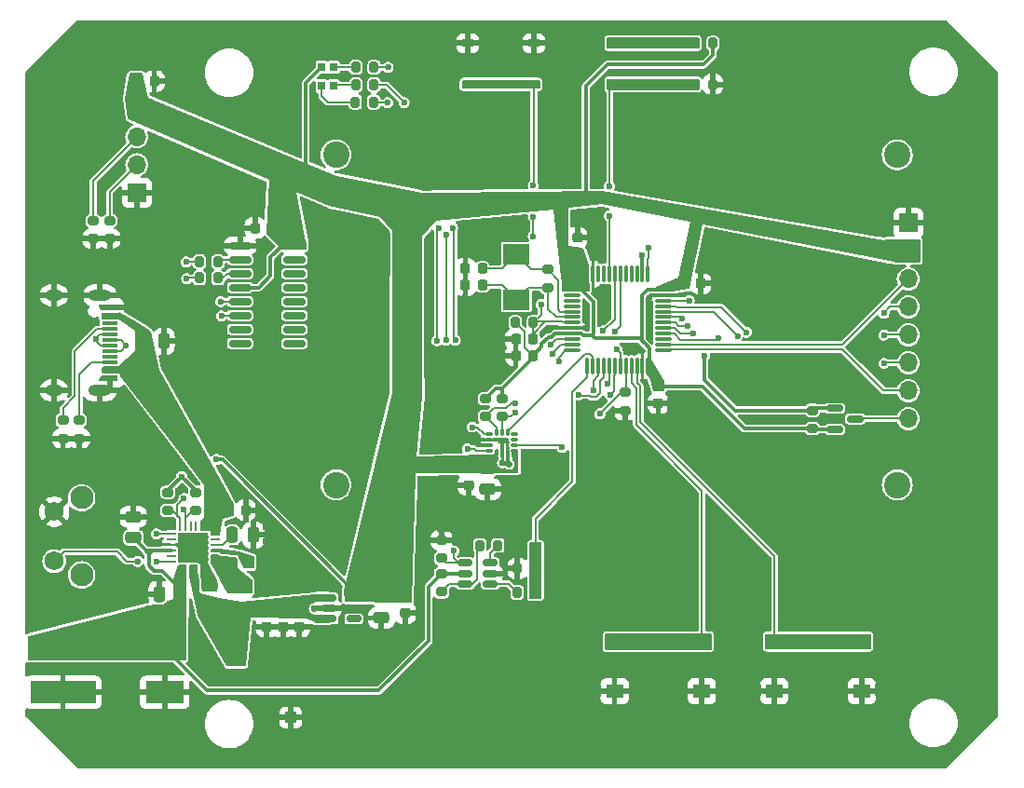
<source format=gbr>
%TF.GenerationSoftware,KiCad,Pcbnew,8.0.8-8.0.8-0~ubuntu24.04.1*%
%TF.CreationDate,2025-01-24T14:48:35+01:00*%
%TF.ProjectId,leany,6c65616e-792e-46b6-9963-61645f706362,rev?*%
%TF.SameCoordinates,Original*%
%TF.FileFunction,Copper,L1,Top*%
%TF.FilePolarity,Positive*%
%FSLAX46Y46*%
G04 Gerber Fmt 4.6, Leading zero omitted, Abs format (unit mm)*
G04 Created by KiCad (PCBNEW 8.0.8-8.0.8-0~ubuntu24.04.1) date 2025-01-24 14:48:35*
%MOMM*%
%LPD*%
G01*
G04 APERTURE LIST*
G04 Aperture macros list*
%AMRoundRect*
0 Rectangle with rounded corners*
0 $1 Rounding radius*
0 $2 $3 $4 $5 $6 $7 $8 $9 X,Y pos of 4 corners*
0 Add a 4 corners polygon primitive as box body*
4,1,4,$2,$3,$4,$5,$6,$7,$8,$9,$2,$3,0*
0 Add four circle primitives for the rounded corners*
1,1,$1+$1,$2,$3*
1,1,$1+$1,$4,$5*
1,1,$1+$1,$6,$7*
1,1,$1+$1,$8,$9*
0 Add four rect primitives between the rounded corners*
20,1,$1+$1,$2,$3,$4,$5,0*
20,1,$1+$1,$4,$5,$6,$7,0*
20,1,$1+$1,$6,$7,$8,$9,0*
20,1,$1+$1,$8,$9,$2,$3,0*%
G04 Aperture macros list end*
%TA.AperFunction,SMDPad,CuDef*%
%ADD10R,6.000001X2.000000*%
%TD*%
%TA.AperFunction,SMDPad,CuDef*%
%ADD11R,3.500001X2.000000*%
%TD*%
%TA.AperFunction,SMDPad,CuDef*%
%ADD12R,1.000000X1.000000*%
%TD*%
%TA.AperFunction,SMDPad,CuDef*%
%ADD13RoundRect,0.250000X-0.250000X-0.475000X0.250000X-0.475000X0.250000X0.475000X-0.250000X0.475000X0*%
%TD*%
%TA.AperFunction,SMDPad,CuDef*%
%ADD14RoundRect,0.200000X-0.200000X-0.275000X0.200000X-0.275000X0.200000X0.275000X-0.200000X0.275000X0*%
%TD*%
%TA.AperFunction,SMDPad,CuDef*%
%ADD15RoundRect,0.225000X-0.225000X-0.250000X0.225000X-0.250000X0.225000X0.250000X-0.225000X0.250000X0*%
%TD*%
%TA.AperFunction,ComponentPad*%
%ADD16C,2.100000*%
%TD*%
%TA.AperFunction,ComponentPad*%
%ADD17C,1.750000*%
%TD*%
%TA.AperFunction,SMDPad,CuDef*%
%ADD18RoundRect,0.200000X0.275000X-0.200000X0.275000X0.200000X-0.275000X0.200000X-0.275000X-0.200000X0*%
%TD*%
%TA.AperFunction,SMDPad,CuDef*%
%ADD19RoundRect,0.087500X-0.225000X-0.087500X0.225000X-0.087500X0.225000X0.087500X-0.225000X0.087500X0*%
%TD*%
%TA.AperFunction,SMDPad,CuDef*%
%ADD20RoundRect,0.087500X-0.087500X-0.225000X0.087500X-0.225000X0.087500X0.225000X-0.087500X0.225000X0*%
%TD*%
%TA.AperFunction,SMDPad,CuDef*%
%ADD21RoundRect,0.150000X-0.587500X-0.150000X0.587500X-0.150000X0.587500X0.150000X-0.587500X0.150000X0*%
%TD*%
%TA.AperFunction,SMDPad,CuDef*%
%ADD22R,1.000000X0.750000*%
%TD*%
%TA.AperFunction,SMDPad,CuDef*%
%ADD23RoundRect,0.250000X-0.850000X0.375000X-0.850000X-0.375000X0.850000X-0.375000X0.850000X0.375000X0*%
%TD*%
%TA.AperFunction,SMDPad,CuDef*%
%ADD24RoundRect,0.200000X-0.275000X0.200000X-0.275000X-0.200000X0.275000X-0.200000X0.275000X0.200000X0*%
%TD*%
%TA.AperFunction,SMDPad,CuDef*%
%ADD25RoundRect,0.200000X0.200000X0.275000X-0.200000X0.275000X-0.200000X-0.275000X0.200000X-0.275000X0*%
%TD*%
%TA.AperFunction,SMDPad,CuDef*%
%ADD26R,2.400000X1.900000*%
%TD*%
%TA.AperFunction,SMDPad,CuDef*%
%ADD27RoundRect,0.225000X-0.250000X0.225000X-0.250000X-0.225000X0.250000X-0.225000X0.250000X0.225000X0*%
%TD*%
%TA.AperFunction,SMDPad,CuDef*%
%ADD28RoundRect,0.150000X-0.512500X-0.150000X0.512500X-0.150000X0.512500X0.150000X-0.512500X0.150000X0*%
%TD*%
%TA.AperFunction,SMDPad,CuDef*%
%ADD29R,1.550000X1.300000*%
%TD*%
%TA.AperFunction,SMDPad,CuDef*%
%ADD30RoundRect,0.250000X0.475000X-0.250000X0.475000X0.250000X-0.475000X0.250000X-0.475000X-0.250000X0*%
%TD*%
%TA.AperFunction,ComponentPad*%
%ADD31R,1.700000X1.700000*%
%TD*%
%TA.AperFunction,ComponentPad*%
%ADD32O,1.700000X1.700000*%
%TD*%
%TA.AperFunction,SMDPad,CuDef*%
%ADD33RoundRect,0.250000X-0.475000X0.250000X-0.475000X-0.250000X0.475000X-0.250000X0.475000X0.250000X0*%
%TD*%
%TA.AperFunction,SMDPad,CuDef*%
%ADD34RoundRect,0.062500X-0.062500X0.350000X-0.062500X-0.350000X0.062500X-0.350000X0.062500X0.350000X0*%
%TD*%
%TA.AperFunction,SMDPad,CuDef*%
%ADD35RoundRect,0.062500X-0.350000X0.062500X-0.350000X-0.062500X0.350000X-0.062500X0.350000X0.062500X0*%
%TD*%
%TA.AperFunction,HeatsinkPad*%
%ADD36C,0.500000*%
%TD*%
%TA.AperFunction,HeatsinkPad*%
%ADD37R,2.700000X2.700000*%
%TD*%
%TA.AperFunction,SMDPad,CuDef*%
%ADD38RoundRect,0.225000X0.225000X0.250000X-0.225000X0.250000X-0.225000X-0.250000X0.225000X-0.250000X0*%
%TD*%
%TA.AperFunction,SMDPad,CuDef*%
%ADD39R,0.700000X0.800000*%
%TD*%
%TA.AperFunction,WasherPad*%
%ADD40C,2.400000*%
%TD*%
%TA.AperFunction,SMDPad,CuDef*%
%ADD41R,1.450000X0.600000*%
%TD*%
%TA.AperFunction,SMDPad,CuDef*%
%ADD42R,1.450000X0.300000*%
%TD*%
%TA.AperFunction,HeatsinkPad*%
%ADD43O,2.100000X1.000000*%
%TD*%
%TA.AperFunction,HeatsinkPad*%
%ADD44O,1.600000X1.000000*%
%TD*%
%TA.AperFunction,SMDPad,CuDef*%
%ADD45RoundRect,0.075000X-0.662500X-0.075000X0.662500X-0.075000X0.662500X0.075000X-0.662500X0.075000X0*%
%TD*%
%TA.AperFunction,SMDPad,CuDef*%
%ADD46RoundRect,0.075000X-0.075000X-0.662500X0.075000X-0.662500X0.075000X0.662500X-0.075000X0.662500X0*%
%TD*%
%TA.AperFunction,SMDPad,CuDef*%
%ADD47RoundRect,0.250000X0.250000X0.475000X-0.250000X0.475000X-0.250000X-0.475000X0.250000X-0.475000X0*%
%TD*%
%TA.AperFunction,SMDPad,CuDef*%
%ADD48RoundRect,0.225000X0.250000X-0.225000X0.250000X0.225000X-0.250000X0.225000X-0.250000X-0.225000X0*%
%TD*%
%TA.AperFunction,SMDPad,CuDef*%
%ADD49RoundRect,0.150000X-0.825000X-0.150000X0.825000X-0.150000X0.825000X0.150000X-0.825000X0.150000X0*%
%TD*%
%TA.AperFunction,ViaPad*%
%ADD50C,0.600000*%
%TD*%
%TA.AperFunction,Conductor*%
%ADD51C,0.300000*%
%TD*%
%TA.AperFunction,Conductor*%
%ADD52C,0.200000*%
%TD*%
G04 APERTURE END LIST*
D10*
%TO.P,J4,1,1_1*%
%TO.N,+BATT*%
X99900000Y-130099998D03*
D11*
%TO.P,J4,2,1_2*%
X109150000Y-130099998D03*
D10*
%TO.P,J4,3,2_1*%
%TO.N,GND*%
X99900000Y-134100000D03*
D11*
%TO.P,J4,4,2_2*%
X109150000Y-134100000D03*
%TD*%
D12*
%TO.P,TP1,1,1*%
%TO.N,SYS*%
X115650000Y-130900000D03*
%TD*%
D13*
%TO.P,C14,1*%
%TO.N,Net-(U5-PSEL)*%
X107200000Y-102187500D03*
%TO.P,C14,2*%
%TO.N,GND*%
X109100000Y-102187500D03*
%TD*%
D14*
%TO.P,R23,1*%
%TO.N,GND*%
X141200000Y-122850000D03*
%TO.P,R23,2*%
%TO.N,BATT_VOLT*%
X142850000Y-122850000D03*
%TD*%
D15*
%TO.P,C10,1*%
%TO.N,GND*%
X136475000Y-97100000D03*
%TO.P,C10,2*%
%TO.N,Net-(U2-PD1)*%
X138025000Y-97100000D03*
%TD*%
D16*
%TO.P,SW5,*%
%TO.N,*%
X101600000Y-123437500D03*
X101600000Y-116427500D03*
D17*
%TO.P,SW5,1,1*%
%TO.N,Net-(U5-~{QON})*%
X99110000Y-122187500D03*
%TO.P,SW5,2,2*%
%TO.N,GND*%
X99110000Y-117687500D03*
%TD*%
D18*
%TO.P,R8,1*%
%TO.N,GND*%
X151000000Y-108500000D03*
%TO.P,R8,2*%
%TO.N,/LSM6DSO_INT2*%
X151000000Y-106850000D03*
%TD*%
D19*
%TO.P,U1,1,SDO/SA0*%
%TO.N,/LSM6DSO_SDO*%
X138637500Y-110650000D03*
%TO.P,U1,2,SDX*%
%TO.N,GND*%
X138637500Y-111150000D03*
%TO.P,U1,3,SCX*%
X138637500Y-111650000D03*
%TO.P,U1,4,INT1*%
%TO.N,/LSM6DSO_INT1*%
X138637500Y-112150000D03*
D20*
%TO.P,U1,5,VDDIO*%
%TO.N,+3V3*%
X139300000Y-112312500D03*
%TO.P,U1,6,GND*%
%TO.N,GND*%
X139800000Y-112312500D03*
%TO.P,U1,7,GND*%
X140300000Y-112312500D03*
D19*
%TO.P,U1,8,VDD*%
%TO.N,+3V3*%
X140962500Y-112150000D03*
%TO.P,U1,9,INT2*%
%TO.N,/LSM6DSO_INT2*%
X140962500Y-111650000D03*
%TO.P,U1,10,NC*%
%TO.N,unconnected-(U1-NC-Pad10)*%
X140962500Y-111150000D03*
%TO.P,U1,11,NC*%
%TO.N,unconnected-(U1-NC-Pad11)*%
X140962500Y-110650000D03*
D20*
%TO.P,U1,12,CS*%
%TO.N,/LSM6DSO_CS*%
X140300000Y-110487500D03*
%TO.P,U1,13,SCL*%
%TO.N,/LSM6DSO_SCL*%
X139800000Y-110487500D03*
%TO.P,U1,14,SDA*%
%TO.N,/LSM6DSO_SDA*%
X139300000Y-110487500D03*
%TD*%
D21*
%TO.P,Q1,1,G*%
%TO.N,/ST7735S_BL*%
X170037500Y-108300000D03*
%TO.P,Q1,2,S*%
%TO.N,+3V3*%
X170037500Y-110200000D03*
%TO.P,Q1,3,D*%
%TO.N,Net-(J2-Pin_8)*%
X171912500Y-109250000D03*
%TD*%
D22*
%TO.P,SW2,1,1*%
%TO.N,Net-(R9-Pad2)*%
X149850000Y-75100000D03*
X155850000Y-75100000D03*
%TO.P,SW2,2,2*%
%TO.N,/BOOT0*%
X149850000Y-78850000D03*
X155850000Y-78850000D03*
%TD*%
D14*
%TO.P,R12,1*%
%TO.N,/BOOT0*%
X157325000Y-78850000D03*
%TO.P,R12,2*%
%TO.N,GND*%
X158975000Y-78850000D03*
%TD*%
D23*
%TO.P,L1,1*%
%TO.N,Net-(C12-Pad1)*%
X115950000Y-124525000D03*
%TO.P,L1,2*%
%TO.N,SYS*%
X115950000Y-126675000D03*
%TD*%
D24*
%TO.P,R2,1*%
%TO.N,+3V3*%
X138300000Y-107400000D03*
%TO.P,R2,2*%
%TO.N,/LSM6DSO_SDA*%
X138300000Y-109050000D03*
%TD*%
D12*
%TO.P,TP3,1,1*%
%TO.N,+3V3*%
X128475000Y-123550000D03*
%TD*%
D25*
%TO.P,R22,1*%
%TO.N,BATT_VOLT*%
X142850000Y-125050000D03*
%TO.P,R22,2*%
%TO.N,Net-(Q2B-D)*%
X141200000Y-125050000D03*
%TD*%
D26*
%TO.P,Y1,1,1*%
%TO.N,Net-(U2-PD1)*%
X141100000Y-98400000D03*
%TO.P,Y1,2,2*%
%TO.N,Net-(U2-PD0)*%
X141100000Y-94300000D03*
%TD*%
D27*
%TO.P,C16,1*%
%TO.N,SYS*%
X118400000Y-126612500D03*
%TO.P,C16,2*%
%TO.N,GND*%
X118400000Y-128162500D03*
%TD*%
D28*
%TO.P,Q2,1,G*%
%TO.N,BATT_EN*%
X136450000Y-122350000D03*
%TO.P,Q2,2,S*%
%TO.N,+BATT*%
X136450000Y-123300000D03*
%TO.P,Q2,3,G*%
%TO.N,Net-(Q2B-G)*%
X136450000Y-124250000D03*
%TO.P,Q2,4,D*%
%TO.N,Net-(Q2B-D)*%
X138725000Y-124250000D03*
%TO.P,Q2,5,S*%
%TO.N,GND*%
X138725000Y-123300000D03*
%TO.P,Q2,6,D*%
%TO.N,Net-(Q2A-D)*%
X138725000Y-122350000D03*
%TD*%
D29*
%TO.P,SW3,1,1*%
%TO.N,Net-(U2-PB10)*%
X150025000Y-129500000D03*
X157975000Y-129500000D03*
%TO.P,SW3,2,2*%
%TO.N,GND*%
X150025000Y-134000000D03*
X157975000Y-134000000D03*
%TD*%
D12*
%TO.P,TP2,1,1*%
%TO.N,Net-(U5-PSEL)*%
X107850000Y-105600000D03*
%TD*%
D14*
%TO.P,R15,1*%
%TO.N,Net-(D1-BK)*%
X126525000Y-78900000D03*
%TO.P,R15,2*%
%TO.N,/LED_BLUE*%
X128175000Y-78900000D03*
%TD*%
D15*
%TO.P,C9,1*%
%TO.N,GND*%
X136475000Y-95600000D03*
%TO.P,C9,2*%
%TO.N,Net-(U2-PD0)*%
X138025000Y-95600000D03*
%TD*%
D14*
%TO.P,R21,1*%
%TO.N,Net-(Q2B-G)*%
X137775000Y-120750000D03*
%TO.P,R21,2*%
%TO.N,Net-(Q2A-D)*%
X139425000Y-120750000D03*
%TD*%
D24*
%TO.P,R6,1*%
%TO.N,Net-(U2-PD0)*%
X143950000Y-95675000D03*
%TO.P,R6,2*%
%TO.N,Net-(U2-PD1)*%
X143950000Y-97325000D03*
%TD*%
D30*
%TO.P,C13,1*%
%TO.N,SYS*%
X113200000Y-126300000D03*
%TO.P,C13,2*%
%TO.N,GND*%
X113200000Y-124400000D03*
%TD*%
D13*
%TO.P,C22,1*%
%TO.N,Net-(U5-REGN)*%
X115300000Y-119800000D03*
%TO.P,C22,2*%
%TO.N,GND*%
X117200000Y-119800000D03*
%TD*%
D29*
%TO.P,SW4,1,1*%
%TO.N,GND*%
X172500000Y-134000000D03*
X164550000Y-134000000D03*
%TO.P,SW4,2,2*%
%TO.N,Net-(U2-PB11)*%
X172500000Y-129500000D03*
X164550000Y-129500000D03*
%TD*%
D22*
%TO.P,SW1,1,1*%
%TO.N,GND*%
X136700000Y-75100000D03*
X142700000Y-75100000D03*
%TO.P,SW1,2,2*%
%TO.N,Net-(U2-NRST)*%
X136700000Y-78850000D03*
X142700000Y-78850000D03*
%TD*%
D15*
%TO.P,C3,1*%
%TO.N,+3V3*%
X106650000Y-78550000D03*
%TO.P,C3,2*%
%TO.N,GND*%
X108200000Y-78550000D03*
%TD*%
D28*
%TO.P,U4,1,VIN*%
%TO.N,SYS*%
X124075000Y-125537500D03*
%TO.P,U4,2,GND*%
%TO.N,GND*%
X124075000Y-126487500D03*
%TO.P,U4,3,EN*%
%TO.N,SYS*%
X124075000Y-127437500D03*
%TO.P,U4,4,NC*%
%TO.N,unconnected-(U4-NC-Pad4)*%
X126350000Y-127437500D03*
%TO.P,U4,5,VOUT*%
%TO.N,+3V3*%
X126350000Y-125537500D03*
%TD*%
D31*
%TO.P,J1,1,Pin_1*%
%TO.N,GND*%
X106625000Y-88700000D03*
D32*
%TO.P,J1,2,Pin_2*%
%TO.N,/DEBUG_SWDCLK*%
X106625000Y-86160000D03*
%TO.P,J1,3,Pin_3*%
%TO.N,/DEBUG_SWDIO*%
X106625000Y-83620000D03*
%TO.P,J1,4,Pin_4*%
%TO.N,+3V3*%
X106625000Y-81080000D03*
%TD*%
D33*
%TO.P,C20,1*%
%TO.N,+3V3*%
X128850000Y-125450000D03*
%TO.P,C20,2*%
%TO.N,GND*%
X128850000Y-127350000D03*
%TD*%
D34*
%TO.P,U5,1,VAC*%
%TO.N,Net-(U5-PSEL)*%
X113000000Y-118987500D03*
%TO.P,U5,2,PSEL*%
X112500000Y-118987500D03*
%TO.P,U5,3,PMID_GOOD*%
%TO.N,unconnected-(U5-PMID_GOOD-Pad3)*%
X112000000Y-118987500D03*
%TO.P,U5,4,STAT*%
%TO.N,unconnected-(U5-STAT-Pad4)*%
X111500000Y-118987500D03*
%TO.P,U5,5,SCL*%
%TO.N,CHG_SCL*%
X111000000Y-118987500D03*
%TO.P,U5,6,SDA*%
%TO.N,CHG_SDA*%
X110500000Y-118987500D03*
D35*
%TO.P,U5,7,~{INT}*%
%TO.N,CHG_INT*%
X109787500Y-119700000D03*
%TO.P,U5,8,NC*%
%TO.N,unconnected-(U5-NC-Pad8)*%
X109787500Y-120200000D03*
%TO.P,U5,9,~{CE}*%
%TO.N,GND*%
X109787500Y-120700000D03*
%TO.P,U5,10,BATSNS*%
%TO.N,+BATT*%
X109787500Y-121200000D03*
%TO.P,U5,11,TS*%
%TO.N,unconnected-(U5-TS-Pad11)*%
X109787500Y-121700000D03*
%TO.P,U5,12,~{QON}*%
%TO.N,Net-(U5-~{QON})*%
X109787500Y-122200000D03*
D34*
%TO.P,U5,13,BAT*%
%TO.N,+BATT*%
X110500000Y-122912500D03*
%TO.P,U5,14,BAT*%
X111000000Y-122912500D03*
%TO.P,U5,15,SYS*%
%TO.N,SYS*%
X111500000Y-122912500D03*
%TO.P,U5,16,SYS*%
X112000000Y-122912500D03*
%TO.P,U5,17,PGND*%
%TO.N,GND*%
X112500000Y-122912500D03*
%TO.P,U5,18,PGND*%
X113000000Y-122912500D03*
D35*
%TO.P,U5,19,SW*%
%TO.N,Net-(C12-Pad1)*%
X113712500Y-122200000D03*
%TO.P,U5,20,SW*%
X113712500Y-121700000D03*
%TO.P,U5,21,BTST*%
%TO.N,Net-(U5-BTST)*%
X113712500Y-121200000D03*
%TO.P,U5,22,REGN*%
%TO.N,Net-(U5-REGN)*%
X113712500Y-120700000D03*
%TO.P,U5,23,PMID*%
%TO.N,unconnected-(U5-PMID-Pad23)*%
X113712500Y-120200000D03*
%TO.P,U5,24,VBUS*%
%TO.N,Net-(U5-PSEL)*%
X113712500Y-119700000D03*
D36*
%TO.P,U5,25,PAD*%
%TO.N,GND*%
X112850000Y-119850000D03*
X111750000Y-119850000D03*
X110650000Y-119850000D03*
X112850000Y-120950000D03*
X111750000Y-120950000D03*
D37*
X111750000Y-120950000D03*
D36*
X110650000Y-120950000D03*
X112850000Y-122050000D03*
X111750000Y-122050000D03*
X110650000Y-122050000D03*
%TD*%
D14*
%TO.P,R14,1*%
%TO.N,Net-(D1-GK)*%
X126475000Y-80450000D03*
%TO.P,R14,2*%
%TO.N,/LED_GREEN*%
X128125000Y-80450000D03*
%TD*%
D15*
%TO.P,C5,1*%
%TO.N,+3V3*%
X156325000Y-96950000D03*
%TO.P,C5,2*%
%TO.N,GND*%
X157875000Y-96950000D03*
%TD*%
D14*
%TO.P,R11,1*%
%TO.N,/FTDI_TX*%
X112325000Y-96450000D03*
%TO.P,R11,2*%
%TO.N,Net-(U3-RXD)*%
X113975000Y-96450000D03*
%TD*%
D15*
%TO.P,C12,1*%
%TO.N,Net-(C12-Pad1)*%
X115275000Y-122350000D03*
%TO.P,C12,2*%
%TO.N,Net-(U5-BTST)*%
X116825000Y-122350000D03*
%TD*%
D24*
%TO.P,R17,1*%
%TO.N,Net-(J3-CC2)*%
X101400000Y-109375000D03*
%TO.P,R17,2*%
%TO.N,GND*%
X101400000Y-111025000D03*
%TD*%
D15*
%TO.P,C15,1*%
%TO.N,Net-(U5-PSEL)*%
X114975000Y-117550000D03*
%TO.P,C15,2*%
%TO.N,GND*%
X116525000Y-117550000D03*
%TD*%
D38*
%TO.P,C11,1*%
%TO.N,+3V3*%
X118900000Y-91900000D03*
%TO.P,C11,2*%
%TO.N,GND*%
X117350000Y-91900000D03*
%TD*%
D25*
%TO.P,R9,1*%
%TO.N,+3V3*%
X158975000Y-75100000D03*
%TO.P,R9,2*%
%TO.N,Net-(R9-Pad2)*%
X157325000Y-75100000D03*
%TD*%
D14*
%TO.P,R13,1*%
%TO.N,Net-(D1-RK)*%
X126525000Y-77300000D03*
%TO.P,R13,2*%
%TO.N,/LED_RED*%
X128175000Y-77300000D03*
%TD*%
D18*
%TO.P,R20,1*%
%TO.N,Net-(Q2B-G)*%
X134300000Y-124975000D03*
%TO.P,R20,2*%
%TO.N,+BATT*%
X134300000Y-123325000D03*
%TD*%
D27*
%TO.P,C2,1*%
%TO.N,+3V3*%
X136750000Y-113725000D03*
%TO.P,C2,2*%
%TO.N,GND*%
X136750000Y-115275000D03*
%TD*%
D24*
%TO.P,R3,1*%
%TO.N,/DEBUG_SWDIO*%
X102650000Y-91225000D03*
%TO.P,R3,2*%
%TO.N,GND*%
X102650000Y-92875000D03*
%TD*%
D18*
%TO.P,R24,1*%
%TO.N,BATT_EN*%
X134300000Y-121925000D03*
%TO.P,R24,2*%
%TO.N,GND*%
X134300000Y-120275000D03*
%TD*%
D27*
%TO.P,C18,1*%
%TO.N,SYS*%
X121400000Y-126612500D03*
%TO.P,C18,2*%
%TO.N,GND*%
X121400000Y-128162500D03*
%TD*%
D24*
%TO.P,R4,1*%
%TO.N,/DEBUG_SWDCLK*%
X104150000Y-91225000D03*
%TO.P,R4,2*%
%TO.N,GND*%
X104150000Y-92875000D03*
%TD*%
D39*
%TO.P,D1,1,RK*%
%TO.N,Net-(D1-RK)*%
X124500000Y-77300000D03*
%TO.P,D1,2,BK*%
%TO.N,Net-(D1-BK)*%
X124500000Y-79000000D03*
%TO.P,D1,3,A*%
%TO.N,+3V3*%
X123400000Y-77300000D03*
%TO.P,D1,4,GK*%
%TO.N,Net-(D1-GK)*%
X123400000Y-79000000D03*
%TD*%
D40*
%TO.P,J2,*%
%TO.N,*%
X124725000Y-85250000D03*
X124725000Y-115250000D03*
X175725000Y-85250000D03*
X175725000Y-115250000D03*
D31*
%TO.P,J2,1,Pin_1*%
%TO.N,GND*%
X176725000Y-91450000D03*
D32*
%TO.P,J2,2,Pin_2*%
%TO.N,+3V3*%
X176725000Y-93990000D03*
%TO.P,J2,3,Pin_3*%
%TO.N,/ST7735S_SCL*%
X176725000Y-96530000D03*
%TO.P,J2,4,Pin_4*%
%TO.N,/ST7735S_MOSI*%
X176725000Y-99070000D03*
%TO.P,J2,5,Pin_5*%
%TO.N,/ST7735S_RST*%
X176725000Y-101610000D03*
%TO.P,J2,6,Pin_6*%
%TO.N,/ST7735S_DC*%
X176725000Y-104150000D03*
%TO.P,J2,7,Pin_7*%
%TO.N,/ST7735S_CS*%
X176725000Y-106690000D03*
%TO.P,J2,8,Pin_8*%
%TO.N,Net-(J2-Pin_8)*%
X176725000Y-109230000D03*
%TD*%
D27*
%TO.P,C19,1*%
%TO.N,+3V3*%
X131000000Y-125375000D03*
%TO.P,C19,2*%
%TO.N,GND*%
X131000000Y-126925000D03*
%TD*%
%TO.P,C17,1*%
%TO.N,SYS*%
X119900000Y-126612500D03*
%TO.P,C17,2*%
%TO.N,GND*%
X119900000Y-128162500D03*
%TD*%
D12*
%TO.P,TP4,1,1*%
%TO.N,GND*%
X120600000Y-136400000D03*
%TD*%
D33*
%TO.P,C1,1*%
%TO.N,+3V3*%
X138500000Y-113750000D03*
%TO.P,C1,2*%
%TO.N,GND*%
X138500000Y-115650000D03*
%TD*%
D15*
%TO.P,C8,1*%
%TO.N,GND*%
X141050000Y-102000000D03*
%TO.P,C8,2*%
%TO.N,Net-(U2-NRST)*%
X142600000Y-102000000D03*
%TD*%
D38*
%TO.P,C6,1*%
%TO.N,+3V3*%
X142600000Y-103500000D03*
%TO.P,C6,2*%
%TO.N,GND*%
X141050000Y-103500000D03*
%TD*%
D14*
%TO.P,R5,1*%
%TO.N,+3V3*%
X141000000Y-100500000D03*
%TO.P,R5,2*%
%TO.N,Net-(U2-NRST)*%
X142650000Y-100500000D03*
%TD*%
D18*
%TO.P,R18,1*%
%TO.N,CHG_SDA*%
X109450000Y-117575000D03*
%TO.P,R18,2*%
%TO.N,+3V3*%
X109450000Y-115925000D03*
%TD*%
D24*
%TO.P,R16,1*%
%TO.N,Net-(J3-CC1)*%
X99900000Y-109375000D03*
%TO.P,R16,2*%
%TO.N,GND*%
X99900000Y-111025000D03*
%TD*%
D30*
%TO.P,C23,1*%
%TO.N,+BATT*%
X106300000Y-120050000D03*
%TO.P,C23,2*%
%TO.N,GND*%
X106300000Y-118150000D03*
%TD*%
D27*
%TO.P,C4,1*%
%TO.N,+3V3*%
X154000000Y-106300000D03*
%TO.P,C4,2*%
%TO.N,GND*%
X154000000Y-107850000D03*
%TD*%
D24*
%TO.P,R7,1*%
%TO.N,/ST7735S_BL*%
X168012500Y-108475000D03*
%TO.P,R7,2*%
%TO.N,+3V3*%
X168012500Y-110125000D03*
%TD*%
D18*
%TO.P,R19,1*%
%TO.N,CHG_SCL*%
X111950000Y-117575000D03*
%TO.P,R19,2*%
%TO.N,+3V3*%
X111950000Y-115925000D03*
%TD*%
D41*
%TO.P,J3,A1,GND*%
%TO.N,GND*%
X104195000Y-99087500D03*
%TO.P,J3,A4,VBUS*%
%TO.N,Net-(U5-PSEL)*%
X104195000Y-99887500D03*
D42*
%TO.P,J3,A5,CC1*%
%TO.N,Net-(J3-CC1)*%
X104195000Y-101087500D03*
%TO.P,J3,A6,D+*%
%TO.N,USB_D+*%
X104195000Y-102087500D03*
%TO.P,J3,A7,D-*%
%TO.N,USB_D-*%
X104195000Y-102587500D03*
%TO.P,J3,A8,SBU1*%
%TO.N,unconnected-(J3-SBU1-PadA8)*%
X104195000Y-103587500D03*
D41*
%TO.P,J3,A9,VBUS*%
%TO.N,Net-(U5-PSEL)*%
X104195000Y-104787500D03*
%TO.P,J3,A12,GND*%
%TO.N,GND*%
X104195000Y-105587500D03*
%TO.P,J3,B1,GND*%
X104195000Y-105587500D03*
%TO.P,J3,B4,VBUS*%
%TO.N,Net-(U5-PSEL)*%
X104195000Y-104787500D03*
D42*
%TO.P,J3,B5,CC2*%
%TO.N,Net-(J3-CC2)*%
X104195000Y-104087500D03*
%TO.P,J3,B6,D+*%
%TO.N,USB_D+*%
X104195000Y-103087500D03*
%TO.P,J3,B7,D-*%
%TO.N,USB_D-*%
X104195000Y-101587500D03*
%TO.P,J3,B8,SBU2*%
%TO.N,unconnected-(J3-SBU2-PadB8)*%
X104195000Y-100587500D03*
D41*
%TO.P,J3,B9,VBUS*%
%TO.N,Net-(U5-PSEL)*%
X104195000Y-99887500D03*
%TO.P,J3,B12,GND*%
%TO.N,GND*%
X104195000Y-99087500D03*
D43*
%TO.P,J3,S1,SHIELD*%
X103280000Y-98017500D03*
D44*
X99100000Y-98017500D03*
D43*
X103280000Y-106657500D03*
D44*
X99100000Y-106657500D03*
%TD*%
D45*
%TO.P,U2,1,VBAT*%
%TO.N,+3V3*%
X146150000Y-97500000D03*
%TO.P,U2,2,PC13*%
%TO.N,unconnected-(U2-PC13-Pad2)*%
X146150000Y-98000000D03*
%TO.P,U2,3,PC14*%
%TO.N,unconnected-(U2-PC14-Pad3)*%
X146150000Y-98500000D03*
%TO.P,U2,4,PC15*%
%TO.N,unconnected-(U2-PC15-Pad4)*%
X146150000Y-99000000D03*
%TO.P,U2,5,PD0*%
%TO.N,Net-(U2-PD0)*%
X146150000Y-99500000D03*
%TO.P,U2,6,PD1*%
%TO.N,Net-(U2-PD1)*%
X146150000Y-100000000D03*
%TO.P,U2,7,NRST*%
%TO.N,Net-(U2-NRST)*%
X146150000Y-100500000D03*
%TO.P,U2,8,VSSA*%
%TO.N,GND*%
X146150000Y-101000000D03*
%TO.P,U2,9,VDDA*%
%TO.N,+3V3*%
X146150000Y-101500000D03*
%TO.P,U2,10,PA0*%
%TO.N,/LED_RED*%
X146150000Y-102000000D03*
%TO.P,U2,11,PA1*%
%TO.N,/LED_GREEN*%
X146150000Y-102500000D03*
%TO.P,U2,12,PA2*%
%TO.N,/LED_BLUE*%
X146150000Y-103000000D03*
D46*
%TO.P,U2,13,PA3*%
%TO.N,BATT_VOLT*%
X147562500Y-104412500D03*
%TO.P,U2,14,PA4*%
%TO.N,/LSM6DSO_CS*%
X148062500Y-104412500D03*
%TO.P,U2,15,PA5*%
%TO.N,/LSM6DSO_SCL*%
X148562500Y-104412500D03*
%TO.P,U2,16,PA6*%
%TO.N,/LSM6DSO_SDO*%
X149062500Y-104412500D03*
%TO.P,U2,17,PA7*%
%TO.N,/LSM6DSO_SDA*%
X149562500Y-104412500D03*
%TO.P,U2,18,PB0*%
%TO.N,/LSM6DSO_INT1*%
X150062500Y-104412500D03*
%TO.P,U2,19,PB1*%
%TO.N,CHG_INT*%
X150562500Y-104412500D03*
%TO.P,U2,20,PB2*%
%TO.N,/LSM6DSO_INT2*%
X151062500Y-104412500D03*
%TO.P,U2,21,PB10*%
%TO.N,Net-(U2-PB10)*%
X151562500Y-104412500D03*
%TO.P,U2,22,PB11*%
%TO.N,Net-(U2-PB11)*%
X152062500Y-104412500D03*
%TO.P,U2,23,VSS*%
%TO.N,GND*%
X152562500Y-104412500D03*
%TO.P,U2,24,VDD*%
%TO.N,+3V3*%
X153062500Y-104412500D03*
D45*
%TO.P,U2,25,PB12*%
%TO.N,/ST7735S_CS*%
X154475000Y-103000000D03*
%TO.P,U2,26,PB13*%
%TO.N,/ST7735S_SCL*%
X154475000Y-102500000D03*
%TO.P,U2,27,PB14*%
%TO.N,unconnected-(U2-PB14-Pad27)*%
X154475000Y-102000000D03*
%TO.P,U2,28,PB15*%
%TO.N,/ST7735S_MOSI*%
X154475000Y-101500000D03*
%TO.P,U2,29,PA8*%
%TO.N,BATT_EN*%
X154475000Y-101000000D03*
%TO.P,U2,30,PA9*%
%TO.N,/FTDI_TX*%
X154475000Y-100500000D03*
%TO.P,U2,31,PA10*%
%TO.N,/FTDI_RX*%
X154475000Y-100000000D03*
%TO.P,U2,32,PA11*%
%TO.N,/ST7735S_DC*%
X154475000Y-99500000D03*
%TO.P,U2,33,PA12*%
%TO.N,/ST7735S_RST*%
X154475000Y-99000000D03*
%TO.P,U2,34,PA13*%
%TO.N,/DEBUG_SWDIO*%
X154475000Y-98500000D03*
%TO.P,U2,35,VSS*%
%TO.N,GND*%
X154475000Y-98000000D03*
%TO.P,U2,36,VDD*%
%TO.N,+3V3*%
X154475000Y-97500000D03*
D46*
%TO.P,U2,37,PA14*%
%TO.N,/DEBUG_SWDCLK*%
X153062500Y-96087500D03*
%TO.P,U2,38,PA15*%
%TO.N,/ST7735S_BL*%
X152562500Y-96087500D03*
%TO.P,U2,39,PB3*%
%TO.N,unconnected-(U2-PB3-Pad39)*%
X152062500Y-96087500D03*
%TO.P,U2,40,PB4*%
%TO.N,unconnected-(U2-PB4-Pad40)*%
X151562500Y-96087500D03*
%TO.P,U2,41,PB5*%
%TO.N,unconnected-(U2-PB5-Pad41)*%
X151062500Y-96087500D03*
%TO.P,U2,42,PB6*%
%TO.N,CHG_SCL*%
X150562500Y-96087500D03*
%TO.P,U2,43,PB7*%
%TO.N,CHG_SDA*%
X150062500Y-96087500D03*
%TO.P,U2,44,BOOT0*%
%TO.N,/BOOT0*%
X149562500Y-96087500D03*
%TO.P,U2,45,PB8*%
%TO.N,unconnected-(U2-PB8-Pad45)*%
X149062500Y-96087500D03*
%TO.P,U2,46,PB9*%
%TO.N,unconnected-(U2-PB9-Pad46)*%
X148562500Y-96087500D03*
%TO.P,U2,47,VSS*%
%TO.N,GND*%
X148062500Y-96087500D03*
%TO.P,U2,48,VDD*%
%TO.N,+3V3*%
X147562500Y-96087500D03*
%TD*%
D47*
%TO.P,C21,1*%
%TO.N,+BATT*%
X110550000Y-125200000D03*
%TO.P,C21,2*%
%TO.N,GND*%
X108650000Y-125200000D03*
%TD*%
D12*
%TO.P,TP5,1,1*%
%TO.N,BATT_VOLT*%
X142850000Y-121100000D03*
%TD*%
D48*
%TO.P,C7,1*%
%TO.N,+3V3*%
X146650000Y-94325000D03*
%TO.P,C7,2*%
%TO.N,GND*%
X146650000Y-92775000D03*
%TD*%
D24*
%TO.P,R1,1*%
%TO.N,+3V3*%
X139800000Y-107400000D03*
%TO.P,R1,2*%
%TO.N,/LSM6DSO_SCL*%
X139800000Y-109050000D03*
%TD*%
D49*
%TO.P,U3,1,GND*%
%TO.N,GND*%
X116000000Y-93500000D03*
%TO.P,U3,2,TXD*%
%TO.N,Net-(U3-TXD)*%
X116000000Y-94770000D03*
%TO.P,U3,3,RXD*%
%TO.N,Net-(U3-RXD)*%
X116000000Y-96040000D03*
%TO.P,U3,4,V3*%
%TO.N,+3V3*%
X116000000Y-97310000D03*
%TO.P,U3,5,UD+*%
%TO.N,USB_D+*%
X116000000Y-98580000D03*
%TO.P,U3,6,UD-*%
%TO.N,USB_D-*%
X116000000Y-99850000D03*
%TO.P,U3,7,NC*%
%TO.N,unconnected-(U3-NC-Pad7)*%
X116000000Y-101120000D03*
%TO.P,U3,8,NC*%
%TO.N,unconnected-(U3-NC-Pad8)*%
X116000000Y-102390000D03*
%TO.P,U3,9,~{CTS}*%
%TO.N,unconnected-(U3-~{CTS}-Pad9)*%
X120950000Y-102390000D03*
%TO.P,U3,10,~{DSR}*%
%TO.N,unconnected-(U3-~{DSR}-Pad10)*%
X120950000Y-101120000D03*
%TO.P,U3,11,~{RI}*%
%TO.N,unconnected-(U3-~{RI}-Pad11)*%
X120950000Y-99850000D03*
%TO.P,U3,12,~{DCD}*%
%TO.N,unconnected-(U3-~{DCD}-Pad12)*%
X120950000Y-98580000D03*
%TO.P,U3,13,~{DTR}*%
%TO.N,unconnected-(U3-~{DTR}-Pad13)*%
X120950000Y-97310000D03*
%TO.P,U3,14,~{RTS}*%
%TO.N,unconnected-(U3-~{RTS}-Pad14)*%
X120950000Y-96040000D03*
%TO.P,U3,15,R232*%
%TO.N,unconnected-(U3-R232-Pad15)*%
X120950000Y-94770000D03*
%TO.P,U3,16,VCC*%
%TO.N,+3V3*%
X120950000Y-93500000D03*
%TD*%
D14*
%TO.P,R10,1*%
%TO.N,/FTDI_RX*%
X112325000Y-94950000D03*
%TO.P,R10,2*%
%TO.N,Net-(U3-TXD)*%
X113975000Y-94950000D03*
%TD*%
D50*
%TO.N,GND*%
X153234620Y-98234620D03*
X104900000Y-136900000D03*
X136450000Y-98200000D03*
X105450000Y-90900000D03*
X108800000Y-136900000D03*
X134850000Y-119250000D03*
X110300000Y-101450000D03*
X105800000Y-107900000D03*
X151000000Y-109800000D03*
X119900000Y-129250000D03*
X116225000Y-91950000D03*
X106850000Y-136900000D03*
X136500000Y-94500000D03*
X122750000Y-126500000D03*
X152550000Y-103100000D03*
X108150000Y-136900000D03*
X158800000Y-80000000D03*
X159450000Y-133600000D03*
X147800000Y-92450000D03*
X107500000Y-136900000D03*
X131012500Y-128125000D03*
X151800000Y-103100000D03*
X174500000Y-91800000D03*
X148550000Y-134300000D03*
X106200000Y-98700000D03*
X147800000Y-93100000D03*
X105800000Y-107100000D03*
X174500000Y-90400000D03*
X114350000Y-93500000D03*
X110300000Y-102900000D03*
X155100000Y-108250000D03*
X155100000Y-107600000D03*
X118350000Y-120400000D03*
X121400000Y-129250000D03*
X174500000Y-91100000D03*
X136350000Y-73750000D03*
X142450000Y-73700000D03*
X157750000Y-95850000D03*
X106100000Y-90900000D03*
X118350000Y-119100000D03*
X128700000Y-128650000D03*
X143100000Y-73700000D03*
X105550000Y-136900000D03*
X110100000Y-136900000D03*
X110300000Y-102150000D03*
X159450000Y-134300000D03*
X117650000Y-117150000D03*
X105450000Y-91600000D03*
X104600000Y-108050000D03*
X143900000Y-101150000D03*
X138500000Y-116950000D03*
X141525000Y-121650000D03*
X107500000Y-125100000D03*
X148550000Y-133600000D03*
X118350000Y-119750000D03*
X163100000Y-133550000D03*
X103800000Y-96600000D03*
X104600000Y-96600000D03*
X137000000Y-73750000D03*
X140450000Y-113350000D03*
X147400000Y-99050000D03*
X108300000Y-77350000D03*
X173900000Y-134200000D03*
X174500000Y-92500000D03*
X118400000Y-129250000D03*
X107500000Y-124450000D03*
X117650000Y-117800000D03*
X106100000Y-91600000D03*
X139850000Y-113250000D03*
X108600000Y-120550000D03*
X159450000Y-80000000D03*
X147450000Y-101000000D03*
X106200000Y-99450000D03*
X163100000Y-134250000D03*
X137500000Y-111200000D03*
X134150000Y-119250000D03*
X107500000Y-125750000D03*
X140925000Y-121650000D03*
X136650000Y-116600000D03*
X173900000Y-133550000D03*
X158400000Y-95850000D03*
X103800000Y-108050000D03*
X153200000Y-98950000D03*
X109450000Y-136900000D03*
X106200000Y-136900000D03*
%TO.N,+3V3*%
X110700000Y-114500000D03*
X113850000Y-112950000D03*
%TO.N,Net-(U2-NRST)*%
X142650000Y-92650000D03*
X142650000Y-90900000D03*
X143350000Y-98850000D03*
X142650000Y-88050000D03*
%TO.N,/DEBUG_SWDCLK*%
X153115687Y-93700000D03*
%TO.N,/DEBUG_SWDIO*%
X156800000Y-98500000D03*
%TO.N,/ST7735S_RST*%
X174500000Y-101650000D03*
X162000000Y-101377000D03*
%TO.N,/ST7735S_DC*%
X174500000Y-104200000D03*
X161200000Y-101700000D03*
%TO.N,/ST7735S_BL*%
X152550000Y-94350000D03*
X158200000Y-103550000D03*
%TO.N,/ST7735S_MOSI*%
X174500000Y-99650000D03*
X159500000Y-101900000D03*
%TO.N,USB_D+*%
X105650000Y-102567500D03*
X114250000Y-98600000D03*
%TO.N,USB_D-*%
X114300000Y-99900000D03*
X102900000Y-102037500D03*
%TO.N,BATT_EN*%
X135400000Y-121250000D03*
X157150000Y-101450000D03*
%TO.N,/BOOT0*%
X149562500Y-90800000D03*
X149562500Y-88100000D03*
%TO.N,/LED_RED*%
X135550000Y-102100000D03*
X135300000Y-91900000D03*
X144250001Y-102500000D03*
X129450000Y-77300000D03*
%TO.N,/LED_GREEN*%
X134700000Y-102100000D03*
X129400000Y-80500000D03*
X134700000Y-92500000D03*
X144400000Y-103350000D03*
%TO.N,/LED_BLUE*%
X144950000Y-104000000D03*
X134050000Y-91950000D03*
X130900000Y-80500000D03*
X133900000Y-102150000D03*
%TO.N,CHG_SDA*%
X110900000Y-116500000D03*
X149000000Y-101250000D03*
%TO.N,CHG_SCL*%
X110900000Y-117500000D03*
X150050000Y-101300000D03*
%TO.N,/LSM6DSO_SDO*%
X146800000Y-107048528D03*
X137100000Y-110000000D03*
%TO.N,/LSM6DSO_SCL*%
X141000000Y-108650000D03*
X148125000Y-106675000D03*
%TO.N,/LSM6DSO_SDA*%
X141000000Y-107800000D03*
X149350000Y-106050000D03*
%TO.N,/LSM6DSO_INT1*%
X136650000Y-111950000D03*
X149600000Y-107050000D03*
%TO.N,/LSM6DSO_INT2*%
X148700000Y-108800000D03*
X145250000Y-111850000D03*
%TO.N,Net-(U5-~{QON})*%
X108450000Y-122200000D03*
X106700000Y-122200000D03*
%TO.N,/FTDI_TX*%
X156650000Y-100800000D03*
X111150000Y-96500000D03*
%TO.N,CHG_INT*%
X108400000Y-119700000D03*
X150250000Y-102950000D03*
%TO.N,/FTDI_RX*%
X111100000Y-95000000D03*
X156200000Y-100100000D03*
%TD*%
D51*
%TO.N,+BATT*%
X109150000Y-130099998D02*
X113000002Y-133950000D01*
X113000002Y-133950000D02*
X128600000Y-133950000D01*
X128600000Y-133950000D02*
X133150000Y-129400000D01*
X133150000Y-129400000D02*
X133150000Y-124475000D01*
X133150000Y-124475000D02*
X134300000Y-123325000D01*
X107450000Y-121200000D02*
X107450000Y-121300000D01*
X110550000Y-124650000D02*
X108950000Y-123050000D01*
X136450000Y-123300000D02*
X134325000Y-123300000D01*
X108050000Y-121200000D02*
X109787500Y-121200000D01*
X106300000Y-120050000D02*
X107450000Y-121200000D01*
X107700000Y-122600000D02*
X107700000Y-121550000D01*
X107450000Y-121300000D02*
X107700000Y-121550000D01*
X107450000Y-121200000D02*
X108050000Y-121200000D01*
X107700000Y-121550000D02*
X108050000Y-121200000D01*
X134325000Y-123300000D02*
X134300000Y-123325000D01*
X108150000Y-123050000D02*
X107700000Y-122600000D01*
X108950000Y-123050000D02*
X108150000Y-123050000D01*
%TO.N,+3V3*%
X111950000Y-115925000D02*
X111950000Y-115750000D01*
X109450000Y-115925000D02*
X109450000Y-115750000D01*
X154475000Y-97500000D02*
X153050000Y-97500000D01*
X144300000Y-101800000D02*
X144030762Y-101800000D01*
D52*
X142600000Y-103500000D02*
X141850000Y-102750000D01*
D51*
X147030761Y-101500000D02*
X147180761Y-101650000D01*
D52*
X113850000Y-112951471D02*
X113850000Y-112950000D01*
D51*
X144030762Y-101800000D02*
X143400000Y-102430762D01*
X121950000Y-78750000D02*
X121950000Y-87150000D01*
X147400000Y-79000000D02*
X147400000Y-88900000D01*
X168012500Y-110125000D02*
X161825000Y-110125000D01*
X148100000Y-101500000D02*
X148100000Y-98600000D01*
X158975000Y-76175000D02*
X158100000Y-77050000D01*
X146150000Y-101500000D02*
X144600000Y-101500000D01*
X143400000Y-102430762D02*
X143400000Y-102700000D01*
X118750000Y-94575000D02*
X118750000Y-96250000D01*
X126350000Y-124900000D02*
X114401471Y-112951471D01*
D52*
X141850000Y-102750000D02*
X141850000Y-101350000D01*
D51*
X149350000Y-77050000D02*
X147400000Y-79000000D01*
X117690000Y-97310000D02*
X116000000Y-97310000D01*
X126350000Y-125537500D02*
X126350000Y-124900000D01*
X142600000Y-103500000D02*
X142600000Y-103700000D01*
X109450000Y-115750000D02*
X110700000Y-114500000D01*
X152500000Y-102130761D02*
X152819239Y-102450000D01*
X152319239Y-101950000D02*
X152819239Y-102450000D01*
X123400000Y-77300000D02*
X121950000Y-78750000D01*
X147180761Y-101650000D02*
X147950000Y-101650000D01*
X114401471Y-112951471D02*
X113850000Y-112951471D01*
X146150000Y-101500000D02*
X147030761Y-101500000D01*
X170037500Y-110200000D02*
X168087500Y-110200000D01*
X152500000Y-98050000D02*
X152500000Y-102130761D01*
X153050000Y-97500000D02*
X152500000Y-98050000D01*
X111950000Y-115750000D02*
X110700000Y-114500000D01*
X119825000Y-93500000D02*
X118750000Y-94575000D01*
X152819239Y-102450000D02*
X153200000Y-102830761D01*
X143400000Y-102700000D02*
X142600000Y-103500000D01*
X139800000Y-106500000D02*
X139800000Y-107400000D01*
X153200000Y-102830761D02*
X153200000Y-104275000D01*
X147000000Y-97500000D02*
X146150000Y-97500000D01*
X147950000Y-101650000D02*
X148250000Y-101950000D01*
X158100000Y-77050000D02*
X149350000Y-77050000D01*
X142600000Y-103700000D02*
X139800000Y-106500000D01*
X120950000Y-93500000D02*
X119825000Y-93500000D01*
X139200000Y-106500000D02*
X139800000Y-106500000D01*
X168087500Y-110200000D02*
X168012500Y-110125000D01*
X144600000Y-101500000D02*
X144300000Y-101800000D01*
X158975000Y-75100000D02*
X158975000Y-76175000D01*
X161825000Y-110125000D02*
X158000000Y-106300000D01*
X148100000Y-98600000D02*
X147000000Y-97500000D01*
X138300000Y-107400000D02*
X139200000Y-106500000D01*
X153200000Y-104275000D02*
X153062500Y-104412500D01*
X147950000Y-101650000D02*
X148100000Y-101500000D01*
X118750000Y-96250000D02*
X117690000Y-97310000D01*
D52*
X141850000Y-101350000D02*
X141000000Y-100500000D01*
D51*
X158000000Y-106300000D02*
X153800000Y-106300000D01*
X148250000Y-101950000D02*
X152319239Y-101950000D01*
D52*
%TO.N,Net-(U2-PD0)*%
X144900000Y-96625000D02*
X144900000Y-99300000D01*
X139800000Y-95600000D02*
X141100000Y-94300000D01*
X144900000Y-99300000D02*
X145100000Y-99500000D01*
X142475000Y-95675000D02*
X141100000Y-94300000D01*
X138025000Y-95600000D02*
X139800000Y-95600000D01*
X145100000Y-99500000D02*
X146150000Y-99500000D01*
X143950000Y-95675000D02*
X142475000Y-95675000D01*
X143950000Y-95675000D02*
X144900000Y-96625000D01*
%TO.N,Net-(U2-PD1)*%
X143950000Y-97325000D02*
X143950000Y-99250000D01*
X143950000Y-97325000D02*
X142175000Y-97325000D01*
X138025000Y-97100000D02*
X139800000Y-97100000D01*
X142175000Y-97325000D02*
X141100000Y-98400000D01*
X143950000Y-99250000D02*
X144700000Y-100000000D01*
X144700000Y-100000000D02*
X146150000Y-100000000D01*
X139800000Y-97100000D02*
X141100000Y-98400000D01*
%TO.N,Net-(U2-NRST)*%
X142650000Y-90900000D02*
X142650000Y-92650000D01*
X145380090Y-100500000D02*
X145280090Y-100400000D01*
X143350000Y-99800000D02*
X142650000Y-100500000D01*
X142700000Y-88000000D02*
X142700000Y-78850000D01*
X143350000Y-98850000D02*
X143350000Y-99800000D01*
X142600000Y-101550000D02*
X142600000Y-102000000D01*
X143750000Y-100400000D02*
X142600000Y-101550000D01*
X145280090Y-100400000D02*
X142750000Y-100400000D01*
X142650000Y-101950000D02*
X142600000Y-102000000D01*
X146150000Y-100500000D02*
X145380090Y-100500000D01*
X142750000Y-100400000D02*
X142650000Y-100500000D01*
X142650000Y-88050000D02*
X142700000Y-88000000D01*
X142650000Y-100500000D02*
X142650000Y-101950000D01*
%TO.N,Net-(D1-RK)*%
X126525000Y-77300000D02*
X124500000Y-77300000D01*
%TO.N,Net-(D1-GK)*%
X126475000Y-80450000D02*
X123950000Y-80450000D01*
X123400000Y-79900000D02*
X123400000Y-79000000D01*
X123950000Y-80450000D02*
X123400000Y-79900000D01*
%TO.N,Net-(D1-BK)*%
X126525000Y-78900000D02*
X124600000Y-78900000D01*
X124600000Y-78900000D02*
X124500000Y-79000000D01*
%TO.N,/DEBUG_SWDCLK*%
X153150000Y-93734313D02*
X153115687Y-93700000D01*
X104150000Y-88635000D02*
X104150000Y-91225000D01*
X106625000Y-86160000D02*
X104150000Y-88635000D01*
X153050000Y-94698529D02*
X153150000Y-94598529D01*
X153150000Y-94598529D02*
X153150000Y-93734313D01*
X153050000Y-96075000D02*
X153050000Y-94698529D01*
X153062500Y-96087500D02*
X153050000Y-96075000D01*
%TO.N,/DEBUG_SWDIO*%
X102650000Y-87595000D02*
X102650000Y-91225000D01*
X156800000Y-98500000D02*
X154475000Y-98500000D01*
X106625000Y-83620000D02*
X102650000Y-87595000D01*
%TO.N,/ST7735S_RST*%
X176725000Y-101610000D02*
X174540000Y-101610000D01*
X155700000Y-99100000D02*
X155600000Y-99000000D01*
X174540000Y-101610000D02*
X174500000Y-101650000D01*
X159723000Y-99100000D02*
X155700000Y-99100000D01*
X162000000Y-101377000D02*
X159723000Y-99100000D01*
X155600000Y-99000000D02*
X154475000Y-99000000D01*
%TO.N,/ST7735S_CS*%
X174490000Y-106690000D02*
X170750000Y-102950000D01*
X154525000Y-102950000D02*
X154475000Y-103000000D01*
X176725000Y-106690000D02*
X174490000Y-106690000D01*
X170750000Y-102950000D02*
X154525000Y-102950000D01*
%TO.N,/ST7735S_SCL*%
X170755000Y-102500000D02*
X154475000Y-102500000D01*
X176725000Y-96530000D02*
X170755000Y-102500000D01*
%TO.N,/ST7735S_DC*%
X159000000Y-99500000D02*
X154475000Y-99500000D01*
X161200000Y-101700000D02*
X159000000Y-99500000D01*
X174550000Y-104150000D02*
X174500000Y-104200000D01*
X176725000Y-104150000D02*
X174550000Y-104150000D01*
D51*
%TO.N,/ST7735S_BL*%
X152562500Y-94362500D02*
X152562500Y-96087500D01*
X158200000Y-105700000D02*
X160975000Y-108475000D01*
X158200000Y-103550000D02*
X158200000Y-105700000D01*
X160975000Y-108475000D02*
X168012500Y-108475000D01*
X168187500Y-108300000D02*
X168012500Y-108475000D01*
X170037500Y-108300000D02*
X168187500Y-108300000D01*
X152550000Y-94350000D02*
X152562500Y-94362500D01*
D52*
%TO.N,/ST7735S_MOSI*%
X159500000Y-101900000D02*
X159350000Y-102050000D01*
X176725000Y-99070000D02*
X175080000Y-99070000D01*
X155450000Y-101500000D02*
X154475000Y-101500000D01*
X159350000Y-102050000D02*
X156000000Y-102050000D01*
X175080000Y-99070000D02*
X174500000Y-99650000D01*
X156000000Y-102050000D02*
X155450000Y-101500000D01*
%TO.N,USB_D+*%
X104195000Y-102087500D02*
X105170000Y-102087500D01*
X116000000Y-98580000D02*
X114270000Y-98580000D01*
X105650000Y-102607500D02*
X105170000Y-103087500D01*
X105170000Y-103087500D02*
X104195000Y-103087500D01*
X105650000Y-102567500D02*
X105650000Y-102607500D01*
X105170000Y-102087500D02*
X105650000Y-102567500D01*
%TO.N,USB_D-*%
X102900000Y-102037500D02*
X102900000Y-102137500D01*
X102900000Y-102137500D02*
X103350000Y-102587500D01*
X116000000Y-99850000D02*
X114350000Y-99850000D01*
X104195000Y-101587500D02*
X103220000Y-101587500D01*
X103220000Y-101587500D02*
X102900000Y-101907500D01*
X102900000Y-101907500D02*
X102900000Y-102037500D01*
X103350000Y-102587500D02*
X104195000Y-102587500D01*
%TO.N,Net-(J3-CC2)*%
X102512500Y-104087500D02*
X101400000Y-105200000D01*
X101400000Y-105200000D02*
X101400000Y-109375000D01*
X104195000Y-104087500D02*
X102512500Y-104087500D01*
%TO.N,Net-(J3-CC1)*%
X104195000Y-101087500D02*
X103001471Y-101087500D01*
X101000000Y-107200000D02*
X99900000Y-108300000D01*
X101000000Y-103088971D02*
X101000000Y-107200000D01*
X103001471Y-101087500D02*
X101000000Y-103088971D01*
X99900000Y-108300000D02*
X99900000Y-109375000D01*
%TO.N,BATT_EN*%
X135400000Y-121900000D02*
X135850000Y-122350000D01*
X155950000Y-101450000D02*
X155500000Y-101000000D01*
X136450000Y-122350000D02*
X134725000Y-122350000D01*
X134725000Y-122350000D02*
X134300000Y-121925000D01*
X155500000Y-101000000D02*
X154475000Y-101000000D01*
X135400000Y-121250000D02*
X135400000Y-121900000D01*
X157150000Y-101450000D02*
X155950000Y-101450000D01*
X135850000Y-122350000D02*
X136450000Y-122350000D01*
%TO.N,Net-(U5-REGN)*%
X113712500Y-120700000D02*
X114400000Y-120700000D01*
X114400000Y-120700000D02*
X115300000Y-119800000D01*
%TO.N,Net-(Q2B-G)*%
X137112499Y-124250000D02*
X137550000Y-123812499D01*
X135025000Y-124250000D02*
X134300000Y-124975000D01*
X136450000Y-124250000D02*
X135025000Y-124250000D01*
X137550000Y-123812499D02*
X137550000Y-120975000D01*
X137550000Y-120975000D02*
X137775000Y-120750000D01*
X136450000Y-124250000D02*
X137112499Y-124250000D01*
%TO.N,/BOOT0*%
X149562500Y-90800000D02*
X149562500Y-96087500D01*
X155850000Y-78850000D02*
X157325000Y-78850000D01*
X149562500Y-79137500D02*
X149850000Y-78850000D01*
X149562500Y-88100000D02*
X149562500Y-79137500D01*
%TO.N,/LED_RED*%
X129450000Y-77300000D02*
X128175000Y-77300000D01*
X144750001Y-102000000D02*
X146150000Y-102000000D01*
X144250001Y-102500000D02*
X144750001Y-102000000D01*
X135550000Y-102100000D02*
X135450000Y-102000000D01*
X135450000Y-92050000D02*
X135300000Y-91900000D01*
X135450000Y-102000000D02*
X135450000Y-92050000D01*
%TO.N,/LED_GREEN*%
X144400000Y-103250000D02*
X145150000Y-102500000D01*
X129400000Y-80500000D02*
X128175000Y-80500000D01*
X144400000Y-103350000D02*
X144400000Y-103250000D01*
X145150000Y-102500000D02*
X146150000Y-102500000D01*
X134700000Y-92500000D02*
X134700000Y-102100000D01*
%TO.N,/LED_BLUE*%
X133900000Y-92100000D02*
X133900000Y-102150000D01*
X144950000Y-104000000D02*
X144950000Y-103650000D01*
X144950000Y-103650000D02*
X145600000Y-103000000D01*
X134050000Y-91950000D02*
X133900000Y-92100000D01*
X145600000Y-103000000D02*
X146150000Y-103000000D01*
X130900000Y-80500000D02*
X129300000Y-78900000D01*
X129300000Y-78900000D02*
X128175000Y-78900000D01*
%TO.N,CHG_SDA*%
X109825000Y-117575000D02*
X109450000Y-117575000D01*
X110500000Y-118987500D02*
X110500000Y-118250000D01*
X110300000Y-118050000D02*
X110500000Y-118250000D01*
X150062500Y-100187500D02*
X150062500Y-96087500D01*
X149000000Y-101250000D02*
X150062500Y-100187500D01*
X110300000Y-117100000D02*
X110300000Y-118050000D01*
X110500000Y-118250000D02*
X109825000Y-117575000D01*
X110900000Y-116500000D02*
X110300000Y-117100000D01*
%TO.N,CHG_SCL*%
X111000000Y-118987500D02*
X111000000Y-118262500D01*
X150562500Y-100787500D02*
X150562500Y-96087500D01*
X111000000Y-118262500D02*
X111687500Y-117575000D01*
X150050000Y-101300000D02*
X150562500Y-100787500D01*
X111000000Y-117600000D02*
X110900000Y-117500000D01*
X111000000Y-118262500D02*
X111000000Y-117600000D01*
X111687500Y-117575000D02*
X111950000Y-117575000D01*
%TO.N,BATT_VOLT*%
X147562500Y-105437500D02*
X146200000Y-106800000D01*
X147562500Y-104412500D02*
X147562500Y-105437500D01*
X142850000Y-118300000D02*
X142850000Y-121100000D01*
X146200000Y-114950000D02*
X142850000Y-118300000D01*
X146200000Y-106800000D02*
X146200000Y-114950000D01*
%TO.N,Net-(Q2B-D)*%
X138725000Y-124250000D02*
X140400000Y-124250000D01*
X140400000Y-124250000D02*
X141200000Y-125050000D01*
%TO.N,Net-(Q2A-D)*%
X138725000Y-122350000D02*
X138725000Y-121450000D01*
X138725000Y-121450000D02*
X139425000Y-120750000D01*
%TO.N,Net-(J2-Pin_8)*%
X176725000Y-109230000D02*
X171932500Y-109230000D01*
X171932500Y-109230000D02*
X171912500Y-109250000D01*
%TO.N,/LSM6DSO_SDO*%
X147751471Y-107150000D02*
X147876471Y-107275000D01*
X146901472Y-107150000D02*
X147751471Y-107150000D01*
X148375000Y-107275000D02*
X148750000Y-106900000D01*
X138200000Y-110650000D02*
X137550000Y-110000000D01*
X147876471Y-107275000D02*
X148375000Y-107275000D01*
X137550000Y-110000000D02*
X137100000Y-110000000D01*
X146800000Y-107048528D02*
X146901472Y-107150000D01*
X148750000Y-105801471D02*
X149062500Y-105488971D01*
X138637500Y-110650000D02*
X138200000Y-110650000D01*
X148750000Y-106900000D02*
X148750000Y-105801471D01*
X149062500Y-105488971D02*
X149062500Y-104412500D01*
%TO.N,/LSM6DSO_SCL*%
X148125000Y-106675000D02*
X148125000Y-105775000D01*
X148125000Y-105775000D02*
X148562500Y-105337500D01*
X148562500Y-105337500D02*
X148562500Y-104412500D01*
X140600000Y-109050000D02*
X141000000Y-108650000D01*
X139800000Y-110487500D02*
X139800000Y-109050000D01*
X139800000Y-109050000D02*
X140600000Y-109050000D01*
%TO.N,/LSM6DSO_CS*%
X140300000Y-110487500D02*
X140300000Y-110405090D01*
X147794910Y-103375000D02*
X148062500Y-103642590D01*
X140300000Y-110405090D02*
X147330090Y-103375000D01*
X147330090Y-103375000D02*
X147794910Y-103375000D01*
X148062500Y-103642590D02*
X148062500Y-104412500D01*
%TO.N,/LSM6DSO_SDA*%
X139300000Y-110487500D02*
X139300000Y-110050000D01*
X139300000Y-110050000D02*
X138300000Y-109050000D01*
X140200000Y-108250000D02*
X139100000Y-108250000D01*
X141000000Y-107800000D02*
X140650000Y-107800000D01*
X149562500Y-105837500D02*
X149562500Y-104412500D01*
X139100000Y-108250000D02*
X138300000Y-109050000D01*
X149350000Y-106050000D02*
X149562500Y-105837500D01*
X140650000Y-107800000D02*
X140200000Y-108250000D01*
%TO.N,/LSM6DSO_INT1*%
X149600000Y-107050000D02*
X149950000Y-106700000D01*
X137450000Y-112150000D02*
X137250000Y-111950000D01*
X138637500Y-112150000D02*
X137450000Y-112150000D01*
X149950000Y-106700000D02*
X149950000Y-105294910D01*
X150062500Y-105182410D02*
X150062500Y-104412500D01*
X137250000Y-111950000D02*
X136650000Y-111950000D01*
X149950000Y-105294910D02*
X150062500Y-105182410D01*
%TO.N,Net-(U2-PB10)*%
X152000000Y-106450000D02*
X152000000Y-109800000D01*
X149350000Y-128825000D02*
X150025000Y-129500000D01*
X151562500Y-106012500D02*
X152000000Y-106450000D01*
X157975000Y-115775000D02*
X157975000Y-129500000D01*
X151562500Y-104412500D02*
X151562500Y-106012500D01*
X152000000Y-109800000D02*
X157975000Y-115775000D01*
%TO.N,/LSM6DSO_INT2*%
X151000000Y-106850000D02*
X150650000Y-106850000D01*
X151062500Y-106787500D02*
X151000000Y-106850000D01*
X150650000Y-106850000D02*
X148700000Y-108800000D01*
X145250000Y-111850000D02*
X145050000Y-111650000D01*
X151062500Y-104412500D02*
X151062500Y-106787500D01*
X145050000Y-111650000D02*
X140962500Y-111650000D01*
%TO.N,Net-(U2-PB11)*%
X152062500Y-104412500D02*
X152062500Y-105962500D01*
X152350000Y-109500000D02*
X164550000Y-121700000D01*
X152350000Y-106250000D02*
X152350000Y-109500000D01*
X152062500Y-105962500D02*
X152350000Y-106250000D01*
X164550000Y-121700000D02*
X164550000Y-129500000D01*
X164500000Y-129450000D02*
X164550000Y-129500000D01*
%TO.N,Net-(U5-~{QON})*%
X108450000Y-122200000D02*
X109787500Y-122200000D01*
X99984999Y-121312501D02*
X99110000Y-122187500D01*
X104812501Y-121312501D02*
X99984999Y-121312501D01*
X105700000Y-122200000D02*
X104812501Y-121312501D01*
X106700000Y-122200000D02*
X105700000Y-122200000D01*
%TO.N,/FTDI_TX*%
X112325000Y-96450000D02*
X111200000Y-96450000D01*
X155850000Y-100800000D02*
X155550000Y-100500000D01*
X156650000Y-100800000D02*
X155850000Y-100800000D01*
X155550000Y-100500000D02*
X154475000Y-100500000D01*
%TO.N,CHG_INT*%
X150562500Y-103262500D02*
X150562500Y-104412500D01*
X150250000Y-102950000D02*
X150562500Y-103262500D01*
X109787500Y-119700000D02*
X108400000Y-119700000D01*
%TO.N,/FTDI_RX*%
X112325000Y-94950000D02*
X111150000Y-94950000D01*
X156100000Y-100000000D02*
X154475000Y-100000000D01*
X156200000Y-100100000D02*
X156100000Y-100000000D01*
%TO.N,Net-(R9-Pad2)*%
X155850000Y-75100000D02*
X157325000Y-75100000D01*
%TO.N,Net-(U3-TXD)*%
X116000000Y-94770000D02*
X114155000Y-94770000D01*
X114155000Y-94770000D02*
X113975000Y-94950000D01*
%TO.N,Net-(U3-RXD)*%
X116000000Y-96040000D02*
X114860000Y-96040000D01*
X114450000Y-96450000D02*
X113975000Y-96450000D01*
X114860000Y-96040000D02*
X114450000Y-96450000D01*
%TD*%
%TA.AperFunction,Conductor*%
%TO.N,GND*%
G36*
X110911599Y-119600500D02*
G01*
X111088400Y-119600499D01*
X111090909Y-119600000D01*
X111409085Y-119600000D01*
X111411599Y-119600500D01*
X111588400Y-119600499D01*
X111590909Y-119600000D01*
X111909085Y-119600000D01*
X111911599Y-119600500D01*
X112088400Y-119600499D01*
X112090909Y-119600000D01*
X112409085Y-119600000D01*
X112411599Y-119600500D01*
X112433833Y-119600499D01*
X112451481Y-119601761D01*
X112474000Y-119605000D01*
X112971951Y-119605000D01*
X113038990Y-119624685D01*
X113084745Y-119677489D01*
X113095240Y-119715745D01*
X113098789Y-119748755D01*
X113099500Y-119762006D01*
X113099500Y-119788397D01*
X113114760Y-119865119D01*
X113125446Y-119881111D01*
X113146323Y-119947788D01*
X113127837Y-120015168D01*
X113125446Y-120018889D01*
X113114759Y-120034882D01*
X113099500Y-120111596D01*
X113099500Y-120288398D01*
X113114760Y-120365119D01*
X113125446Y-120381111D01*
X113146323Y-120447788D01*
X113127837Y-120515168D01*
X113125446Y-120518889D01*
X113114759Y-120534882D01*
X113099500Y-120611596D01*
X113099500Y-120788398D01*
X113114760Y-120865119D01*
X113125446Y-120881111D01*
X113146323Y-120947788D01*
X113127837Y-121015168D01*
X113125446Y-121018889D01*
X113114759Y-121034882D01*
X113099500Y-121111596D01*
X113099500Y-121288398D01*
X113114760Y-121365119D01*
X113125446Y-121381111D01*
X113146323Y-121447788D01*
X113127837Y-121515168D01*
X113125446Y-121518889D01*
X113114759Y-121534882D01*
X113099500Y-121611596D01*
X113099500Y-121788398D01*
X113114760Y-121865119D01*
X113125446Y-121881111D01*
X113146323Y-121947788D01*
X113127837Y-122015168D01*
X113125446Y-122018889D01*
X113114759Y-122034882D01*
X113099500Y-122111596D01*
X113099500Y-122288398D01*
X113114760Y-122365118D01*
X113114761Y-122365120D01*
X113150000Y-122417857D01*
X113150000Y-122500000D01*
X113950000Y-123900000D01*
X113950000Y-124950000D01*
X112610888Y-124950000D01*
X112565332Y-124922860D01*
X112534223Y-124860623D01*
X112532775Y-124852627D01*
X112532774Y-124852623D01*
X112532773Y-124852618D01*
X112522445Y-124816901D01*
X112520679Y-124810068D01*
X112519244Y-124803784D01*
X112519244Y-124803780D01*
X112516953Y-124797233D01*
X112514874Y-124790722D01*
X112511817Y-124780151D01*
X112507769Y-124770987D01*
X112486958Y-124711510D01*
X112480000Y-124670557D01*
X112480000Y-124123260D01*
X112479989Y-124122691D01*
X112479849Y-124115384D01*
X112479484Y-124105873D01*
X112479030Y-124097993D01*
X112427417Y-123427039D01*
X112416739Y-123375643D01*
X112396207Y-123316265D01*
X112392943Y-123309695D01*
X112380000Y-123254536D01*
X112380000Y-122823264D01*
X112379989Y-122822695D01*
X112379849Y-122815388D01*
X112379484Y-122805878D01*
X112379030Y-122797998D01*
X112363740Y-122599229D01*
X112357824Y-122563631D01*
X112346983Y-122521630D01*
X112346320Y-122519127D01*
X112346316Y-122519119D01*
X112303313Y-122438419D01*
X112303310Y-122438415D01*
X112275989Y-122406885D01*
X112266611Y-122394587D01*
X112252112Y-122372888D01*
X112165117Y-122314760D01*
X112165115Y-122314759D01*
X112165112Y-122314758D01*
X112088404Y-122299500D01*
X112088401Y-122299500D01*
X112075377Y-122299500D01*
X112057730Y-122298238D01*
X112056261Y-122298026D01*
X112035210Y-122295000D01*
X111474000Y-122295000D01*
X111473995Y-122295000D01*
X111438741Y-122298790D01*
X111425494Y-122299500D01*
X111411601Y-122299500D01*
X111334880Y-122314760D01*
X111318889Y-122325446D01*
X111252212Y-122346323D01*
X111184832Y-122327837D01*
X111181111Y-122325446D01*
X111165117Y-122314759D01*
X111088403Y-122299500D01*
X111088401Y-122299500D01*
X111060667Y-122299500D01*
X111043020Y-122298238D01*
X111041551Y-122298026D01*
X111020500Y-122295000D01*
X110524499Y-122295000D01*
X110457460Y-122275315D01*
X110411705Y-122222511D01*
X110400499Y-122171000D01*
X110400499Y-122111601D01*
X110400000Y-122109092D01*
X110400000Y-121790914D01*
X110400500Y-121788401D01*
X110400499Y-121611600D01*
X110400000Y-121609091D01*
X110400000Y-121290914D01*
X110400500Y-121288401D01*
X110400499Y-121111600D01*
X110400000Y-121109091D01*
X110400000Y-120290914D01*
X110400500Y-120288401D01*
X110400499Y-120111600D01*
X110400000Y-120109091D01*
X110400000Y-119790914D01*
X110400500Y-119788401D01*
X110400499Y-119724498D01*
X110420183Y-119657461D01*
X110472986Y-119611705D01*
X110524497Y-119600499D01*
X110588400Y-119600499D01*
X110590909Y-119600000D01*
X110909085Y-119600000D01*
X110911599Y-119600500D01*
G37*
%TD.AperFunction*%
%TD*%
%TA.AperFunction,Conductor*%
%TO.N,Net-(U2-PB11)*%
G36*
X173293039Y-128819685D02*
G01*
X173338794Y-128872489D01*
X173350000Y-128924000D01*
X173350000Y-130076000D01*
X173330315Y-130143039D01*
X173277511Y-130188794D01*
X173226000Y-130200000D01*
X163824000Y-130200000D01*
X163756961Y-130180315D01*
X163711206Y-130127511D01*
X163700000Y-130076000D01*
X163700000Y-128924000D01*
X163719685Y-128856961D01*
X163772489Y-128811206D01*
X163824000Y-128800000D01*
X173226000Y-128800000D01*
X173293039Y-128819685D01*
G37*
%TD.AperFunction*%
%TD*%
%TA.AperFunction,Conductor*%
%TO.N,Net-(U2-PB10)*%
G36*
X158793039Y-128769685D02*
G01*
X158838794Y-128822489D01*
X158850000Y-128874000D01*
X158850000Y-130126000D01*
X158830315Y-130193039D01*
X158777511Y-130238794D01*
X158726000Y-130250000D01*
X149274000Y-130250000D01*
X149206961Y-130230315D01*
X149161206Y-130177511D01*
X149150000Y-130126000D01*
X149150000Y-128874000D01*
X149169685Y-128806961D01*
X149222489Y-128761206D01*
X149274000Y-128750000D01*
X158726000Y-128750000D01*
X158793039Y-128769685D01*
G37*
%TD.AperFunction*%
%TD*%
%TA.AperFunction,Conductor*%
%TO.N,Net-(U5-PSEL)*%
G36*
X105071248Y-99581913D02*
G01*
X105089370Y-99590808D01*
X106352727Y-100344390D01*
X107804216Y-101210190D01*
X107851706Y-101261439D01*
X107861680Y-101289515D01*
X108650000Y-104800002D01*
X115434416Y-117021925D01*
X115450000Y-117082107D01*
X115450000Y-117957740D01*
X115430315Y-118024779D01*
X115377511Y-118070534D01*
X115361631Y-118076510D01*
X114450001Y-118349999D01*
X114450000Y-118350000D01*
X114170064Y-119738015D01*
X114137514Y-119799839D01*
X114076706Y-119834252D01*
X114048511Y-119837500D01*
X113424500Y-119837500D01*
X113357461Y-119817815D01*
X113311706Y-119765011D01*
X113300500Y-119713500D01*
X113300500Y-119579262D01*
X113300000Y-119569084D01*
X113300000Y-119437500D01*
X113255307Y-119437500D01*
X113188268Y-119417815D01*
X113186454Y-119416627D01*
X113178231Y-119411133D01*
X113178229Y-119411132D01*
X113178227Y-119411131D01*
X113178229Y-119411131D01*
X113119752Y-119399500D01*
X113119748Y-119399500D01*
X112474000Y-119399500D01*
X112406961Y-119379815D01*
X112361206Y-119327011D01*
X112350000Y-119275500D01*
X112350000Y-118606226D01*
X112369685Y-118539187D01*
X112408277Y-118501076D01*
X112750000Y-118287500D01*
X112750000Y-115287500D01*
X110410307Y-112227901D01*
X105146000Y-105343807D01*
X105120913Y-105278596D01*
X105120500Y-105268483D01*
X105120500Y-105267749D01*
X105120499Y-105267747D01*
X105108868Y-105209270D01*
X105108867Y-105209269D01*
X105064552Y-105142947D01*
X104998232Y-105098633D01*
X104971274Y-105093271D01*
X104954297Y-105087500D01*
X104950916Y-105087500D01*
X104940738Y-105087000D01*
X104939748Y-105087000D01*
X103574000Y-105087000D01*
X103506961Y-105067315D01*
X103461206Y-105014511D01*
X103450000Y-104963000D01*
X103450000Y-104611500D01*
X103469685Y-104544461D01*
X103522489Y-104498706D01*
X103574000Y-104487500D01*
X104949999Y-104487500D01*
X104950000Y-104487500D01*
X106500000Y-103087500D01*
X106450000Y-101237500D01*
X106450000Y-101237499D01*
X105110337Y-100344390D01*
X105076018Y-100310108D01*
X105064551Y-100292947D01*
X104998231Y-100248633D01*
X104970758Y-100243168D01*
X104959021Y-100240231D01*
X104949822Y-100237446D01*
X104940738Y-100237000D01*
X104939748Y-100237000D01*
X103524000Y-100237000D01*
X103456961Y-100217315D01*
X103411206Y-100164511D01*
X103400000Y-100113000D01*
X103400000Y-99712000D01*
X103419685Y-99644961D01*
X103472489Y-99599206D01*
X103524000Y-99588000D01*
X104939750Y-99588000D01*
X105001656Y-99575686D01*
X105071248Y-99581913D01*
G37*
%TD.AperFunction*%
%TD*%
%TA.AperFunction,Conductor*%
%TO.N,+3V3*%
G36*
X107069700Y-77819685D02*
G01*
X107115455Y-77872489D01*
X107123114Y-77894556D01*
X107649999Y-80049999D01*
X107650000Y-80050000D01*
X124750000Y-87150000D01*
X132520735Y-88698153D01*
X132520739Y-88698152D01*
X132520740Y-88698153D01*
X134164059Y-88683288D01*
X148888793Y-88550101D01*
X148911040Y-88551909D01*
X174050000Y-92900000D01*
X174160248Y-92900000D01*
X174227286Y-92919684D01*
X174289949Y-92959954D01*
X174397107Y-92991417D01*
X174424633Y-92999500D01*
X174428036Y-93000499D01*
X174428038Y-93000500D01*
X174428039Y-93000500D01*
X174571962Y-93000500D01*
X174571962Y-93000499D01*
X174710050Y-92959954D01*
X174710051Y-92959954D01*
X174772714Y-92919684D01*
X174839752Y-92900000D01*
X177676000Y-92900000D01*
X177743039Y-92919685D01*
X177788794Y-92972489D01*
X177800000Y-93024000D01*
X177800000Y-94926000D01*
X177780315Y-94993039D01*
X177727511Y-95038794D01*
X177676000Y-95050000D01*
X175662168Y-95050000D01*
X175638068Y-95047636D01*
X175024150Y-94926000D01*
X158058271Y-91564536D01*
X156818348Y-97364176D01*
X156785082Y-97425618D01*
X156723879Y-97459322D01*
X156712956Y-97461231D01*
X155257905Y-97648980D01*
X155242037Y-97650000D01*
X155175801Y-97650000D01*
X155165623Y-97649500D01*
X153824000Y-97649500D01*
X153756961Y-97629815D01*
X153711206Y-97577011D01*
X153700000Y-97525500D01*
X153700000Y-97384315D01*
X153719685Y-97317276D01*
X153772489Y-97271521D01*
X153778387Y-97269009D01*
X155850000Y-96450000D01*
X156919752Y-91338960D01*
X148900000Y-89750000D01*
X145814861Y-90056470D01*
X145850000Y-93500000D01*
X147129645Y-93736971D01*
X147191979Y-93768534D01*
X147223927Y-93817431D01*
X147727255Y-95235900D01*
X147731122Y-95305662D01*
X147729075Y-95312019D01*
X147712000Y-95397862D01*
X147712000Y-96777130D01*
X147727985Y-96857495D01*
X147729099Y-96859162D01*
X147730411Y-96863353D01*
X147732659Y-96868779D01*
X147732173Y-96868980D01*
X147749980Y-96925838D01*
X147750000Y-96928057D01*
X147750000Y-97578407D01*
X147730315Y-97645446D01*
X147677511Y-97691201D01*
X147628431Y-97702383D01*
X147032778Y-97714062D01*
X146965365Y-97695696D01*
X146961457Y-97693189D01*
X146952610Y-97687278D01*
X146919995Y-97665485D01*
X146919992Y-97665484D01*
X146919992Y-97665483D01*
X146839636Y-97649500D01*
X145460370Y-97649500D01*
X145379999Y-97665486D01*
X145371949Y-97668821D01*
X145302480Y-97676288D01*
X145240002Y-97645012D01*
X145204351Y-97584922D01*
X145200500Y-97554259D01*
X145200500Y-96585439D01*
X145200500Y-96585438D01*
X145180021Y-96509011D01*
X145180017Y-96509004D01*
X145145545Y-96449295D01*
X145129556Y-96399712D01*
X144504572Y-90186631D01*
X144504571Y-90186631D01*
X133800000Y-91250000D01*
X132527047Y-92700036D01*
X132549991Y-107244403D01*
X132549505Y-107255570D01*
X132066705Y-112690948D01*
X132066706Y-112690949D01*
X138321060Y-112521147D01*
X138338703Y-112521927D01*
X138345417Y-112522705D01*
X138345420Y-112522707D01*
X138369495Y-112525500D01*
X138905504Y-112525499D01*
X138929580Y-112522707D01*
X138950888Y-112513298D01*
X138997602Y-112502780D01*
X139100000Y-112500000D01*
X139100000Y-112438782D01*
X139110566Y-112388695D01*
X139127431Y-112350500D01*
X139147707Y-112304580D01*
X139150500Y-112280505D01*
X139150499Y-112123999D01*
X139170183Y-112056961D01*
X139222987Y-112011206D01*
X139274499Y-112000000D01*
X139300500Y-112000000D01*
X139367539Y-112019685D01*
X139413294Y-112072489D01*
X139424500Y-112124000D01*
X139424500Y-112580496D01*
X139424501Y-112580505D01*
X139427293Y-112604580D01*
X139427294Y-112604584D01*
X139470781Y-112703073D01*
X139477278Y-112712556D01*
X139473971Y-112714820D01*
X139497166Y-112757298D01*
X139500000Y-112783656D01*
X139500000Y-112843386D01*
X139480315Y-112910425D01*
X139469714Y-112924587D01*
X139424625Y-112976623D01*
X139424622Y-112976628D01*
X139364834Y-113107543D01*
X139344353Y-113250000D01*
X139364834Y-113392456D01*
X139410504Y-113492457D01*
X139424623Y-113523373D01*
X139518872Y-113632143D01*
X139639947Y-113709953D01*
X139639950Y-113709954D01*
X139639949Y-113709954D01*
X139682433Y-113722428D01*
X139776336Y-113750000D01*
X139778036Y-113750499D01*
X139778038Y-113750500D01*
X139778039Y-113750500D01*
X139921961Y-113750500D01*
X140022392Y-113721011D01*
X140092259Y-113721011D01*
X140124364Y-113735672D01*
X140239947Y-113809953D01*
X140239948Y-113809953D01*
X140239949Y-113809954D01*
X140347107Y-113841417D01*
X140374633Y-113849500D01*
X140378036Y-113850499D01*
X140378038Y-113850500D01*
X140378039Y-113850500D01*
X140521962Y-113850500D01*
X140521962Y-113850499D01*
X140660050Y-113809954D01*
X140660051Y-113809954D01*
X140660053Y-113809953D01*
X140730581Y-113764627D01*
X140797618Y-113744943D01*
X140811306Y-113745700D01*
X140850000Y-113750000D01*
X140846061Y-113722428D01*
X140856067Y-113653279D01*
X140875108Y-113623683D01*
X140875377Y-113623373D01*
X140935165Y-113492457D01*
X140955647Y-113350000D01*
X140935165Y-113207543D01*
X140875377Y-113076627D01*
X140781128Y-112967857D01*
X140781125Y-112967855D01*
X140774423Y-112962047D01*
X140775370Y-112960954D01*
X140735876Y-112915381D01*
X140725915Y-112881406D01*
X140676744Y-112537210D01*
X140675499Y-112519696D01*
X140675499Y-112149498D01*
X140695184Y-112082460D01*
X140747988Y-112036705D01*
X140799495Y-112025499D01*
X141176000Y-112025499D01*
X141243039Y-112045184D01*
X141288794Y-112097988D01*
X141300000Y-112149499D01*
X141300000Y-114026908D01*
X141280315Y-114093947D01*
X141227511Y-114139702D01*
X141176912Y-114150905D01*
X131930985Y-114218889D01*
X131603441Y-125877490D01*
X131581882Y-125943951D01*
X131527813Y-125988205D01*
X131477457Y-125997991D01*
X125614751Y-125901881D01*
X125548044Y-125881101D01*
X125503160Y-125827554D01*
X125493015Y-125785450D01*
X125438636Y-124893637D01*
X125441903Y-124856856D01*
X128016733Y-114247671D01*
X128370190Y-112791307D01*
X129800000Y-106900000D01*
X129800000Y-97500810D01*
X129800011Y-97499169D01*
X129832584Y-95038794D01*
X129843027Y-94249976D01*
X129850000Y-92200000D01*
X128700000Y-90900000D01*
X124061963Y-89902572D01*
X124038774Y-89895140D01*
X121091609Y-88619381D01*
X121997631Y-93188054D01*
X122000000Y-93212175D01*
X122000000Y-93776000D01*
X121980315Y-93843039D01*
X121927511Y-93888794D01*
X121876000Y-93900000D01*
X119951362Y-93900000D01*
X119884323Y-93880315D01*
X119863681Y-93863681D01*
X118438686Y-92438686D01*
X118405201Y-92377363D01*
X118402496Y-92345353D01*
X118621574Y-87550161D01*
X105864247Y-82027811D01*
X105810545Y-81983114D01*
X105790624Y-81930621D01*
X105552534Y-80168752D01*
X105553174Y-80131347D01*
X105932435Y-77903192D01*
X105963090Y-77840407D01*
X106022823Y-77804161D01*
X106054677Y-77800000D01*
X107002661Y-77800000D01*
X107069700Y-77819685D01*
G37*
%TD.AperFunction*%
%TD*%
%TA.AperFunction,Conductor*%
%TO.N,Net-(U5-BTST)*%
G36*
X114158489Y-121051179D02*
G01*
X115938682Y-121298428D01*
X115960836Y-121303612D01*
X117215212Y-121721737D01*
X117272587Y-121761611D01*
X117299295Y-121826175D01*
X117300000Y-121839374D01*
X117300000Y-122726000D01*
X117280315Y-122793039D01*
X117227511Y-122838794D01*
X117176000Y-122850000D01*
X116429570Y-122850000D01*
X116362531Y-122830315D01*
X116316846Y-122777665D01*
X116293166Y-122726000D01*
X116058423Y-122213832D01*
X115800000Y-121649999D01*
X114369002Y-121537764D01*
X114303707Y-121512898D01*
X114275596Y-121483034D01*
X114252112Y-121447888D01*
X114165117Y-121389760D01*
X114165115Y-121389759D01*
X114165112Y-121389758D01*
X114088404Y-121374500D01*
X114088401Y-121374500D01*
X113429000Y-121374500D01*
X113361961Y-121354815D01*
X113316206Y-121302011D01*
X113305000Y-121250500D01*
X113305000Y-121174000D01*
X113324685Y-121106961D01*
X113377489Y-121061206D01*
X113429000Y-121050000D01*
X114141431Y-121050000D01*
X114158489Y-121051179D01*
G37*
%TD.AperFunction*%
%TD*%
%TA.AperFunction,Conductor*%
%TO.N,+3V3*%
G36*
X153246281Y-103669685D02*
G01*
X153285997Y-103710918D01*
X154532755Y-105820816D01*
X154550000Y-105883898D01*
X154550000Y-106626000D01*
X154530315Y-106693039D01*
X154477511Y-106738794D01*
X154426000Y-106750000D01*
X153644049Y-106750000D01*
X153577010Y-106730315D01*
X153531255Y-106677511D01*
X153524643Y-106659440D01*
X153200000Y-105500000D01*
X152941874Y-105198853D01*
X152913191Y-105135142D01*
X152912619Y-105106001D01*
X152912997Y-105102143D01*
X152913000Y-105102133D01*
X152912999Y-103773999D01*
X152932684Y-103706961D01*
X152985487Y-103661206D01*
X153036999Y-103650000D01*
X153179242Y-103650000D01*
X153246281Y-103669685D01*
G37*
%TD.AperFunction*%
%TD*%
%TA.AperFunction,Conductor*%
%TO.N,SYS*%
G36*
X112102249Y-122520185D02*
G01*
X112148004Y-122572989D01*
X112158845Y-122614990D01*
X112174135Y-122813759D01*
X112174500Y-122823269D01*
X112174500Y-123288397D01*
X112174501Y-123288400D01*
X112189760Y-123365117D01*
X112189760Y-123365118D01*
X112189761Y-123365119D01*
X112201990Y-123383422D01*
X112222522Y-123442800D01*
X112274135Y-124113754D01*
X112274500Y-124123265D01*
X112274500Y-124704269D01*
X112277353Y-124734696D01*
X112325276Y-124871652D01*
X112324442Y-124871943D01*
X112335361Y-124909703D01*
X112348669Y-125082699D01*
X112350000Y-125100000D01*
X114100000Y-125550000D01*
X116133312Y-125854996D01*
X122843882Y-125188108D01*
X122856145Y-125187500D01*
X124076000Y-125187500D01*
X124143039Y-125207185D01*
X124188794Y-125259989D01*
X124200000Y-125311500D01*
X124200000Y-125763500D01*
X124180315Y-125830539D01*
X124127511Y-125876294D01*
X124076000Y-125887500D01*
X122850000Y-125887500D01*
X122700837Y-125986941D01*
X122666990Y-126002743D01*
X122539949Y-126040045D01*
X122418873Y-126117856D01*
X122324623Y-126226626D01*
X122324622Y-126226628D01*
X122264834Y-126357543D01*
X122244353Y-126500000D01*
X122264834Y-126642456D01*
X122285523Y-126687757D01*
X122324623Y-126773373D01*
X122369714Y-126825411D01*
X122392602Y-126875529D01*
X122400000Y-126887500D01*
X122516600Y-126945800D01*
X122528178Y-126952390D01*
X122534261Y-126956299D01*
X122539947Y-126959953D01*
X122541338Y-126960361D01*
X122561852Y-126968426D01*
X122800000Y-127087500D01*
X124076000Y-127087500D01*
X124143039Y-127107185D01*
X124188794Y-127159989D01*
X124200000Y-127211500D01*
X124200000Y-127663500D01*
X124180315Y-127730539D01*
X124127511Y-127776294D01*
X124076000Y-127787500D01*
X122827510Y-127787500D01*
X122775072Y-127775867D01*
X122050000Y-127437500D01*
X122050001Y-127437500D01*
X116960072Y-127340965D01*
X116511596Y-131638869D01*
X116485060Y-131703504D01*
X116427793Y-131743531D01*
X116388266Y-131750000D01*
X114872055Y-131750000D01*
X114805016Y-131730315D01*
X114764322Y-131687396D01*
X112159068Y-127115911D01*
X112145919Y-127082145D01*
X111353118Y-123613641D01*
X111350000Y-123586011D01*
X111350000Y-122624500D01*
X111369685Y-122557461D01*
X111422489Y-122511706D01*
X111474000Y-122500500D01*
X111685228Y-122500500D01*
X111814772Y-122500500D01*
X112035210Y-122500500D01*
X112102249Y-122520185D01*
G37*
%TD.AperFunction*%
%TD*%
%TA.AperFunction,Conductor*%
%TO.N,+BATT*%
G36*
X111087539Y-122520185D02*
G01*
X111133294Y-122572989D01*
X111144500Y-122624500D01*
X111144500Y-123586011D01*
X111145031Y-123595468D01*
X111145795Y-123609053D01*
X111145796Y-123609060D01*
X111149109Y-123638419D01*
X111148967Y-123638434D01*
X111150000Y-123653091D01*
X111150000Y-125686926D01*
X111149994Y-125688051D01*
X111120171Y-128976210D01*
X111101115Y-131077125D01*
X111080823Y-131143983D01*
X111027606Y-131189257D01*
X110977120Y-131200000D01*
X96824000Y-131200000D01*
X96756961Y-131180315D01*
X96711206Y-131127511D01*
X96700000Y-131076000D01*
X96700000Y-129096373D01*
X96719685Y-129029334D01*
X96772489Y-128983579D01*
X96793386Y-128976211D01*
X107478513Y-126254336D01*
X107509123Y-126250500D01*
X107571961Y-126250500D01*
X107710053Y-126209953D01*
X107730757Y-126196646D01*
X107767173Y-126180805D01*
X108144315Y-126084734D01*
X108214135Y-126087261D01*
X108215876Y-126087856D01*
X108315299Y-126122646D01*
X108345730Y-126125500D01*
X108345734Y-126125500D01*
X108954270Y-126125500D01*
X108984699Y-126122646D01*
X108984701Y-126122646D01*
X109054899Y-126098082D01*
X109112882Y-126077793D01*
X109222150Y-125997150D01*
X109302793Y-125887882D01*
X109318566Y-125842802D01*
X109359286Y-125786027D01*
X109404992Y-125763595D01*
X109900000Y-125637500D01*
X109900000Y-123919440D01*
X109905948Y-123881495D01*
X110322179Y-122586555D01*
X110361434Y-122528755D01*
X110425707Y-122501354D01*
X110440231Y-122500500D01*
X110585228Y-122500500D01*
X110714772Y-122500500D01*
X111020500Y-122500500D01*
X111087539Y-122520185D01*
G37*
%TD.AperFunction*%
%TD*%
%TA.AperFunction,Conductor*%
%TO.N,BATT_VOLT*%
G36*
X143343039Y-120469685D02*
G01*
X143388794Y-120522489D01*
X143400000Y-120574000D01*
X143400000Y-125476000D01*
X143380315Y-125543039D01*
X143327511Y-125588794D01*
X143276000Y-125600000D01*
X142424000Y-125600000D01*
X142356961Y-125580315D01*
X142311206Y-125527511D01*
X142300000Y-125476000D01*
X142300000Y-120574000D01*
X142319685Y-120506961D01*
X142372489Y-120461206D01*
X142424000Y-120450000D01*
X143276000Y-120450000D01*
X143343039Y-120469685D01*
G37*
%TD.AperFunction*%
%TD*%
%TA.AperFunction,Conductor*%
%TO.N,Net-(C12-Pad1)*%
G36*
X114098344Y-121599685D02*
G01*
X114124148Y-121622053D01*
X114124195Y-121622010D01*
X114124620Y-121622462D01*
X114125053Y-121622837D01*
X114125944Y-121623866D01*
X114125960Y-121623886D01*
X114154071Y-121653750D01*
X114154169Y-121653854D01*
X114154485Y-121654189D01*
X114154489Y-121654192D01*
X114230571Y-121704943D01*
X114295866Y-121729809D01*
X114352934Y-121742635D01*
X115590852Y-121839726D01*
X115656147Y-121864592D01*
X115693879Y-121911679D01*
X115738725Y-122009523D01*
X115750000Y-122061185D01*
X115750000Y-122850000D01*
X117049809Y-123812821D01*
X117091961Y-123868541D01*
X117100000Y-123912461D01*
X117100000Y-125026000D01*
X117080315Y-125093039D01*
X117027511Y-125138794D01*
X116976000Y-125150000D01*
X114923089Y-125150000D01*
X114856050Y-125130315D01*
X114814602Y-125086055D01*
X114167362Y-123916848D01*
X114157197Y-123892815D01*
X114128426Y-123798047D01*
X114128424Y-123798043D01*
X113371719Y-122473809D01*
X113356418Y-122419974D01*
X113355653Y-122420028D01*
X113354920Y-122409610D01*
X113353482Y-122389127D01*
X113349323Y-122378231D01*
X113320865Y-122303683D01*
X113318835Y-122299753D01*
X113305000Y-122242836D01*
X113305000Y-122144049D01*
X113307369Y-122119927D01*
X113307445Y-122119542D01*
X113307726Y-122118130D01*
X113316104Y-122091759D01*
X113326014Y-122069539D01*
X113344500Y-122002159D01*
X113349656Y-121977555D01*
X113342435Y-121886384D01*
X113335612Y-121864592D01*
X113321562Y-121819717D01*
X113321559Y-121819711D01*
X113321558Y-121819707D01*
X113317488Y-121811201D01*
X113307717Y-121781819D01*
X113307371Y-121780075D01*
X113305000Y-121755944D01*
X113305000Y-121704000D01*
X113324685Y-121636961D01*
X113377489Y-121591206D01*
X113429000Y-121580000D01*
X114031305Y-121580000D01*
X114098344Y-121599685D01*
G37*
%TD.AperFunction*%
%TD*%
%TA.AperFunction,Conductor*%
%TO.N,Net-(R9-Pad2)*%
G36*
X157693039Y-74619685D02*
G01*
X157738794Y-74672489D01*
X157750000Y-74724000D01*
X157750000Y-75476000D01*
X157730315Y-75543039D01*
X157677511Y-75588794D01*
X157626000Y-75600000D01*
X149424000Y-75600000D01*
X149356961Y-75580315D01*
X149311206Y-75527511D01*
X149300000Y-75476000D01*
X149300000Y-74724000D01*
X149319685Y-74656961D01*
X149372489Y-74611206D01*
X149424000Y-74600000D01*
X157626000Y-74600000D01*
X157693039Y-74619685D01*
G37*
%TD.AperFunction*%
%TD*%
%TA.AperFunction,Conductor*%
%TO.N,/BOOT0*%
G36*
X157693039Y-78369685D02*
G01*
X157738794Y-78422489D01*
X157750000Y-78474000D01*
X157750000Y-79226000D01*
X157730315Y-79293039D01*
X157677511Y-79338794D01*
X157626000Y-79350000D01*
X149424000Y-79350000D01*
X149356961Y-79330315D01*
X149311206Y-79277511D01*
X149300000Y-79226000D01*
X149300000Y-78474000D01*
X149319685Y-78406961D01*
X149372489Y-78361206D01*
X149424000Y-78350000D01*
X157626000Y-78350000D01*
X157693039Y-78369685D01*
G37*
%TD.AperFunction*%
%TD*%
%TA.AperFunction,Conductor*%
%TO.N,Net-(U2-NRST)*%
G36*
X143193039Y-78469685D02*
G01*
X143238794Y-78522489D01*
X143250000Y-78574000D01*
X143250000Y-79126000D01*
X143230315Y-79193039D01*
X143177511Y-79238794D01*
X143126000Y-79250000D01*
X136274000Y-79250000D01*
X136206961Y-79230315D01*
X136161206Y-79177511D01*
X136150000Y-79126000D01*
X136150000Y-78574000D01*
X136169685Y-78506961D01*
X136222489Y-78461206D01*
X136274000Y-78450000D01*
X143126000Y-78450000D01*
X143193039Y-78469685D01*
G37*
%TD.AperFunction*%
%TD*%
%TA.AperFunction,Conductor*%
%TO.N,GND*%
G36*
X180208363Y-73020185D02*
G01*
X180229005Y-73036819D01*
X184863181Y-77670995D01*
X184896666Y-77732318D01*
X184899500Y-77758676D01*
X184899500Y-136241324D01*
X184879815Y-136308363D01*
X184863181Y-136329005D01*
X180229005Y-140963181D01*
X180167682Y-140996666D01*
X180141324Y-140999500D01*
X101258676Y-140999500D01*
X101191637Y-140979815D01*
X101170995Y-140963181D01*
X97207814Y-137000000D01*
X112794778Y-137000000D01*
X112813644Y-137287837D01*
X112813646Y-137287849D01*
X112869917Y-137570745D01*
X112869921Y-137570760D01*
X112962642Y-137843905D01*
X113090219Y-138102606D01*
X113090223Y-138102613D01*
X113250478Y-138342452D01*
X113440672Y-138559327D01*
X113543518Y-138649520D01*
X113657546Y-138749520D01*
X113897389Y-138909778D01*
X114156098Y-139037359D01*
X114429247Y-139130081D01*
X114712161Y-139186356D01*
X115000000Y-139205222D01*
X115287839Y-139186356D01*
X115570753Y-139130081D01*
X115843902Y-139037359D01*
X116102611Y-138909778D01*
X116342454Y-138749520D01*
X116559327Y-138559327D01*
X116749520Y-138342454D01*
X116909778Y-138102611D01*
X117037359Y-137843902D01*
X117130081Y-137570753D01*
X117186356Y-137287839D01*
X117205222Y-137000000D01*
X117201804Y-136947844D01*
X119600000Y-136947844D01*
X119606401Y-137007372D01*
X119606403Y-137007379D01*
X119656645Y-137142086D01*
X119656649Y-137142093D01*
X119742809Y-137257187D01*
X119742812Y-137257190D01*
X119857906Y-137343350D01*
X119857913Y-137343354D01*
X119992620Y-137393596D01*
X119992627Y-137393598D01*
X120052155Y-137399999D01*
X120052172Y-137400000D01*
X120350000Y-137400000D01*
X120850000Y-137400000D01*
X121147828Y-137400000D01*
X121147844Y-137399999D01*
X121207372Y-137393598D01*
X121207379Y-137393596D01*
X121342086Y-137343354D01*
X121342093Y-137343350D01*
X121457187Y-137257190D01*
X121457190Y-137257187D01*
X121543350Y-137142093D01*
X121543354Y-137142086D01*
X121593596Y-137007379D01*
X121593598Y-137007372D01*
X121599999Y-136947844D01*
X121600000Y-136947827D01*
X121600000Y-136900000D01*
X176794778Y-136900000D01*
X176813644Y-137187837D01*
X176813646Y-137187849D01*
X176869917Y-137470745D01*
X176869921Y-137470760D01*
X176962642Y-137743905D01*
X177090219Y-138002606D01*
X177090223Y-138002613D01*
X177250478Y-138242452D01*
X177440672Y-138459327D01*
X177657547Y-138649521D01*
X177807208Y-138749521D01*
X177897389Y-138809778D01*
X178156098Y-138937359D01*
X178429247Y-139030081D01*
X178712161Y-139086356D01*
X179000000Y-139105222D01*
X179287839Y-139086356D01*
X179570753Y-139030081D01*
X179843902Y-138937359D01*
X180102611Y-138809778D01*
X180342454Y-138649520D01*
X180559327Y-138459327D01*
X180749520Y-138242454D01*
X180909778Y-138002611D01*
X181037359Y-137743902D01*
X181130081Y-137470753D01*
X181186356Y-137187839D01*
X181205222Y-136900000D01*
X181186356Y-136612161D01*
X181130081Y-136329247D01*
X181037359Y-136056098D01*
X180909778Y-135797389D01*
X180816583Y-135657913D01*
X180749521Y-135557547D01*
X180559327Y-135340672D01*
X180342452Y-135150478D01*
X180102613Y-134990223D01*
X180102606Y-134990219D01*
X179843905Y-134862642D01*
X179570760Y-134769921D01*
X179570754Y-134769919D01*
X179570753Y-134769919D01*
X179570751Y-134769918D01*
X179570745Y-134769917D01*
X179287849Y-134713646D01*
X179287839Y-134713644D01*
X179000000Y-134694778D01*
X178712161Y-134713644D01*
X178712155Y-134713645D01*
X178712150Y-134713646D01*
X178429254Y-134769917D01*
X178429239Y-134769921D01*
X178156094Y-134862642D01*
X177897393Y-134990219D01*
X177897386Y-134990223D01*
X177657547Y-135150478D01*
X177440672Y-135340672D01*
X177250478Y-135557547D01*
X177090223Y-135797386D01*
X177090219Y-135797393D01*
X176962642Y-136056094D01*
X176869921Y-136329239D01*
X176869917Y-136329254D01*
X176813646Y-136612150D01*
X176813644Y-136612162D01*
X176794778Y-136900000D01*
X121600000Y-136900000D01*
X121600000Y-136650000D01*
X120850000Y-136650000D01*
X120850000Y-137400000D01*
X120350000Y-137400000D01*
X120350000Y-136650000D01*
X119600000Y-136650000D01*
X119600000Y-136947844D01*
X117201804Y-136947844D01*
X117186356Y-136712161D01*
X117130081Y-136429247D01*
X117037359Y-136156098D01*
X116909778Y-135897389D01*
X116879554Y-135852155D01*
X119600000Y-135852155D01*
X119600000Y-136150000D01*
X120350000Y-136150000D01*
X120850000Y-136150000D01*
X121600000Y-136150000D01*
X121600000Y-135852172D01*
X121599999Y-135852155D01*
X121593598Y-135792627D01*
X121593596Y-135792620D01*
X121543354Y-135657913D01*
X121543350Y-135657906D01*
X121457190Y-135542812D01*
X121457187Y-135542809D01*
X121342093Y-135456649D01*
X121342086Y-135456645D01*
X121207379Y-135406403D01*
X121207372Y-135406401D01*
X121147844Y-135400000D01*
X120850000Y-135400000D01*
X120850000Y-136150000D01*
X120350000Y-136150000D01*
X120350000Y-135400000D01*
X120052155Y-135400000D01*
X119992627Y-135406401D01*
X119992620Y-135406403D01*
X119857913Y-135456645D01*
X119857906Y-135456649D01*
X119742812Y-135542809D01*
X119742809Y-135542812D01*
X119656649Y-135657906D01*
X119656645Y-135657913D01*
X119606403Y-135792620D01*
X119606401Y-135792627D01*
X119600000Y-135852155D01*
X116879554Y-135852155D01*
X116753322Y-135663236D01*
X116749521Y-135657547D01*
X116559327Y-135440672D01*
X116342452Y-135250478D01*
X116102613Y-135090223D01*
X116102606Y-135090219D01*
X115843905Y-134962642D01*
X115570760Y-134869921D01*
X115570754Y-134869919D01*
X115570753Y-134869919D01*
X115570751Y-134869918D01*
X115570745Y-134869917D01*
X115287849Y-134813646D01*
X115287839Y-134813644D01*
X115000000Y-134794778D01*
X114712161Y-134813644D01*
X114712155Y-134813645D01*
X114712150Y-134813646D01*
X114429254Y-134869917D01*
X114429239Y-134869921D01*
X114156094Y-134962642D01*
X113897393Y-135090219D01*
X113897386Y-135090223D01*
X113657547Y-135250478D01*
X113440672Y-135440672D01*
X113250478Y-135657547D01*
X113090223Y-135897386D01*
X113090219Y-135897393D01*
X112962642Y-136156094D01*
X112869921Y-136429239D01*
X112869917Y-136429254D01*
X112820122Y-136679592D01*
X112813644Y-136712161D01*
X112794778Y-137000000D01*
X97207814Y-137000000D01*
X96536819Y-136329005D01*
X96503334Y-136267682D01*
X96500500Y-136241324D01*
X96500500Y-135663236D01*
X96520185Y-135596197D01*
X96572989Y-135550442D01*
X96642147Y-135540498D01*
X96667833Y-135547054D01*
X96792619Y-135593596D01*
X96792626Y-135593598D01*
X96852154Y-135599999D01*
X96852171Y-135600000D01*
X99650000Y-135600000D01*
X100150000Y-135600000D01*
X102947829Y-135600000D01*
X102947845Y-135599999D01*
X103007373Y-135593598D01*
X103007380Y-135593596D01*
X103142087Y-135543354D01*
X103142094Y-135543350D01*
X103257188Y-135457190D01*
X103257191Y-135457187D01*
X103343351Y-135342093D01*
X103343355Y-135342086D01*
X103393597Y-135207379D01*
X103393599Y-135207372D01*
X103400000Y-135147844D01*
X106899999Y-135147844D01*
X106906400Y-135207372D01*
X106906402Y-135207379D01*
X106956644Y-135342086D01*
X106956648Y-135342093D01*
X107042808Y-135457187D01*
X107042811Y-135457190D01*
X107157905Y-135543350D01*
X107157912Y-135543354D01*
X107292619Y-135593596D01*
X107292626Y-135593598D01*
X107352154Y-135599999D01*
X107352171Y-135600000D01*
X108900000Y-135600000D01*
X109400000Y-135600000D01*
X110947829Y-135600000D01*
X110947845Y-135599999D01*
X111007373Y-135593598D01*
X111007380Y-135593596D01*
X111142087Y-135543354D01*
X111142094Y-135543350D01*
X111257188Y-135457190D01*
X111257191Y-135457187D01*
X111343351Y-135342093D01*
X111343355Y-135342086D01*
X111393597Y-135207379D01*
X111393599Y-135207372D01*
X111400000Y-135147844D01*
X111400001Y-135147827D01*
X111400001Y-134697844D01*
X148750000Y-134697844D01*
X148756401Y-134757372D01*
X148756403Y-134757379D01*
X148806645Y-134892086D01*
X148806649Y-134892093D01*
X148892809Y-135007187D01*
X148892812Y-135007190D01*
X149007906Y-135093350D01*
X149007913Y-135093354D01*
X149142620Y-135143596D01*
X149142627Y-135143598D01*
X149202155Y-135149999D01*
X149202172Y-135150000D01*
X149775000Y-135150000D01*
X150275000Y-135150000D01*
X150847828Y-135150000D01*
X150847844Y-135149999D01*
X150907372Y-135143598D01*
X150907379Y-135143596D01*
X151042086Y-135093354D01*
X151042093Y-135093350D01*
X151157187Y-135007190D01*
X151157190Y-135007187D01*
X151243350Y-134892093D01*
X151243354Y-134892086D01*
X151293596Y-134757379D01*
X151293598Y-134757372D01*
X151299999Y-134697844D01*
X156700000Y-134697844D01*
X156706401Y-134757372D01*
X156706403Y-134757379D01*
X156756645Y-134892086D01*
X156756649Y-134892093D01*
X156842809Y-135007187D01*
X156842812Y-135007190D01*
X156957906Y-135093350D01*
X156957913Y-135093354D01*
X157092620Y-135143596D01*
X157092627Y-135143598D01*
X157152155Y-135149999D01*
X157152172Y-135150000D01*
X157725000Y-135150000D01*
X158225000Y-135150000D01*
X158797828Y-135150000D01*
X158797844Y-135149999D01*
X158857372Y-135143598D01*
X158857379Y-135143596D01*
X158992086Y-135093354D01*
X158992093Y-135093350D01*
X159107187Y-135007190D01*
X159107190Y-135007187D01*
X159193350Y-134892093D01*
X159193354Y-134892086D01*
X159243596Y-134757379D01*
X159243598Y-134757372D01*
X159249999Y-134697844D01*
X163275000Y-134697844D01*
X163281401Y-134757372D01*
X163281403Y-134757379D01*
X163331645Y-134892086D01*
X163331649Y-134892093D01*
X163417809Y-135007187D01*
X163417812Y-135007190D01*
X163532906Y-135093350D01*
X163532913Y-135093354D01*
X163667620Y-135143596D01*
X163667627Y-135143598D01*
X163727155Y-135149999D01*
X163727172Y-135150000D01*
X164300000Y-135150000D01*
X164800000Y-135150000D01*
X165372828Y-135150000D01*
X165372844Y-135149999D01*
X165432372Y-135143598D01*
X165432379Y-135143596D01*
X165567086Y-135093354D01*
X165567093Y-135093350D01*
X165682187Y-135007190D01*
X165682190Y-135007187D01*
X165768350Y-134892093D01*
X165768354Y-134892086D01*
X165818596Y-134757379D01*
X165818598Y-134757372D01*
X165824999Y-134697844D01*
X171225000Y-134697844D01*
X171231401Y-134757372D01*
X171231403Y-134757379D01*
X171281645Y-134892086D01*
X171281649Y-134892093D01*
X171367809Y-135007187D01*
X171367812Y-135007190D01*
X171482906Y-135093350D01*
X171482913Y-135093354D01*
X171617620Y-135143596D01*
X171617627Y-135143598D01*
X171677155Y-135149999D01*
X171677172Y-135150000D01*
X172250000Y-135150000D01*
X172750000Y-135150000D01*
X173322828Y-135150000D01*
X173322844Y-135149999D01*
X173382372Y-135143598D01*
X173382379Y-135143596D01*
X173517086Y-135093354D01*
X173517093Y-135093350D01*
X173632187Y-135007190D01*
X173632190Y-135007187D01*
X173718350Y-134892093D01*
X173718354Y-134892086D01*
X173768596Y-134757379D01*
X173768598Y-134757372D01*
X173774999Y-134697844D01*
X173775000Y-134697827D01*
X173775000Y-134250000D01*
X172750000Y-134250000D01*
X172750000Y-135150000D01*
X172250000Y-135150000D01*
X172250000Y-134250000D01*
X171225000Y-134250000D01*
X171225000Y-134697844D01*
X165824999Y-134697844D01*
X165825000Y-134697827D01*
X165825000Y-134250000D01*
X164800000Y-134250000D01*
X164800000Y-135150000D01*
X164300000Y-135150000D01*
X164300000Y-134250000D01*
X163275000Y-134250000D01*
X163275000Y-134697844D01*
X159249999Y-134697844D01*
X159250000Y-134697827D01*
X159250000Y-134250000D01*
X158225000Y-134250000D01*
X158225000Y-135150000D01*
X157725000Y-135150000D01*
X157725000Y-134250000D01*
X156700000Y-134250000D01*
X156700000Y-134697844D01*
X151299999Y-134697844D01*
X151300000Y-134697827D01*
X151300000Y-134250000D01*
X150275000Y-134250000D01*
X150275000Y-135150000D01*
X149775000Y-135150000D01*
X149775000Y-134250000D01*
X148750000Y-134250000D01*
X148750000Y-134697844D01*
X111400001Y-134697844D01*
X111400001Y-134350000D01*
X109400000Y-134350000D01*
X109400000Y-135600000D01*
X108900000Y-135600000D01*
X108900000Y-134350000D01*
X106899999Y-134350000D01*
X106899999Y-135147844D01*
X103400000Y-135147844D01*
X103400001Y-135147827D01*
X103400001Y-134350000D01*
X100150000Y-134350000D01*
X100150000Y-135600000D01*
X99650000Y-135600000D01*
X99650000Y-133850000D01*
X100150000Y-133850000D01*
X103400001Y-133850000D01*
X103400001Y-133052172D01*
X103400000Y-133052155D01*
X106899999Y-133052155D01*
X106899999Y-133850000D01*
X108900000Y-133850000D01*
X108900000Y-132600000D01*
X107352154Y-132600000D01*
X107292626Y-132606401D01*
X107292619Y-132606403D01*
X107157912Y-132656645D01*
X107157905Y-132656649D01*
X107042811Y-132742809D01*
X107042808Y-132742812D01*
X106956648Y-132857906D01*
X106956644Y-132857913D01*
X106906402Y-132992620D01*
X106906400Y-132992627D01*
X106899999Y-133052155D01*
X103400000Y-133052155D01*
X103393599Y-132992627D01*
X103393597Y-132992620D01*
X103343355Y-132857913D01*
X103343351Y-132857906D01*
X103257191Y-132742812D01*
X103257188Y-132742809D01*
X103142094Y-132656649D01*
X103142087Y-132656645D01*
X103007380Y-132606403D01*
X103007373Y-132606401D01*
X102947845Y-132600000D01*
X100150000Y-132600000D01*
X100150000Y-133850000D01*
X99650000Y-133850000D01*
X99650000Y-132600000D01*
X96852154Y-132600000D01*
X96792626Y-132606401D01*
X96792618Y-132606403D01*
X96667833Y-132652945D01*
X96598141Y-132657929D01*
X96536818Y-132624444D01*
X96503334Y-132563120D01*
X96500500Y-132536763D01*
X96500500Y-131477862D01*
X96520185Y-131410823D01*
X96572989Y-131365068D01*
X96642147Y-131355124D01*
X96685032Y-131369641D01*
X96699063Y-131377490D01*
X96766102Y-131397175D01*
X96824000Y-131405500D01*
X109908458Y-131405500D01*
X109975497Y-131425185D01*
X109996139Y-131441819D01*
X110942639Y-132388319D01*
X110976124Y-132449642D01*
X110971140Y-132519334D01*
X110929268Y-132575267D01*
X110863804Y-132599684D01*
X110854958Y-132600000D01*
X109400000Y-132600000D01*
X109400000Y-133850000D01*
X111400001Y-133850000D01*
X111400001Y-133145043D01*
X111419686Y-133078004D01*
X111472490Y-133032249D01*
X111541648Y-133022305D01*
X111605204Y-133051330D01*
X111611682Y-133057362D01*
X112784790Y-134230470D01*
X112864714Y-134276614D01*
X112953858Y-134300500D01*
X112953860Y-134300500D01*
X128646142Y-134300500D01*
X128646144Y-134300500D01*
X128735288Y-134276614D01*
X128815212Y-134230470D01*
X129743527Y-133302155D01*
X148750000Y-133302155D01*
X148750000Y-133750000D01*
X149775000Y-133750000D01*
X150275000Y-133750000D01*
X151300000Y-133750000D01*
X151300000Y-133302172D01*
X151299999Y-133302155D01*
X156700000Y-133302155D01*
X156700000Y-133750000D01*
X157725000Y-133750000D01*
X158225000Y-133750000D01*
X159250000Y-133750000D01*
X159250000Y-133302172D01*
X159249999Y-133302155D01*
X163275000Y-133302155D01*
X163275000Y-133750000D01*
X164300000Y-133750000D01*
X164800000Y-133750000D01*
X165825000Y-133750000D01*
X165825000Y-133302172D01*
X165824999Y-133302155D01*
X171225000Y-133302155D01*
X171225000Y-133750000D01*
X172250000Y-133750000D01*
X172750000Y-133750000D01*
X173775000Y-133750000D01*
X173775000Y-133302172D01*
X173774999Y-133302155D01*
X173768598Y-133242627D01*
X173768596Y-133242620D01*
X173718354Y-133107913D01*
X173718350Y-133107906D01*
X173632190Y-132992812D01*
X173632187Y-132992809D01*
X173517093Y-132906649D01*
X173517086Y-132906645D01*
X173382379Y-132856403D01*
X173382372Y-132856401D01*
X173322844Y-132850000D01*
X172750000Y-132850000D01*
X172750000Y-133750000D01*
X172250000Y-133750000D01*
X172250000Y-132850000D01*
X171677155Y-132850000D01*
X171617627Y-132856401D01*
X171617620Y-132856403D01*
X171482913Y-132906645D01*
X171482906Y-132906649D01*
X171367812Y-132992809D01*
X171367809Y-132992812D01*
X171281649Y-133107906D01*
X171281645Y-133107913D01*
X171231403Y-133242620D01*
X171231401Y-133242627D01*
X171225000Y-133302155D01*
X165824999Y-133302155D01*
X165818598Y-133242627D01*
X165818596Y-133242620D01*
X165768354Y-133107913D01*
X165768350Y-133107906D01*
X165682190Y-132992812D01*
X165682187Y-132992809D01*
X165567093Y-132906649D01*
X165567086Y-132906645D01*
X165432379Y-132856403D01*
X165432372Y-132856401D01*
X165372844Y-132850000D01*
X164800000Y-132850000D01*
X164800000Y-133750000D01*
X164300000Y-133750000D01*
X164300000Y-132850000D01*
X163727155Y-132850000D01*
X163667627Y-132856401D01*
X163667620Y-132856403D01*
X163532913Y-132906645D01*
X163532906Y-132906649D01*
X163417812Y-132992809D01*
X163417809Y-132992812D01*
X163331649Y-133107906D01*
X163331645Y-133107913D01*
X163281403Y-133242620D01*
X163281401Y-133242627D01*
X163275000Y-133302155D01*
X159249999Y-133302155D01*
X159243598Y-133242627D01*
X159243596Y-133242620D01*
X159193354Y-133107913D01*
X159193350Y-133107906D01*
X159107190Y-132992812D01*
X159107187Y-132992809D01*
X158992093Y-132906649D01*
X158992086Y-132906645D01*
X158857379Y-132856403D01*
X158857372Y-132856401D01*
X158797844Y-132850000D01*
X158225000Y-132850000D01*
X158225000Y-133750000D01*
X157725000Y-133750000D01*
X157725000Y-132850000D01*
X157152155Y-132850000D01*
X157092627Y-132856401D01*
X157092620Y-132856403D01*
X156957913Y-132906645D01*
X156957906Y-132906649D01*
X156842812Y-132992809D01*
X156842809Y-132992812D01*
X156756649Y-133107906D01*
X156756645Y-133107913D01*
X156706403Y-133242620D01*
X156706401Y-133242627D01*
X156700000Y-133302155D01*
X151299999Y-133302155D01*
X151293598Y-133242627D01*
X151293596Y-133242620D01*
X151243354Y-133107913D01*
X151243350Y-133107906D01*
X151157190Y-132992812D01*
X151157187Y-132992809D01*
X151042093Y-132906649D01*
X151042086Y-132906645D01*
X150907379Y-132856403D01*
X150907372Y-132856401D01*
X150847844Y-132850000D01*
X150275000Y-132850000D01*
X150275000Y-133750000D01*
X149775000Y-133750000D01*
X149775000Y-132850000D01*
X149202155Y-132850000D01*
X149142627Y-132856401D01*
X149142620Y-132856403D01*
X149007913Y-132906645D01*
X149007906Y-132906649D01*
X148892812Y-132992809D01*
X148892809Y-132992812D01*
X148806649Y-133107906D01*
X148806645Y-133107913D01*
X148756403Y-133242620D01*
X148756401Y-133242627D01*
X148750000Y-133302155D01*
X129743527Y-133302155D01*
X133430470Y-129615212D01*
X133476614Y-129535288D01*
X133500500Y-129446143D01*
X133500500Y-129353856D01*
X133500500Y-125516255D01*
X133520185Y-125449216D01*
X133572989Y-125403461D01*
X133642147Y-125393517D01*
X133705703Y-125422542D01*
X133712181Y-125428574D01*
X133786652Y-125503045D01*
X133786654Y-125503046D01*
X133786658Y-125503050D01*
X133881915Y-125551586D01*
X133899698Y-125560647D01*
X133993475Y-125575499D01*
X133993481Y-125575500D01*
X134606518Y-125575499D01*
X134700304Y-125560646D01*
X134813342Y-125503050D01*
X134903050Y-125413342D01*
X134960646Y-125300304D01*
X134960646Y-125300302D01*
X134960647Y-125300301D01*
X134975499Y-125206524D01*
X134975500Y-125206519D01*
X134975499Y-124775832D01*
X134995183Y-124708794D01*
X135011812Y-124688157D01*
X135113153Y-124586817D01*
X135174476Y-124553334D01*
X135200833Y-124550500D01*
X135544503Y-124550500D01*
X135611542Y-124570185D01*
X135645423Y-124602450D01*
X135648305Y-124606487D01*
X135731014Y-124689196D01*
X135731015Y-124689196D01*
X135731017Y-124689198D01*
X135836107Y-124740573D01*
X135856066Y-124743481D01*
X135904239Y-124750500D01*
X135904240Y-124750500D01*
X136995761Y-124750500D01*
X137018471Y-124747191D01*
X137063893Y-124740573D01*
X137168983Y-124689198D01*
X137251698Y-124606483D01*
X137251699Y-124606482D01*
X137307304Y-124492741D01*
X137309148Y-124493642D01*
X137332397Y-124455071D01*
X137352959Y-124434511D01*
X137650319Y-124137151D01*
X137711642Y-124103666D01*
X137781333Y-124108650D01*
X137837267Y-124150521D01*
X137861684Y-124215986D01*
X137862000Y-124224832D01*
X137862000Y-124433260D01*
X137871926Y-124501391D01*
X137923303Y-124606485D01*
X138006014Y-124689196D01*
X138006015Y-124689196D01*
X138006017Y-124689198D01*
X138111107Y-124740573D01*
X138131066Y-124743481D01*
X138179239Y-124750500D01*
X138179240Y-124750500D01*
X139270761Y-124750500D01*
X139293471Y-124747191D01*
X139338893Y-124740573D01*
X139443983Y-124689198D01*
X139526698Y-124606483D01*
X139526700Y-124606477D01*
X139529577Y-124602450D01*
X139584551Y-124559326D01*
X139630497Y-124550500D01*
X140224167Y-124550500D01*
X140291206Y-124570185D01*
X140311848Y-124586819D01*
X140563181Y-124838152D01*
X140596666Y-124899475D01*
X140599500Y-124925833D01*
X140599500Y-125356517D01*
X140606935Y-125403461D01*
X140614354Y-125450304D01*
X140671950Y-125563342D01*
X140671952Y-125563344D01*
X140671954Y-125563347D01*
X140761652Y-125653045D01*
X140761654Y-125653046D01*
X140761658Y-125653050D01*
X140874694Y-125710645D01*
X140874698Y-125710647D01*
X140968475Y-125725499D01*
X140968481Y-125725500D01*
X141431518Y-125725499D01*
X141525304Y-125710646D01*
X141638342Y-125653050D01*
X141728050Y-125563342D01*
X141785646Y-125450304D01*
X141785646Y-125450302D01*
X141785647Y-125450301D01*
X141800499Y-125356524D01*
X141800500Y-125356519D01*
X141800499Y-124743482D01*
X141785646Y-124649696D01*
X141728050Y-124536658D01*
X141728046Y-124536654D01*
X141728045Y-124536652D01*
X141638347Y-124446954D01*
X141638344Y-124446952D01*
X141638342Y-124446950D01*
X141544418Y-124399093D01*
X141525301Y-124389352D01*
X141431524Y-124374500D01*
X141000833Y-124374500D01*
X140933794Y-124354815D01*
X140913152Y-124338181D01*
X140584512Y-124009541D01*
X140584504Y-124009535D01*
X140562808Y-123997009D01*
X140562808Y-123997008D01*
X140562805Y-123997008D01*
X140515994Y-123969981D01*
X140515991Y-123969979D01*
X140477775Y-123959739D01*
X140439562Y-123949500D01*
X140439560Y-123949500D01*
X139914654Y-123949500D01*
X139847615Y-123929815D01*
X139801860Y-123877011D01*
X139791916Y-123807853D01*
X139807922Y-123762379D01*
X139838781Y-123710198D01*
X139884600Y-123552486D01*
X139884795Y-123550001D01*
X139884795Y-123550000D01*
X138849000Y-123550000D01*
X138781961Y-123530315D01*
X138736206Y-123477511D01*
X138725000Y-123426000D01*
X138725000Y-123181582D01*
X140300001Y-123181582D01*
X140306408Y-123252102D01*
X140306409Y-123252107D01*
X140356981Y-123414396D01*
X140444927Y-123559877D01*
X140565122Y-123680072D01*
X140710604Y-123768019D01*
X140710603Y-123768019D01*
X140872894Y-123818590D01*
X140872893Y-123818590D01*
X140943408Y-123824998D01*
X140943426Y-123824999D01*
X140949999Y-123824998D01*
X140950000Y-123824998D01*
X140950000Y-123100000D01*
X140300001Y-123100000D01*
X140300001Y-123181582D01*
X138725000Y-123181582D01*
X138725000Y-123174000D01*
X138744685Y-123106961D01*
X138797489Y-123061206D01*
X138849000Y-123050000D01*
X139884795Y-123050000D01*
X139884795Y-123049998D01*
X139884600Y-123047513D01*
X139838781Y-122889801D01*
X139755185Y-122748447D01*
X139755178Y-122748438D01*
X139639059Y-122632319D01*
X139635996Y-122629943D01*
X139634210Y-122627470D01*
X139633540Y-122626800D01*
X139633648Y-122626691D01*
X139595091Y-122573299D01*
X139588000Y-122531966D01*
X139588000Y-122518427D01*
X140300000Y-122518427D01*
X140300000Y-122600000D01*
X140950000Y-122600000D01*
X140950000Y-121875000D01*
X140949999Y-121874999D01*
X140943436Y-121875000D01*
X140943417Y-121875001D01*
X140872897Y-121881408D01*
X140872892Y-121881409D01*
X140710603Y-121931981D01*
X140565122Y-122019927D01*
X140444927Y-122140122D01*
X140356980Y-122285604D01*
X140306409Y-122447893D01*
X140300000Y-122518427D01*
X139588000Y-122518427D01*
X139588000Y-122166739D01*
X139578073Y-122098608D01*
X139575323Y-122092982D01*
X139526698Y-121993517D01*
X139526696Y-121993515D01*
X139526696Y-121993514D01*
X139443985Y-121910803D01*
X139338891Y-121859426D01*
X139270761Y-121849500D01*
X139270760Y-121849500D01*
X139149500Y-121849500D01*
X139082461Y-121829815D01*
X139036706Y-121777011D01*
X139025500Y-121725500D01*
X139025500Y-121625833D01*
X139045185Y-121558794D01*
X139061814Y-121538155D01*
X139138153Y-121461816D01*
X139199474Y-121428333D01*
X139225824Y-121425499D01*
X139656518Y-121425499D01*
X139750304Y-121410646D01*
X139863342Y-121353050D01*
X139953050Y-121263342D01*
X140010646Y-121150304D01*
X140010646Y-121150302D01*
X140010647Y-121150301D01*
X140023041Y-121072042D01*
X140025500Y-121056519D01*
X140025499Y-120443482D01*
X140010646Y-120349696D01*
X139953050Y-120236658D01*
X139953046Y-120236654D01*
X139953045Y-120236652D01*
X139863347Y-120146954D01*
X139863344Y-120146952D01*
X139863342Y-120146950D01*
X139786517Y-120107805D01*
X139750301Y-120089352D01*
X139656524Y-120074500D01*
X139193482Y-120074500D01*
X139112519Y-120087323D01*
X139099696Y-120089354D01*
X138986658Y-120146950D01*
X138986657Y-120146951D01*
X138986652Y-120146954D01*
X138896954Y-120236652D01*
X138896951Y-120236657D01*
X138896950Y-120236658D01*
X138884851Y-120260403D01*
X138839352Y-120349698D01*
X138824500Y-120443475D01*
X138824500Y-120874166D01*
X138804815Y-120941205D01*
X138788181Y-120961847D01*
X138585508Y-121164520D01*
X138524185Y-121198005D01*
X138454493Y-121193021D01*
X138398560Y-121151149D01*
X138374143Y-121085685D01*
X138375185Y-121061388D01*
X138375118Y-121061383D01*
X138375267Y-121059477D01*
X138375355Y-121057429D01*
X138375500Y-121056519D01*
X138375499Y-120443482D01*
X138360646Y-120349696D01*
X138303050Y-120236658D01*
X138303046Y-120236654D01*
X138303045Y-120236652D01*
X138213347Y-120146954D01*
X138213344Y-120146952D01*
X138213342Y-120146950D01*
X138136517Y-120107805D01*
X138100301Y-120089352D01*
X138006524Y-120074500D01*
X137543482Y-120074500D01*
X137462519Y-120087323D01*
X137449696Y-120089354D01*
X137336658Y-120146950D01*
X137336657Y-120146951D01*
X137336652Y-120146954D01*
X137246954Y-120236652D01*
X137246951Y-120236657D01*
X137246950Y-120236658D01*
X137234851Y-120260403D01*
X137189352Y-120349698D01*
X137174500Y-120443475D01*
X137174500Y-121056517D01*
X137183288Y-121112000D01*
X137189354Y-121150304D01*
X137235985Y-121241823D01*
X137249500Y-121298115D01*
X137249500Y-121751520D01*
X137229815Y-121818559D01*
X137177011Y-121864314D01*
X137107853Y-121874258D01*
X137071041Y-121862921D01*
X137063893Y-121859426D01*
X136995761Y-121849500D01*
X136995760Y-121849500D01*
X135904240Y-121849500D01*
X135862765Y-121855542D01*
X135852537Y-121857033D01*
X135783360Y-121847218D01*
X135746980Y-121822009D01*
X135736819Y-121811848D01*
X135703334Y-121750525D01*
X135700500Y-121724167D01*
X135700500Y-121713738D01*
X135720185Y-121646699D01*
X135730787Y-121632535D01*
X135731124Y-121632144D01*
X135731128Y-121632143D01*
X135825377Y-121523373D01*
X135885165Y-121392457D01*
X135905647Y-121250000D01*
X135885165Y-121107543D01*
X135825377Y-120976627D01*
X135731128Y-120867857D01*
X135610053Y-120790047D01*
X135610051Y-120790046D01*
X135610049Y-120790045D01*
X135610050Y-120790045D01*
X135471963Y-120749500D01*
X135471961Y-120749500D01*
X135390366Y-120749500D01*
X135323327Y-120729815D01*
X135277572Y-120677011D01*
X135267628Y-120607853D01*
X135268566Y-120602374D01*
X135275000Y-120531572D01*
X135275000Y-120525000D01*
X133325001Y-120525000D01*
X133325001Y-120531582D01*
X133331408Y-120602102D01*
X133331409Y-120602107D01*
X133381981Y-120764396D01*
X133469927Y-120909877D01*
X133590122Y-121030072D01*
X133735600Y-121118017D01*
X133816208Y-121143135D01*
X133874356Y-121181873D01*
X133902330Y-121245898D01*
X133891249Y-121314883D01*
X133844630Y-121366926D01*
X133835614Y-121372005D01*
X133786659Y-121396949D01*
X133786652Y-121396954D01*
X133696954Y-121486652D01*
X133696951Y-121486657D01*
X133639352Y-121599698D01*
X133624500Y-121693475D01*
X133624500Y-122156517D01*
X133631387Y-122200000D01*
X133639354Y-122250304D01*
X133696950Y-122363342D01*
X133696952Y-122363344D01*
X133696954Y-122363347D01*
X133786652Y-122453045D01*
X133786654Y-122453046D01*
X133786658Y-122453050D01*
X133899696Y-122510646D01*
X133899697Y-122510646D01*
X133907290Y-122514515D01*
X133958086Y-122562490D01*
X133974881Y-122630311D01*
X133952343Y-122696446D01*
X133907290Y-122735485D01*
X133899697Y-122739353D01*
X133899696Y-122739354D01*
X133786658Y-122796950D01*
X133786657Y-122796951D01*
X133786652Y-122796954D01*
X133696954Y-122886652D01*
X133696951Y-122886657D01*
X133696950Y-122886658D01*
X133677751Y-122924337D01*
X133639352Y-122999698D01*
X133624500Y-123093475D01*
X133624500Y-123453455D01*
X133604815Y-123520494D01*
X133588181Y-123541136D01*
X132869532Y-124259785D01*
X132869530Y-124259788D01*
X132824374Y-124338000D01*
X132824368Y-124338011D01*
X132824367Y-124338010D01*
X132823386Y-124339710D01*
X132823386Y-124339711D01*
X132799500Y-124428856D01*
X132799500Y-129203456D01*
X132779815Y-129270495D01*
X132763181Y-129291137D01*
X128491137Y-133563181D01*
X128429814Y-133596666D01*
X128403456Y-133599500D01*
X113196546Y-133599500D01*
X113129507Y-133579815D01*
X113108865Y-133563181D01*
X111103252Y-131557568D01*
X111069767Y-131496245D01*
X111074751Y-131426553D01*
X111116623Y-131370620D01*
X111133605Y-131359935D01*
X111160765Y-131345778D01*
X111213982Y-131300504D01*
X111232096Y-131283075D01*
X111277465Y-131203666D01*
X111297757Y-131136808D01*
X111306607Y-131078989D01*
X111325663Y-128978074D01*
X111355486Y-125689915D01*
X111355491Y-125689147D01*
X111355497Y-125688022D01*
X111355500Y-125686926D01*
X111355500Y-125645299D01*
X111375185Y-125578260D01*
X111427989Y-125532505D01*
X111497147Y-125522561D01*
X111560703Y-125551586D01*
X111598477Y-125610364D01*
X111600382Y-125617669D01*
X111945582Y-127127923D01*
X111945586Y-127127936D01*
X111954426Y-127156715D01*
X111967575Y-127190481D01*
X111967580Y-127190493D01*
X111967582Y-127190496D01*
X111980523Y-127217655D01*
X111980531Y-127217672D01*
X114585775Y-131789139D01*
X114585779Y-131789144D01*
X114585780Y-131789146D01*
X114615198Y-131828790D01*
X114655892Y-131871709D01*
X114655901Y-131871718D01*
X114655906Y-131871723D01*
X114667299Y-131882842D01*
X114667301Y-131882843D01*
X114747118Y-131927490D01*
X114814157Y-131947175D01*
X114872055Y-131955500D01*
X114872059Y-131955500D01*
X116388263Y-131955500D01*
X116388266Y-131955500D01*
X116391724Y-131955218D01*
X116421435Y-131952804D01*
X116421438Y-131952803D01*
X116421457Y-131952802D01*
X116460984Y-131946333D01*
X116545521Y-131911966D01*
X116602788Y-131871939D01*
X116622473Y-131856304D01*
X116675162Y-131781551D01*
X116701698Y-131716916D01*
X116715986Y-131660197D01*
X117052441Y-128435822D01*
X117425001Y-128435822D01*
X117435144Y-128535107D01*
X117488452Y-128695981D01*
X117488457Y-128695992D01*
X117577424Y-128840228D01*
X117577427Y-128840232D01*
X117697267Y-128960072D01*
X117697271Y-128960075D01*
X117841507Y-129049042D01*
X117841518Y-129049047D01*
X118002393Y-129102355D01*
X118101683Y-129112499D01*
X118650000Y-129112499D01*
X118698308Y-129112499D01*
X118698322Y-129112498D01*
X118797607Y-129102355D01*
X118958481Y-129049047D01*
X118958488Y-129049044D01*
X119084902Y-128971070D01*
X119152295Y-128952629D01*
X119215098Y-128971070D01*
X119341511Y-129049044D01*
X119341518Y-129049047D01*
X119502393Y-129102355D01*
X119601683Y-129112499D01*
X120150000Y-129112499D01*
X120198308Y-129112499D01*
X120198322Y-129112498D01*
X120297607Y-129102355D01*
X120458481Y-129049047D01*
X120458488Y-129049044D01*
X120584902Y-128971070D01*
X120652295Y-128952629D01*
X120715098Y-128971070D01*
X120841511Y-129049044D01*
X120841518Y-129049047D01*
X121002393Y-129102355D01*
X121101683Y-129112499D01*
X121650000Y-129112499D01*
X121698308Y-129112499D01*
X121698322Y-129112498D01*
X121797607Y-129102355D01*
X121958481Y-129049047D01*
X121958492Y-129049042D01*
X122102728Y-128960075D01*
X122102732Y-128960072D01*
X122222572Y-128840232D01*
X122222575Y-128840228D01*
X122311542Y-128695992D01*
X122311547Y-128695981D01*
X122364855Y-128535106D01*
X122374999Y-128435822D01*
X122375000Y-128435809D01*
X122375000Y-128412500D01*
X121650000Y-128412500D01*
X121650000Y-129112499D01*
X121101683Y-129112499D01*
X121149999Y-129112498D01*
X121150000Y-129112498D01*
X121150000Y-128412500D01*
X120150000Y-128412500D01*
X120150000Y-129112499D01*
X119601683Y-129112499D01*
X119649999Y-129112498D01*
X119650000Y-129112498D01*
X119650000Y-128412500D01*
X118650000Y-128412500D01*
X118650000Y-129112499D01*
X118101683Y-129112499D01*
X118149999Y-129112498D01*
X118150000Y-129112498D01*
X118150000Y-128412500D01*
X117425001Y-128412500D01*
X117425001Y-128435822D01*
X117052441Y-128435822D01*
X117133055Y-127663271D01*
X117159589Y-127598639D01*
X117216857Y-127558612D01*
X117258732Y-127552165D01*
X117344023Y-127553783D01*
X117410674Y-127574734D01*
X117455420Y-127628396D01*
X117464050Y-127697731D01*
X117459376Y-127716762D01*
X117435143Y-127789893D01*
X117425000Y-127889177D01*
X117425000Y-127912500D01*
X122374998Y-127912500D01*
X122379418Y-127908080D01*
X122440740Y-127874594D01*
X122510432Y-127879578D01*
X122519527Y-127883388D01*
X122688169Y-127962088D01*
X122730565Y-127976490D01*
X122730568Y-127976490D01*
X122730569Y-127976491D01*
X122738124Y-127978166D01*
X122783003Y-127988123D01*
X122822637Y-127992466D01*
X122827500Y-127992999D01*
X122827502Y-127992999D01*
X122827510Y-127993000D01*
X122827516Y-127993000D01*
X124075991Y-127993000D01*
X124076000Y-127993000D01*
X124119684Y-127988303D01*
X124148875Y-127981952D01*
X124171174Y-127977102D01*
X124171190Y-127977098D01*
X124171195Y-127977097D01*
X124181373Y-127974610D01*
X124222737Y-127952567D01*
X124281051Y-127938000D01*
X124620761Y-127938000D01*
X124643471Y-127934691D01*
X124688893Y-127928073D01*
X124793983Y-127876698D01*
X124876698Y-127793983D01*
X124928073Y-127688893D01*
X124938000Y-127620760D01*
X124938000Y-127255532D01*
X124938380Y-127254239D01*
X125487000Y-127254239D01*
X125487000Y-127620760D01*
X125496926Y-127688891D01*
X125548303Y-127793985D01*
X125631014Y-127876696D01*
X125631015Y-127876696D01*
X125631017Y-127876698D01*
X125736107Y-127928073D01*
X125770173Y-127933036D01*
X125804239Y-127938000D01*
X125804240Y-127938000D01*
X126895761Y-127938000D01*
X126918471Y-127934691D01*
X126963893Y-127928073D01*
X127068983Y-127876698D01*
X127151698Y-127793983D01*
X127203073Y-127688893D01*
X127208742Y-127649986D01*
X127625001Y-127649986D01*
X127635494Y-127752697D01*
X127690641Y-127919119D01*
X127690643Y-127919124D01*
X127782684Y-128068345D01*
X127906654Y-128192315D01*
X128055875Y-128284356D01*
X128055880Y-128284358D01*
X128222302Y-128339505D01*
X128222309Y-128339506D01*
X128325019Y-128349999D01*
X128599999Y-128349999D01*
X128600000Y-128349998D01*
X128600000Y-127600000D01*
X127625001Y-127600000D01*
X127625001Y-127649986D01*
X127208742Y-127649986D01*
X127213000Y-127620760D01*
X127213000Y-127254240D01*
X127203073Y-127186107D01*
X127151698Y-127081017D01*
X127151696Y-127081015D01*
X127151696Y-127081014D01*
X127068985Y-126998303D01*
X126963891Y-126946926D01*
X126895761Y-126937000D01*
X126895760Y-126937000D01*
X125804240Y-126937000D01*
X125804239Y-126937000D01*
X125736108Y-126946926D01*
X125631014Y-126998303D01*
X125548303Y-127081014D01*
X125496926Y-127186108D01*
X125487000Y-127254239D01*
X124938380Y-127254239D01*
X124957685Y-127188493D01*
X124986010Y-127157545D01*
X124989061Y-127155178D01*
X125105178Y-127039061D01*
X125105185Y-127039052D01*
X125188781Y-126897698D01*
X125234600Y-126739986D01*
X125234795Y-126737501D01*
X125234795Y-126737500D01*
X122915205Y-126737500D01*
X122902627Y-126751106D01*
X122898188Y-126772232D01*
X122849134Y-126821986D01*
X122780968Y-126837321D01*
X122733485Y-126824486D01*
X122653754Y-126784621D01*
X122653753Y-126784620D01*
X122653742Y-126784615D01*
X122636773Y-126777055D01*
X122625901Y-126771556D01*
X122618270Y-126767213D01*
X122618266Y-126767211D01*
X122618254Y-126767204D01*
X122613378Y-126764599D01*
X122608486Y-126761986D01*
X122583328Y-126749407D01*
X122534468Y-126705537D01*
X122525022Y-126690839D01*
X122525015Y-126690829D01*
X122510953Y-126674601D01*
X122491870Y-126644908D01*
X122471443Y-126600178D01*
X122461500Y-126566316D01*
X122454502Y-126517638D01*
X122454502Y-126482360D01*
X122461501Y-126433672D01*
X122471441Y-126399822D01*
X122491873Y-126355081D01*
X122510949Y-126325399D01*
X122543160Y-126288226D01*
X122569826Y-126265121D01*
X122611193Y-126238535D01*
X122643295Y-126223874D01*
X122724885Y-126199919D01*
X122753923Y-126188949D01*
X122753948Y-126188937D01*
X122756081Y-126188039D01*
X122756405Y-126188809D01*
X122822229Y-126178766D01*
X122886033Y-126207241D01*
X122896696Y-126217479D01*
X122915204Y-126237500D01*
X125234795Y-126237500D01*
X125234795Y-126237498D01*
X125234600Y-126235011D01*
X125234599Y-126235005D01*
X125214302Y-126165143D01*
X125214501Y-126095274D01*
X125252443Y-126036604D01*
X125316081Y-126007760D01*
X125385211Y-126017901D01*
X125400102Y-126027035D01*
X125400183Y-126026898D01*
X125419289Y-126038000D01*
X125486925Y-126077302D01*
X125553632Y-126098082D01*
X125611383Y-126107353D01*
X128096928Y-126148099D01*
X128163634Y-126168879D01*
X128208518Y-126222426D01*
X128217326Y-126291738D01*
X128187263Y-126354810D01*
X128133899Y-126389787D01*
X128055886Y-126415638D01*
X128055875Y-126415643D01*
X127906654Y-126507684D01*
X127782684Y-126631654D01*
X127690643Y-126780875D01*
X127690641Y-126780880D01*
X127635494Y-126947302D01*
X127635493Y-126947309D01*
X127625000Y-127050013D01*
X127625000Y-127100000D01*
X128726000Y-127100000D01*
X128793039Y-127119685D01*
X128838794Y-127172489D01*
X128850000Y-127224000D01*
X128850000Y-127350000D01*
X128976000Y-127350000D01*
X129043039Y-127369685D01*
X129088794Y-127422489D01*
X129100000Y-127474000D01*
X129100000Y-128349999D01*
X129374972Y-128349999D01*
X129374986Y-128349998D01*
X129477697Y-128339505D01*
X129644119Y-128284358D01*
X129644124Y-128284356D01*
X129793345Y-128192315D01*
X129917315Y-128068345D01*
X130009356Y-127919124D01*
X130009358Y-127919119D01*
X130066635Y-127746270D01*
X130069655Y-127747271D01*
X130096000Y-127698084D01*
X130157051Y-127664105D01*
X130226781Y-127668526D01*
X130272068Y-127697373D01*
X130297267Y-127722572D01*
X130297271Y-127722575D01*
X130441507Y-127811542D01*
X130441518Y-127811547D01*
X130602393Y-127864855D01*
X130701683Y-127874999D01*
X131250000Y-127874999D01*
X131298308Y-127874999D01*
X131298322Y-127874998D01*
X131397607Y-127864855D01*
X131558481Y-127811547D01*
X131558492Y-127811542D01*
X131702728Y-127722575D01*
X131702732Y-127722572D01*
X131822572Y-127602732D01*
X131822575Y-127602728D01*
X131911542Y-127458492D01*
X131911547Y-127458481D01*
X131964855Y-127297606D01*
X131974999Y-127198322D01*
X131975000Y-127198309D01*
X131975000Y-127175000D01*
X131250000Y-127175000D01*
X131250000Y-127874999D01*
X130701683Y-127874999D01*
X130749999Y-127874998D01*
X130750000Y-127874998D01*
X130750000Y-127049000D01*
X130769685Y-126981961D01*
X130822489Y-126936206D01*
X130874000Y-126925000D01*
X131000000Y-126925000D01*
X131000000Y-126799000D01*
X131019685Y-126731961D01*
X131072489Y-126686206D01*
X131124000Y-126675000D01*
X131974999Y-126675000D01*
X131974999Y-126651692D01*
X131974998Y-126651677D01*
X131964855Y-126552392D01*
X131911547Y-126391518D01*
X131911542Y-126391507D01*
X131822575Y-126247271D01*
X131822572Y-126247267D01*
X131772883Y-126197578D01*
X131739398Y-126136255D01*
X131744382Y-126066563D01*
X131754086Y-126046348D01*
X131777355Y-126007360D01*
X131798914Y-125940899D01*
X131808860Y-125883261D01*
X131973629Y-120018427D01*
X133325000Y-120018427D01*
X133325000Y-120025000D01*
X134050000Y-120025000D01*
X134550000Y-120025000D01*
X135274999Y-120025000D01*
X135274999Y-120018417D01*
X135268591Y-119947897D01*
X135268590Y-119947892D01*
X135218018Y-119785603D01*
X135130072Y-119640122D01*
X135009877Y-119519927D01*
X134864395Y-119431980D01*
X134864396Y-119431980D01*
X134702105Y-119381409D01*
X134702106Y-119381409D01*
X134631572Y-119375000D01*
X134550000Y-119375000D01*
X134550000Y-120025000D01*
X134050000Y-120025000D01*
X134050000Y-119375000D01*
X134049999Y-119374999D01*
X133968417Y-119375000D01*
X133897897Y-119381408D01*
X133897892Y-119381409D01*
X133735603Y-119431981D01*
X133590122Y-119519927D01*
X133469927Y-119640122D01*
X133381980Y-119785604D01*
X133331409Y-119947893D01*
X133325000Y-120018427D01*
X131973629Y-120018427D01*
X132099214Y-115548322D01*
X135775001Y-115548322D01*
X135785144Y-115647607D01*
X135838452Y-115808481D01*
X135838457Y-115808492D01*
X135927424Y-115952728D01*
X135927427Y-115952732D01*
X136047267Y-116072572D01*
X136047271Y-116072575D01*
X136191507Y-116161542D01*
X136191518Y-116161547D01*
X136352393Y-116214855D01*
X136451683Y-116224999D01*
X136499999Y-116224998D01*
X136500000Y-116224998D01*
X136500000Y-115525000D01*
X135775001Y-115525000D01*
X135775001Y-115548322D01*
X132099214Y-115548322D01*
X132127471Y-114542555D01*
X132149030Y-114476098D01*
X132203098Y-114431845D01*
X132250509Y-114422044D01*
X135829751Y-114395726D01*
X135896933Y-114414917D01*
X135943075Y-114467384D01*
X135953526Y-114536467D01*
X135930470Y-114590660D01*
X135931218Y-114591121D01*
X135928177Y-114596049D01*
X135927931Y-114596630D01*
X135927426Y-114597268D01*
X135838457Y-114741507D01*
X135838452Y-114741518D01*
X135785144Y-114902393D01*
X135775000Y-115001677D01*
X135775000Y-115025000D01*
X136626000Y-115025000D01*
X136693039Y-115044685D01*
X136738794Y-115097489D01*
X136750000Y-115149000D01*
X136750000Y-115275000D01*
X136876000Y-115275000D01*
X136943039Y-115294685D01*
X136988794Y-115347489D01*
X137000000Y-115399000D01*
X137000000Y-116224999D01*
X137048308Y-116224999D01*
X137048322Y-116224998D01*
X137147607Y-116214855D01*
X137212628Y-116193310D01*
X137282456Y-116190908D01*
X137342498Y-116226640D01*
X137357171Y-116245919D01*
X137432684Y-116368345D01*
X137556654Y-116492315D01*
X137705875Y-116584356D01*
X137705880Y-116584358D01*
X137872302Y-116639505D01*
X137872309Y-116639506D01*
X137975019Y-116649999D01*
X138249999Y-116649999D01*
X138750000Y-116649999D01*
X139024972Y-116649999D01*
X139024986Y-116649998D01*
X139127697Y-116639505D01*
X139294119Y-116584358D01*
X139294124Y-116584356D01*
X139443345Y-116492315D01*
X139567315Y-116368345D01*
X139659356Y-116219124D01*
X139659358Y-116219119D01*
X139714505Y-116052697D01*
X139714506Y-116052690D01*
X139724999Y-115949986D01*
X139725000Y-115949973D01*
X139725000Y-115900000D01*
X138750000Y-115900000D01*
X138750000Y-116649999D01*
X138249999Y-116649999D01*
X138250000Y-116649998D01*
X138250000Y-115774000D01*
X138269685Y-115706961D01*
X138322489Y-115661206D01*
X138374000Y-115650000D01*
X138500000Y-115650000D01*
X138500000Y-115524000D01*
X138519685Y-115456961D01*
X138572489Y-115411206D01*
X138624000Y-115400000D01*
X139724999Y-115400000D01*
X139724999Y-115350028D01*
X139724998Y-115350013D01*
X139714505Y-115247302D01*
X139659358Y-115080880D01*
X139659356Y-115080875D01*
X139567315Y-114931654D01*
X139443345Y-114807684D01*
X139294124Y-114715643D01*
X139294119Y-114715641D01*
X139125918Y-114659905D01*
X139068473Y-114620132D01*
X139041650Y-114555617D01*
X139053965Y-114486841D01*
X139101508Y-114435641D01*
X139123967Y-114425158D01*
X139153233Y-114414917D01*
X139187882Y-114402793D01*
X139198918Y-114394647D01*
X139264545Y-114370674D01*
X139271618Y-114370418D01*
X141178423Y-114356399D01*
X141221335Y-114351546D01*
X141271934Y-114340343D01*
X141281373Y-114338018D01*
X141362085Y-114295008D01*
X141414889Y-114249253D01*
X141432843Y-114231662D01*
X141477490Y-114151845D01*
X141497175Y-114084806D01*
X141505500Y-114026908D01*
X141505500Y-112149499D01*
X141500803Y-112105815D01*
X141499725Y-112100858D01*
X141504709Y-112031166D01*
X141546581Y-111975233D01*
X141612045Y-111950816D01*
X141620891Y-111950500D01*
X144665984Y-111950500D01*
X144733023Y-111970185D01*
X144778778Y-112022988D01*
X144824623Y-112123373D01*
X144918872Y-112232143D01*
X145039947Y-112309953D01*
X145039950Y-112309954D01*
X145039949Y-112309954D01*
X145115520Y-112332143D01*
X145160843Y-112345451D01*
X145178036Y-112350499D01*
X145178038Y-112350500D01*
X145178039Y-112350500D01*
X145321962Y-112350500D01*
X145321962Y-112350499D01*
X145429121Y-112319035D01*
X145460050Y-112309954D01*
X145460050Y-112309953D01*
X145460053Y-112309953D01*
X145581128Y-112232143D01*
X145675377Y-112123373D01*
X145675378Y-112123371D01*
X145681185Y-112116670D01*
X145683818Y-112118952D01*
X145723974Y-112084148D01*
X145793131Y-112074196D01*
X145856690Y-112103212D01*
X145894473Y-112161986D01*
X145899500Y-112196936D01*
X145899500Y-114774167D01*
X145879815Y-114841206D01*
X145863181Y-114861848D01*
X142609541Y-118115487D01*
X142609535Y-118115495D01*
X142569982Y-118184004D01*
X142569979Y-118184009D01*
X142549500Y-118260439D01*
X142549500Y-120120500D01*
X142529815Y-120187539D01*
X142477011Y-120233294D01*
X142427313Y-120244105D01*
X142427325Y-120244322D01*
X142425988Y-120244393D01*
X142425500Y-120244500D01*
X142423992Y-120244500D01*
X142380313Y-120249197D01*
X142328825Y-120260397D01*
X142318627Y-120262890D01*
X142318624Y-120262891D01*
X142237916Y-120305899D01*
X142237913Y-120305901D01*
X142185104Y-120351660D01*
X142167160Y-120369242D01*
X142167154Y-120369249D01*
X142122511Y-120449059D01*
X142122509Y-120449064D01*
X142102826Y-120516096D01*
X142102825Y-120516101D01*
X142102825Y-120516102D01*
X142094502Y-120573992D01*
X142094500Y-120574003D01*
X142094500Y-121980188D01*
X142074815Y-122047227D01*
X142022011Y-122092982D01*
X141952853Y-122102926D01*
X141889297Y-122073901D01*
X141882819Y-122067869D01*
X141834877Y-122019927D01*
X141689395Y-121931980D01*
X141689396Y-121931980D01*
X141527105Y-121881409D01*
X141527106Y-121881409D01*
X141456572Y-121875000D01*
X141450000Y-121875000D01*
X141450000Y-123824999D01*
X141456581Y-123824999D01*
X141527102Y-123818591D01*
X141527107Y-123818590D01*
X141689396Y-123768018D01*
X141834877Y-123680072D01*
X141834878Y-123680071D01*
X141882819Y-123632131D01*
X141944142Y-123598646D01*
X142013834Y-123603630D01*
X142069767Y-123645502D01*
X142094184Y-123710966D01*
X142094500Y-123719812D01*
X142094500Y-125476007D01*
X142099197Y-125519686D01*
X142110397Y-125571174D01*
X142112342Y-125579133D01*
X142112890Y-125581373D01*
X142147156Y-125645677D01*
X142155899Y-125662083D01*
X142155901Y-125662086D01*
X142201660Y-125714895D01*
X142212050Y-125725499D01*
X142219246Y-125732843D01*
X142219247Y-125732844D01*
X142219249Y-125732845D01*
X142299059Y-125777488D01*
X142299063Y-125777490D01*
X142366102Y-125797175D01*
X142424000Y-125805500D01*
X142424004Y-125805500D01*
X143275991Y-125805500D01*
X143276000Y-125805500D01*
X143319684Y-125800803D01*
X143348875Y-125794452D01*
X143371174Y-125789602D01*
X143371190Y-125789598D01*
X143371195Y-125789597D01*
X143381373Y-125787110D01*
X143462085Y-125744100D01*
X143514889Y-125698345D01*
X143532843Y-125680754D01*
X143577490Y-125600937D01*
X143597175Y-125533898D01*
X143605500Y-125476000D01*
X143605500Y-120574000D01*
X143600803Y-120530316D01*
X143592176Y-120490659D01*
X143589602Y-120478825D01*
X143589348Y-120477789D01*
X143587110Y-120468627D01*
X143544100Y-120387915D01*
X143498345Y-120335111D01*
X143498339Y-120335104D01*
X143480757Y-120317160D01*
X143480756Y-120317159D01*
X143480754Y-120317157D01*
X143480752Y-120317156D01*
X143480750Y-120317154D01*
X143400940Y-120272511D01*
X143400935Y-120272509D01*
X143333903Y-120252826D01*
X143333899Y-120252825D01*
X143333898Y-120252825D01*
X143276000Y-120244500D01*
X143275996Y-120244500D01*
X143274500Y-120244500D01*
X143274017Y-120244358D01*
X143271581Y-120244184D01*
X143271618Y-120243654D01*
X143207461Y-120224815D01*
X143161706Y-120172011D01*
X143150500Y-120120500D01*
X143150500Y-118475833D01*
X143170185Y-118408794D01*
X143186819Y-118388152D01*
X144801600Y-116773371D01*
X146440460Y-115134511D01*
X146480021Y-115065989D01*
X146500500Y-114989562D01*
X146500500Y-107647861D01*
X146520185Y-107580822D01*
X146572989Y-107535067D01*
X146642147Y-107525123D01*
X146659431Y-107528883D01*
X146680492Y-107535067D01*
X146728038Y-107549028D01*
X146728039Y-107549028D01*
X146871962Y-107549028D01*
X146871962Y-107549027D01*
X146986271Y-107515464D01*
X147010050Y-107508482D01*
X147010051Y-107508481D01*
X147010053Y-107508481D01*
X147017345Y-107503795D01*
X147069644Y-107470185D01*
X147136683Y-107450500D01*
X147575638Y-107450500D01*
X147642677Y-107470185D01*
X147663319Y-107486819D01*
X147691960Y-107515460D01*
X147740859Y-107543692D01*
X147760479Y-107555020D01*
X147760483Y-107555022D01*
X147836909Y-107575500D01*
X147836911Y-107575500D01*
X148414560Y-107575500D01*
X148414562Y-107575500D01*
X148490989Y-107555021D01*
X148559511Y-107515460D01*
X148615460Y-107459511D01*
X148915717Y-107159253D01*
X148977038Y-107125770D01*
X149046729Y-107130754D01*
X149102663Y-107172625D01*
X149116190Y-107195424D01*
X149138412Y-107244084D01*
X149174623Y-107323373D01*
X149268872Y-107432143D01*
X149339283Y-107477393D01*
X149367111Y-107495277D01*
X149412866Y-107548081D01*
X149422810Y-107617240D01*
X149393785Y-107680796D01*
X149387753Y-107687274D01*
X148811847Y-108263181D01*
X148750524Y-108296666D01*
X148724166Y-108299500D01*
X148628036Y-108299500D01*
X148489949Y-108340045D01*
X148368873Y-108417856D01*
X148274623Y-108526626D01*
X148274622Y-108526628D01*
X148214834Y-108657543D01*
X148194777Y-108797052D01*
X148194353Y-108800000D01*
X148194397Y-108800304D01*
X148214834Y-108942456D01*
X148242505Y-109003045D01*
X148274623Y-109073373D01*
X148368872Y-109182143D01*
X148489947Y-109259953D01*
X148489950Y-109259954D01*
X148489949Y-109259954D01*
X148628036Y-109300499D01*
X148628038Y-109300500D01*
X148628039Y-109300500D01*
X148771962Y-109300500D01*
X148771962Y-109300499D01*
X148910053Y-109259953D01*
X149031128Y-109182143D01*
X149125377Y-109073373D01*
X149185165Y-108942457D01*
X149205647Y-108800000D01*
X149204339Y-108790905D01*
X149209272Y-108756582D01*
X150025001Y-108756582D01*
X150031408Y-108827102D01*
X150031409Y-108827107D01*
X150081981Y-108989396D01*
X150169927Y-109134877D01*
X150290122Y-109255072D01*
X150435604Y-109343019D01*
X150435603Y-109343019D01*
X150597894Y-109393590D01*
X150597892Y-109393590D01*
X150668418Y-109399999D01*
X150749999Y-109399998D01*
X150750000Y-109399998D01*
X150750000Y-108750000D01*
X150025001Y-108750000D01*
X150025001Y-108756582D01*
X149209272Y-108756582D01*
X149214279Y-108721749D01*
X149239392Y-108685577D01*
X149817166Y-108107803D01*
X149878487Y-108074320D01*
X149948179Y-108079304D01*
X150004112Y-108121176D01*
X150028529Y-108186640D01*
X150028336Y-108206705D01*
X150025000Y-108243424D01*
X150025000Y-108250000D01*
X150876000Y-108250000D01*
X150943039Y-108269685D01*
X150988794Y-108322489D01*
X151000000Y-108374000D01*
X151000000Y-108500000D01*
X151126000Y-108500000D01*
X151193039Y-108519685D01*
X151238794Y-108572489D01*
X151250000Y-108624000D01*
X151250000Y-109399999D01*
X151331581Y-109399999D01*
X151402102Y-109393591D01*
X151402107Y-109393590D01*
X151538609Y-109351055D01*
X151608470Y-109349903D01*
X151667862Y-109386704D01*
X151697930Y-109449773D01*
X151699500Y-109469440D01*
X151699500Y-109839562D01*
X151716234Y-109902011D01*
X151719979Y-109915989D01*
X151742395Y-109954815D01*
X151745642Y-109960438D01*
X151753761Y-109974501D01*
X151759542Y-109984514D01*
X151759543Y-109984515D01*
X157638181Y-115863152D01*
X157671666Y-115924475D01*
X157674500Y-115950833D01*
X157674500Y-128420500D01*
X157654815Y-128487539D01*
X157602011Y-128533294D01*
X157550500Y-128544500D01*
X149480524Y-128544500D01*
X149448429Y-128540274D01*
X149389564Y-128524500D01*
X149389562Y-128524500D01*
X149310438Y-128524500D01*
X149235800Y-128544500D01*
X149234005Y-128544981D01*
X149226901Y-128547924D01*
X149205813Y-128554527D01*
X149178810Y-128560401D01*
X149168627Y-128562890D01*
X149168624Y-128562891D01*
X149087916Y-128605899D01*
X149087913Y-128605901D01*
X149035104Y-128651660D01*
X149017160Y-128669242D01*
X149017154Y-128669249D01*
X148972511Y-128749059D01*
X148972509Y-128749064D01*
X148952826Y-128816096D01*
X148952825Y-128816101D01*
X148952825Y-128816102D01*
X148944502Y-128873992D01*
X148944500Y-128874003D01*
X148944500Y-130126007D01*
X148949197Y-130169686D01*
X148960397Y-130221174D01*
X148962890Y-130231372D01*
X148962891Y-130231375D01*
X149005899Y-130312083D01*
X149005901Y-130312086D01*
X149051660Y-130364895D01*
X149063999Y-130377488D01*
X149069246Y-130382843D01*
X149069247Y-130382844D01*
X149069249Y-130382845D01*
X149149059Y-130427488D01*
X149149063Y-130427490D01*
X149216102Y-130447175D01*
X149274000Y-130455500D01*
X149274004Y-130455500D01*
X158725991Y-130455500D01*
X158726000Y-130455500D01*
X158769684Y-130450803D01*
X158798875Y-130444452D01*
X158821174Y-130439602D01*
X158821190Y-130439598D01*
X158821195Y-130439597D01*
X158831373Y-130437110D01*
X158912085Y-130394100D01*
X158964889Y-130348345D01*
X158982843Y-130330754D01*
X159027490Y-130250937D01*
X159047175Y-130183898D01*
X159055500Y-130126000D01*
X159055500Y-128874000D01*
X159050803Y-128830316D01*
X159046897Y-128812364D01*
X159039602Y-128778825D01*
X159039173Y-128777071D01*
X159037110Y-128768627D01*
X158994100Y-128687915D01*
X158948345Y-128635111D01*
X158948339Y-128635104D01*
X158930757Y-128617160D01*
X158930756Y-128617159D01*
X158930754Y-128617157D01*
X158930752Y-128617156D01*
X158930750Y-128617154D01*
X158850940Y-128572511D01*
X158850935Y-128572509D01*
X158783903Y-128552826D01*
X158783899Y-128552825D01*
X158783898Y-128552825D01*
X158726000Y-128544500D01*
X158725996Y-128544500D01*
X158399500Y-128544500D01*
X158332461Y-128524815D01*
X158286706Y-128472011D01*
X158275500Y-128420500D01*
X158275500Y-116149833D01*
X158295185Y-116082794D01*
X158347989Y-116037039D01*
X158417147Y-116027095D01*
X158480703Y-116056120D01*
X158487181Y-116062152D01*
X164213181Y-121788152D01*
X164246666Y-121849475D01*
X164249500Y-121875833D01*
X164249500Y-128470500D01*
X164229815Y-128537539D01*
X164177011Y-128583294D01*
X164125500Y-128594500D01*
X163823992Y-128594500D01*
X163780313Y-128599197D01*
X163728825Y-128610397D01*
X163718627Y-128612890D01*
X163718624Y-128612891D01*
X163637916Y-128655899D01*
X163637913Y-128655901D01*
X163585104Y-128701660D01*
X163567160Y-128719242D01*
X163567154Y-128719249D01*
X163522511Y-128799059D01*
X163522509Y-128799064D01*
X163502826Y-128866096D01*
X163502825Y-128866101D01*
X163502825Y-128866102D01*
X163494502Y-128923992D01*
X163494500Y-128924003D01*
X163494500Y-130076007D01*
X163499197Y-130119686D01*
X163510397Y-130171174D01*
X163512890Y-130181372D01*
X163512891Y-130181375D01*
X163555899Y-130262083D01*
X163555901Y-130262086D01*
X163601660Y-130314895D01*
X163617195Y-130330750D01*
X163619246Y-130332843D01*
X163619247Y-130332844D01*
X163619249Y-130332845D01*
X163676546Y-130364895D01*
X163699063Y-130377490D01*
X163766102Y-130397175D01*
X163824000Y-130405500D01*
X163824004Y-130405500D01*
X173225991Y-130405500D01*
X173226000Y-130405500D01*
X173269684Y-130400803D01*
X173300505Y-130394098D01*
X173321174Y-130389602D01*
X173321190Y-130389598D01*
X173321195Y-130389597D01*
X173331373Y-130387110D01*
X173412085Y-130344100D01*
X173464889Y-130298345D01*
X173482843Y-130280754D01*
X173527490Y-130200937D01*
X173547175Y-130133898D01*
X173555500Y-130076000D01*
X173555500Y-128924000D01*
X173550803Y-128880316D01*
X173539926Y-128830316D01*
X173539602Y-128828825D01*
X173539348Y-128827789D01*
X173537110Y-128818627D01*
X173494100Y-128737915D01*
X173448345Y-128685111D01*
X173448339Y-128685104D01*
X173430757Y-128667160D01*
X173430756Y-128667159D01*
X173430754Y-128667157D01*
X173430752Y-128667156D01*
X173430750Y-128667154D01*
X173350940Y-128622511D01*
X173350935Y-128622509D01*
X173283903Y-128602826D01*
X173283899Y-128602825D01*
X173283898Y-128602825D01*
X173226000Y-128594500D01*
X173225996Y-128594500D01*
X164974500Y-128594500D01*
X164907461Y-128574815D01*
X164861706Y-128522011D01*
X164850500Y-128470500D01*
X164850500Y-121660439D01*
X164850500Y-121660438D01*
X164830021Y-121584011D01*
X164812110Y-121552988D01*
X164790464Y-121515495D01*
X164790458Y-121515487D01*
X158524964Y-115249993D01*
X174319700Y-115249993D01*
X174319700Y-115250006D01*
X174338864Y-115481297D01*
X174338866Y-115481308D01*
X174395842Y-115706300D01*
X174489075Y-115918848D01*
X174616016Y-116113147D01*
X174616019Y-116113151D01*
X174616021Y-116113153D01*
X174773216Y-116283913D01*
X174773219Y-116283915D01*
X174773222Y-116283918D01*
X174956365Y-116426464D01*
X174956371Y-116426468D01*
X174956374Y-116426470D01*
X175160497Y-116536936D01*
X175258365Y-116570534D01*
X175380015Y-116612297D01*
X175380017Y-116612297D01*
X175380019Y-116612298D01*
X175608951Y-116650500D01*
X175608952Y-116650500D01*
X175841048Y-116650500D01*
X175841049Y-116650500D01*
X176069981Y-116612298D01*
X176289503Y-116536936D01*
X176493626Y-116426470D01*
X176496800Y-116424000D01*
X176640055Y-116312500D01*
X176676784Y-116283913D01*
X176833979Y-116113153D01*
X176960924Y-115918849D01*
X177054157Y-115706300D01*
X177111134Y-115481305D01*
X177111399Y-115478108D01*
X177130300Y-115250006D01*
X177130300Y-115249993D01*
X177111135Y-115018702D01*
X177111133Y-115018691D01*
X177054157Y-114793699D01*
X176960924Y-114581151D01*
X176833983Y-114386852D01*
X176833980Y-114386849D01*
X176833979Y-114386847D01*
X176676784Y-114216087D01*
X176676779Y-114216083D01*
X176676777Y-114216081D01*
X176493634Y-114073535D01*
X176493628Y-114073531D01*
X176289504Y-113963064D01*
X176289495Y-113963061D01*
X176069984Y-113887702D01*
X175898282Y-113859050D01*
X175841049Y-113849500D01*
X175608951Y-113849500D01*
X175563164Y-113857140D01*
X175380015Y-113887702D01*
X175160504Y-113963061D01*
X175160495Y-113963064D01*
X174956371Y-114073531D01*
X174956365Y-114073535D01*
X174773222Y-114216081D01*
X174773219Y-114216084D01*
X174773216Y-114216086D01*
X174773216Y-114216087D01*
X174758882Y-114231658D01*
X174616016Y-114386852D01*
X174489075Y-114581151D01*
X174395842Y-114793699D01*
X174338866Y-115018691D01*
X174338864Y-115018702D01*
X174319700Y-115249993D01*
X158524964Y-115249993D01*
X152686819Y-109411848D01*
X152653334Y-109350525D01*
X152650500Y-109324167D01*
X152650500Y-108123322D01*
X153025001Y-108123322D01*
X153035144Y-108222607D01*
X153088452Y-108383481D01*
X153088457Y-108383492D01*
X153177424Y-108527728D01*
X153177427Y-108527732D01*
X153297267Y-108647572D01*
X153297271Y-108647575D01*
X153441507Y-108736542D01*
X153441518Y-108736547D01*
X153602393Y-108789855D01*
X153701683Y-108799999D01*
X154250000Y-108799999D01*
X154298308Y-108799999D01*
X154298322Y-108799998D01*
X154397607Y-108789855D01*
X154558481Y-108736547D01*
X154558492Y-108736542D01*
X154702728Y-108647575D01*
X154702732Y-108647572D01*
X154822572Y-108527732D01*
X154822575Y-108527728D01*
X154911542Y-108383492D01*
X154911547Y-108383481D01*
X154964855Y-108222606D01*
X154974999Y-108123322D01*
X154975000Y-108123309D01*
X154975000Y-108100000D01*
X154250000Y-108100000D01*
X154250000Y-108799999D01*
X153701683Y-108799999D01*
X153749999Y-108799998D01*
X153750000Y-108799998D01*
X153750000Y-108100000D01*
X153025001Y-108100000D01*
X153025001Y-108123322D01*
X152650500Y-108123322D01*
X152650500Y-106210439D01*
X152647644Y-106199781D01*
X152630021Y-106134011D01*
X152617273Y-106111931D01*
X152590464Y-106065495D01*
X152590458Y-106065487D01*
X152399319Y-105874348D01*
X152365834Y-105813025D01*
X152363000Y-105786667D01*
X152363000Y-105744681D01*
X152382685Y-105677642D01*
X152405240Y-105651453D01*
X152412500Y-105645086D01*
X152412500Y-105113300D01*
X152412999Y-105103132D01*
X152412999Y-105102138D01*
X152413000Y-105102133D01*
X152412999Y-103722868D01*
X152412999Y-103722867D01*
X152412999Y-103721868D01*
X152412500Y-103711710D01*
X152412500Y-103179911D01*
X152412499Y-103179911D01*
X152337396Y-103189800D01*
X152337391Y-103189801D01*
X152197521Y-103247736D01*
X152077402Y-103339907D01*
X152005014Y-103434245D01*
X151948586Y-103475448D01*
X151930830Y-103480375D01*
X151880006Y-103490484D01*
X151868720Y-103495159D01*
X151868121Y-103493714D01*
X151814704Y-103510436D01*
X151756561Y-103494481D01*
X151756281Y-103495159D01*
X151750883Y-103492923D01*
X151747325Y-103491947D01*
X151745148Y-103490547D01*
X151744994Y-103490484D01*
X151664635Y-103474500D01*
X151460370Y-103474500D01*
X151409779Y-103484563D01*
X151380005Y-103490485D01*
X151380004Y-103490485D01*
X151380001Y-103490486D01*
X151368720Y-103495159D01*
X151368121Y-103493714D01*
X151314704Y-103510436D01*
X151256561Y-103494481D01*
X151256281Y-103495159D01*
X151250883Y-103492923D01*
X151247325Y-103491947D01*
X151245148Y-103490547D01*
X151244994Y-103490484D01*
X151164636Y-103474500D01*
X150987000Y-103474500D01*
X150919961Y-103454815D01*
X150874206Y-103402011D01*
X150863000Y-103350500D01*
X150863000Y-103222940D01*
X150862999Y-103222933D01*
X150858875Y-103207543D01*
X150842522Y-103146512D01*
X150802960Y-103077989D01*
X150789395Y-103064424D01*
X150755910Y-103003101D01*
X150754339Y-102959094D01*
X150755647Y-102950000D01*
X150735165Y-102807543D01*
X150675377Y-102676627D01*
X150581128Y-102567857D01*
X150581125Y-102567855D01*
X150581126Y-102567855D01*
X150520378Y-102528815D01*
X150474624Y-102476011D01*
X150464680Y-102406853D01*
X150493705Y-102343297D01*
X150552483Y-102305523D01*
X150587418Y-102300500D01*
X152122695Y-102300500D01*
X152189734Y-102320185D01*
X152210376Y-102336819D01*
X152538769Y-102665212D01*
X152693172Y-102819615D01*
X152813181Y-102939623D01*
X152846666Y-103000946D01*
X152849500Y-103027304D01*
X152849500Y-103056553D01*
X152829815Y-103123592D01*
X152777011Y-103169347D01*
X152713733Y-103178829D01*
X152712500Y-103179911D01*
X152712500Y-103711699D01*
X152712000Y-103721877D01*
X152712000Y-103733824D01*
X152710738Y-103751470D01*
X152707499Y-103773997D01*
X152707499Y-105098886D01*
X152707405Y-105103711D01*
X152707158Y-105110036D01*
X152707457Y-105125230D01*
X152707731Y-105139175D01*
X152709475Y-105146929D01*
X152712500Y-105174146D01*
X152712500Y-105645086D01*
X152712501Y-105645087D01*
X152787598Y-105635201D01*
X152787600Y-105635201D01*
X152870672Y-105600792D01*
X152940142Y-105593323D01*
X153002621Y-105624598D01*
X153037533Y-105681919D01*
X153280456Y-106549500D01*
X153326233Y-106712990D01*
X153326758Y-106714863D01*
X153331655Y-106730052D01*
X153338264Y-106748114D01*
X153338268Y-106748123D01*
X153375946Y-106812081D01*
X153375952Y-106812089D01*
X153388778Y-106826891D01*
X153417803Y-106890447D01*
X153407859Y-106959605D01*
X153362104Y-107012409D01*
X153360164Y-107013630D01*
X153297271Y-107052424D01*
X153297267Y-107052427D01*
X153177427Y-107172267D01*
X153177424Y-107172271D01*
X153088457Y-107316507D01*
X153088452Y-107316518D01*
X153035144Y-107477393D01*
X153025000Y-107576677D01*
X153025000Y-107600000D01*
X154974999Y-107600000D01*
X154974999Y-107576692D01*
X154974998Y-107576677D01*
X154964855Y-107477392D01*
X154911547Y-107316518D01*
X154911542Y-107316507D01*
X154822575Y-107172271D01*
X154822572Y-107172267D01*
X154702732Y-107052427D01*
X154702728Y-107052424D01*
X154686568Y-107042456D01*
X154639844Y-106990507D01*
X154628624Y-106921544D01*
X154656469Y-106857463D01*
X154664879Y-106848353D01*
X154664889Y-106848345D01*
X154682843Y-106830754D01*
X154727490Y-106750937D01*
X154730829Y-106739566D01*
X154768603Y-106680788D01*
X154832158Y-106651762D01*
X154849806Y-106650500D01*
X157803456Y-106650500D01*
X157870495Y-106670185D01*
X157891137Y-106686819D01*
X161609788Y-110405470D01*
X161609790Y-110405471D01*
X161609794Y-110405474D01*
X161687442Y-110450304D01*
X161687443Y-110450304D01*
X161689712Y-110451614D01*
X161778856Y-110475500D01*
X167288705Y-110475500D01*
X167355744Y-110495185D01*
X167399189Y-110543204D01*
X167409449Y-110563340D01*
X167409454Y-110563347D01*
X167499152Y-110653045D01*
X167499154Y-110653046D01*
X167499158Y-110653050D01*
X167612194Y-110710645D01*
X167612198Y-110710647D01*
X167705975Y-110725499D01*
X167705981Y-110725500D01*
X168319018Y-110725499D01*
X168412804Y-110710646D01*
X168525842Y-110653050D01*
X168592074Y-110586817D01*
X168653395Y-110553334D01*
X168679754Y-110550500D01*
X169103457Y-110550500D01*
X169170496Y-110570185D01*
X169191133Y-110586814D01*
X169243517Y-110639198D01*
X169348607Y-110690573D01*
X169382673Y-110695536D01*
X169416739Y-110700500D01*
X169416740Y-110700500D01*
X170658261Y-110700500D01*
X170680971Y-110697191D01*
X170726393Y-110690573D01*
X170831483Y-110639198D01*
X170914198Y-110556483D01*
X170965573Y-110451393D01*
X170975500Y-110383260D01*
X170975500Y-110016740D01*
X170965573Y-109948607D01*
X170914198Y-109843517D01*
X170914196Y-109843515D01*
X170914196Y-109843514D01*
X170831485Y-109760803D01*
X170828901Y-109759540D01*
X170726393Y-109709427D01*
X170726391Y-109709426D01*
X170658261Y-109699500D01*
X170658260Y-109699500D01*
X169416740Y-109699500D01*
X169416739Y-109699500D01*
X169348608Y-109709426D01*
X169243516Y-109760802D01*
X169229819Y-109774500D01*
X169191136Y-109813182D01*
X169129816Y-109846666D01*
X169103457Y-109849500D01*
X168774510Y-109849500D01*
X168707471Y-109829815D01*
X168664026Y-109781796D01*
X168622501Y-109700301D01*
X168615550Y-109686658D01*
X168615547Y-109686655D01*
X168615545Y-109686652D01*
X168525847Y-109596954D01*
X168525844Y-109596952D01*
X168525842Y-109596950D01*
X168444891Y-109555703D01*
X168412801Y-109539352D01*
X168319024Y-109524500D01*
X167705982Y-109524500D01*
X167625019Y-109537323D01*
X167612196Y-109539354D01*
X167499158Y-109596950D01*
X167499157Y-109596951D01*
X167499152Y-109596954D01*
X167409454Y-109686652D01*
X167409449Y-109686659D01*
X167399189Y-109706796D01*
X167351214Y-109757591D01*
X167288705Y-109774500D01*
X162021544Y-109774500D01*
X161954505Y-109754815D01*
X161933863Y-109738181D01*
X161232863Y-109037181D01*
X161199378Y-108975858D01*
X161204362Y-108906166D01*
X161246234Y-108850233D01*
X161311698Y-108825816D01*
X161320544Y-108825500D01*
X167288705Y-108825500D01*
X167355744Y-108845185D01*
X167399189Y-108893204D01*
X167409449Y-108913340D01*
X167409454Y-108913347D01*
X167499152Y-109003045D01*
X167499154Y-109003046D01*
X167499158Y-109003050D01*
X167597736Y-109053278D01*
X167612198Y-109060647D01*
X167705975Y-109075499D01*
X167705981Y-109075500D01*
X168319018Y-109075499D01*
X168374331Y-109066739D01*
X170974500Y-109066739D01*
X170974500Y-109433260D01*
X170984426Y-109501391D01*
X171035803Y-109606485D01*
X171118514Y-109689196D01*
X171118515Y-109689196D01*
X171118517Y-109689198D01*
X171223607Y-109740573D01*
X171257673Y-109745536D01*
X171291739Y-109750500D01*
X171291740Y-109750500D01*
X172533261Y-109750500D01*
X172555971Y-109747191D01*
X172601393Y-109740573D01*
X172706483Y-109689198D01*
X172789198Y-109606483D01*
X172792350Y-109600037D01*
X172839479Y-109548456D01*
X172903749Y-109530500D01*
X175626421Y-109530500D01*
X175693460Y-109550185D01*
X175739215Y-109602989D01*
X175745081Y-109618503D01*
X175749768Y-109633953D01*
X175749769Y-109633956D01*
X175753505Y-109640945D01*
X175847315Y-109816450D01*
X175874438Y-109849500D01*
X175978589Y-109976410D01*
X176060692Y-110043789D01*
X176138550Y-110107685D01*
X176321046Y-110205232D01*
X176519066Y-110265300D01*
X176519065Y-110265300D01*
X176537529Y-110267118D01*
X176725000Y-110285583D01*
X176930934Y-110265300D01*
X177128954Y-110205232D01*
X177311450Y-110107685D01*
X177471410Y-109976410D01*
X177602685Y-109816450D01*
X177700232Y-109633954D01*
X177760300Y-109435934D01*
X177780583Y-109230000D01*
X177760300Y-109024066D01*
X177700232Y-108826046D01*
X177602685Y-108643550D01*
X177527053Y-108551391D01*
X177471410Y-108483589D01*
X177353677Y-108386969D01*
X177311450Y-108352315D01*
X177128954Y-108254768D01*
X176930934Y-108194700D01*
X176930932Y-108194699D01*
X176930934Y-108194699D01*
X176725000Y-108174417D01*
X176519067Y-108194699D01*
X176321043Y-108254769D01*
X176224819Y-108306203D01*
X176138550Y-108352315D01*
X176138548Y-108352316D01*
X176138547Y-108352317D01*
X175978589Y-108483589D01*
X175863359Y-108624000D01*
X175847315Y-108643550D01*
X175843600Y-108650500D01*
X175749769Y-108826043D01*
X175749768Y-108826046D01*
X175745081Y-108841497D01*
X175706783Y-108899935D01*
X175642970Y-108928391D01*
X175626421Y-108929500D01*
X172876544Y-108929500D01*
X172809505Y-108909815D01*
X172788863Y-108893181D01*
X172706485Y-108810803D01*
X172601391Y-108759426D01*
X172533261Y-108749500D01*
X172533260Y-108749500D01*
X171291740Y-108749500D01*
X171291739Y-108749500D01*
X171223608Y-108759426D01*
X171118514Y-108810803D01*
X171035803Y-108893514D01*
X170984426Y-108998608D01*
X170974500Y-109066739D01*
X168374331Y-109066739D01*
X168412804Y-109060646D01*
X168525842Y-109003050D01*
X168615550Y-108913342D01*
X168673146Y-108800304D01*
X168673146Y-108800302D01*
X168673147Y-108800301D01*
X168680306Y-108755102D01*
X168710235Y-108691967D01*
X168769547Y-108655036D01*
X168802779Y-108650500D01*
X169103457Y-108650500D01*
X169170496Y-108670185D01*
X169191133Y-108686814D01*
X169243517Y-108739198D01*
X169348607Y-108790573D01*
X169361538Y-108792457D01*
X169416739Y-108800500D01*
X169416740Y-108800500D01*
X170658261Y-108800500D01*
X170681925Y-108797052D01*
X170726393Y-108790573D01*
X170831483Y-108739198D01*
X170914198Y-108656483D01*
X170965573Y-108551393D01*
X170975500Y-108483260D01*
X170975500Y-108116740D01*
X170975317Y-108115487D01*
X170965573Y-108048608D01*
X170959732Y-108036659D01*
X170914198Y-107943517D01*
X170914196Y-107943515D01*
X170914196Y-107943514D01*
X170831485Y-107860803D01*
X170726391Y-107809426D01*
X170658261Y-107799500D01*
X170658260Y-107799500D01*
X169416740Y-107799500D01*
X169416739Y-107799500D01*
X169348608Y-107809426D01*
X169243516Y-107860802D01*
X169229819Y-107874500D01*
X169191136Y-107913182D01*
X169129816Y-107946666D01*
X169103457Y-107949500D01*
X168560616Y-107949500D01*
X168504323Y-107935985D01*
X168455159Y-107910935D01*
X168412801Y-107889352D01*
X168319024Y-107874500D01*
X167705982Y-107874500D01*
X167625019Y-107887323D01*
X167612196Y-107889354D01*
X167499158Y-107946950D01*
X167499157Y-107946951D01*
X167499152Y-107946954D01*
X167409454Y-108036652D01*
X167409449Y-108036659D01*
X167399189Y-108056796D01*
X167351214Y-108107591D01*
X167288705Y-108124500D01*
X161171544Y-108124500D01*
X161104505Y-108104815D01*
X161083863Y-108088181D01*
X158586819Y-105591137D01*
X158553334Y-105529814D01*
X158550500Y-105503456D01*
X158550500Y-103956035D01*
X158570185Y-103888996D01*
X158580782Y-103874837D01*
X158625377Y-103823373D01*
X158685165Y-103692457D01*
X158705647Y-103550000D01*
X158685165Y-103407543D01*
X158683903Y-103398765D01*
X158685720Y-103398503D01*
X158685722Y-103339562D01*
X158723498Y-103280785D01*
X158787055Y-103251762D01*
X158804698Y-103250500D01*
X170574167Y-103250500D01*
X170641206Y-103270185D01*
X170661848Y-103286819D01*
X174305489Y-106930460D01*
X174374012Y-106970022D01*
X174450438Y-106990500D01*
X175626421Y-106990500D01*
X175693460Y-107010185D01*
X175739215Y-107062989D01*
X175745081Y-107078503D01*
X175749768Y-107093954D01*
X175847315Y-107276450D01*
X175862511Y-107294966D01*
X175978589Y-107436410D01*
X176068203Y-107509953D01*
X176138550Y-107567685D01*
X176321046Y-107665232D01*
X176519066Y-107725300D01*
X176519065Y-107725300D01*
X176537529Y-107727118D01*
X176725000Y-107745583D01*
X176930934Y-107725300D01*
X177128954Y-107665232D01*
X177311450Y-107567685D01*
X177471410Y-107436410D01*
X177602685Y-107276450D01*
X177700232Y-107093954D01*
X177760300Y-106895934D01*
X177780583Y-106690000D01*
X177760300Y-106484066D01*
X177700232Y-106286046D01*
X177602685Y-106103550D01*
X177534145Y-106020033D01*
X177471410Y-105943589D01*
X177332646Y-105829710D01*
X177311450Y-105812315D01*
X177128954Y-105714768D01*
X176930934Y-105654700D01*
X176930932Y-105654699D01*
X176930934Y-105654699D01*
X176725000Y-105634417D01*
X176519067Y-105654699D01*
X176321043Y-105714769D01*
X176229350Y-105763781D01*
X176138550Y-105812315D01*
X176138548Y-105812316D01*
X176138547Y-105812317D01*
X175978589Y-105943589D01*
X175847317Y-106103547D01*
X175847315Y-106103550D01*
X175824269Y-106146666D01*
X175749769Y-106286043D01*
X175749768Y-106286046D01*
X175745081Y-106301497D01*
X175706783Y-106359935D01*
X175642970Y-106388391D01*
X175626421Y-106389500D01*
X174665833Y-106389500D01*
X174598794Y-106369815D01*
X174578152Y-106353181D01*
X172424971Y-104200000D01*
X173994353Y-104200000D01*
X174014834Y-104342456D01*
X174062486Y-104446797D01*
X174074623Y-104473373D01*
X174168872Y-104582143D01*
X174289947Y-104659953D01*
X174289950Y-104659954D01*
X174289949Y-104659954D01*
X174396430Y-104691219D01*
X174413847Y-104696333D01*
X174428036Y-104700499D01*
X174428038Y-104700500D01*
X174428039Y-104700500D01*
X174571962Y-104700500D01*
X174571962Y-104700499D01*
X174679121Y-104669035D01*
X174710050Y-104659954D01*
X174710050Y-104659953D01*
X174710053Y-104659953D01*
X174831128Y-104582143D01*
X174908113Y-104493297D01*
X174966891Y-104455523D01*
X175001826Y-104450500D01*
X175626421Y-104450500D01*
X175693460Y-104470185D01*
X175739215Y-104522989D01*
X175745081Y-104538503D01*
X175749768Y-104553954D01*
X175847315Y-104736450D01*
X175847317Y-104736452D01*
X175978589Y-104896410D01*
X176075209Y-104975702D01*
X176138550Y-105027685D01*
X176321046Y-105125232D01*
X176519066Y-105185300D01*
X176519065Y-105185300D01*
X176537529Y-105187118D01*
X176725000Y-105205583D01*
X176930934Y-105185300D01*
X177128954Y-105125232D01*
X177311450Y-105027685D01*
X177471410Y-104896410D01*
X177602685Y-104736450D01*
X177700232Y-104553954D01*
X177760300Y-104355934D01*
X177780583Y-104150000D01*
X177760300Y-103944066D01*
X177700232Y-103746046D01*
X177602685Y-103563550D01*
X177542723Y-103490486D01*
X177471410Y-103403589D01*
X177329123Y-103286819D01*
X177311450Y-103272315D01*
X177128954Y-103174768D01*
X176930934Y-103114700D01*
X176930932Y-103114699D01*
X176930934Y-103114699D01*
X176725000Y-103094417D01*
X176519067Y-103114699D01*
X176321043Y-103174769D01*
X176230936Y-103222933D01*
X176138550Y-103272315D01*
X176138548Y-103272316D01*
X176138547Y-103272317D01*
X175978589Y-103403589D01*
X175847317Y-103563547D01*
X175749769Y-103746043D01*
X175749768Y-103746046D01*
X175745081Y-103761497D01*
X175706783Y-103819935D01*
X175642970Y-103848391D01*
X175626421Y-103849500D01*
X174913895Y-103849500D01*
X174846856Y-103829815D01*
X174832688Y-103819210D01*
X174831132Y-103817862D01*
X174831128Y-103817857D01*
X174710053Y-103740047D01*
X174710051Y-103740046D01*
X174710049Y-103740045D01*
X174710050Y-103740045D01*
X174571963Y-103699500D01*
X174571961Y-103699500D01*
X174428039Y-103699500D01*
X174428036Y-103699500D01*
X174289949Y-103740045D01*
X174168873Y-103817856D01*
X174168872Y-103817856D01*
X174168872Y-103817857D01*
X174164094Y-103823371D01*
X174074623Y-103926626D01*
X174074622Y-103926628D01*
X174014834Y-104057543D01*
X173994353Y-104200000D01*
X172424971Y-104200000D01*
X171040151Y-102815180D01*
X171006666Y-102753857D01*
X171011650Y-102684165D01*
X171040147Y-102639823D01*
X172029970Y-101650000D01*
X173994353Y-101650000D01*
X174014834Y-101792456D01*
X174063687Y-101899427D01*
X174074623Y-101923373D01*
X174168872Y-102032143D01*
X174289947Y-102109953D01*
X174289950Y-102109954D01*
X174289949Y-102109954D01*
X174387535Y-102138607D01*
X174426336Y-102150000D01*
X174428036Y-102150499D01*
X174428038Y-102150500D01*
X174428039Y-102150500D01*
X174571962Y-102150500D01*
X174571962Y-102150499D01*
X174710053Y-102109953D01*
X174831128Y-102032143D01*
X174899448Y-101953297D01*
X174958226Y-101915523D01*
X174993161Y-101910500D01*
X175626421Y-101910500D01*
X175693460Y-101930185D01*
X175739215Y-101982989D01*
X175745081Y-101998503D01*
X175749768Y-102013954D01*
X175847315Y-102196450D01*
X175868478Y-102222237D01*
X175978589Y-102356410D01*
X176029107Y-102397868D01*
X176138550Y-102487685D01*
X176321046Y-102585232D01*
X176519066Y-102645300D01*
X176519065Y-102645300D01*
X176537529Y-102647118D01*
X176725000Y-102665583D01*
X176930934Y-102645300D01*
X177128954Y-102585232D01*
X177311450Y-102487685D01*
X177471410Y-102356410D01*
X177602685Y-102196450D01*
X177700232Y-102013954D01*
X177760300Y-101815934D01*
X177780583Y-101610000D01*
X177760300Y-101404066D01*
X177700232Y-101206046D01*
X177602685Y-101023550D01*
X177531442Y-100936740D01*
X177471410Y-100863589D01*
X177328937Y-100746666D01*
X177311450Y-100732315D01*
X177128954Y-100634768D01*
X176930934Y-100574700D01*
X176930932Y-100574699D01*
X176930934Y-100574699D01*
X176725000Y-100554417D01*
X176519067Y-100574699D01*
X176321043Y-100634769D01*
X176244790Y-100675528D01*
X176138550Y-100732315D01*
X176138548Y-100732316D01*
X176138547Y-100732317D01*
X175978589Y-100863589D01*
X175855692Y-101013342D01*
X175847315Y-101023550D01*
X175808643Y-101095898D01*
X175749769Y-101206043D01*
X175749768Y-101206046D01*
X175745081Y-101221497D01*
X175706783Y-101279935D01*
X175642970Y-101308391D01*
X175626421Y-101309500D01*
X174923840Y-101309500D01*
X174856801Y-101289815D01*
X174837970Y-101273498D01*
X174837828Y-101273663D01*
X174831131Y-101267860D01*
X174831128Y-101267857D01*
X174710053Y-101190047D01*
X174710051Y-101190046D01*
X174710049Y-101190045D01*
X174710050Y-101190045D01*
X174571963Y-101149500D01*
X174571961Y-101149500D01*
X174428039Y-101149500D01*
X174428036Y-101149500D01*
X174289949Y-101190045D01*
X174168873Y-101267856D01*
X174074623Y-101376626D01*
X174074622Y-101376628D01*
X174014834Y-101507543D01*
X173994353Y-101650000D01*
X172029970Y-101650000D01*
X173848635Y-99831334D01*
X173909956Y-99797851D01*
X173979648Y-99802835D01*
X174035581Y-99844707D01*
X174049108Y-99867504D01*
X174074623Y-99923373D01*
X174168872Y-100032143D01*
X174289947Y-100109953D01*
X174289950Y-100109954D01*
X174289949Y-100109954D01*
X174428036Y-100150499D01*
X174428038Y-100150500D01*
X174428039Y-100150500D01*
X174571962Y-100150500D01*
X174571962Y-100150499D01*
X174710053Y-100109953D01*
X174831128Y-100032143D01*
X174925377Y-99923373D01*
X174985165Y-99792457D01*
X175005647Y-99650000D01*
X175004339Y-99640905D01*
X175014279Y-99571749D01*
X175039389Y-99535580D01*
X175168153Y-99406817D01*
X175229476Y-99373334D01*
X175255833Y-99370500D01*
X175626421Y-99370500D01*
X175693460Y-99390185D01*
X175739215Y-99442989D01*
X175745081Y-99458503D01*
X175749768Y-99473954D01*
X175847315Y-99656450D01*
X175868692Y-99682498D01*
X175978589Y-99816410D01*
X176065603Y-99887819D01*
X176138550Y-99947685D01*
X176321046Y-100045232D01*
X176519066Y-100105300D01*
X176519065Y-100105300D01*
X176537529Y-100107118D01*
X176725000Y-100125583D01*
X176930934Y-100105300D01*
X177128954Y-100045232D01*
X177311450Y-99947685D01*
X177471410Y-99816410D01*
X177602685Y-99656450D01*
X177700232Y-99473954D01*
X177760300Y-99275934D01*
X177780583Y-99070000D01*
X177760300Y-98864066D01*
X177700232Y-98666046D01*
X177602685Y-98483550D01*
X177531442Y-98396740D01*
X177471410Y-98323589D01*
X177342572Y-98217856D01*
X177311450Y-98192315D01*
X177128954Y-98094768D01*
X176930934Y-98034700D01*
X176930932Y-98034699D01*
X176930934Y-98034699D01*
X176725000Y-98014417D01*
X176519067Y-98034699D01*
X176321043Y-98094769D01*
X176218649Y-98149501D01*
X176138550Y-98192315D01*
X176138548Y-98192316D01*
X176138547Y-98192317D01*
X175978589Y-98323589D01*
X175847317Y-98483547D01*
X175847315Y-98483550D01*
X175814252Y-98545406D01*
X175749769Y-98666043D01*
X175749768Y-98666046D01*
X175745081Y-98681497D01*
X175706783Y-98739935D01*
X175642970Y-98768391D01*
X175626421Y-98769500D01*
X175209833Y-98769500D01*
X175142794Y-98749815D01*
X175097039Y-98697011D01*
X175087095Y-98627853D01*
X175116120Y-98564297D01*
X175122152Y-98557819D01*
X175896809Y-97783161D01*
X176160673Y-97519296D01*
X176221994Y-97485813D01*
X176291685Y-97490797D01*
X176306804Y-97497620D01*
X176315493Y-97502264D01*
X176321046Y-97505232D01*
X176519066Y-97565300D01*
X176519065Y-97565300D01*
X176537529Y-97567118D01*
X176725000Y-97585583D01*
X176930934Y-97565300D01*
X177128954Y-97505232D01*
X177311450Y-97407685D01*
X177471410Y-97276410D01*
X177602685Y-97116450D01*
X177700232Y-96933954D01*
X177760300Y-96735934D01*
X177780583Y-96530000D01*
X177760300Y-96324066D01*
X177700232Y-96126046D01*
X177602685Y-95943550D01*
X177531442Y-95856740D01*
X177471410Y-95783589D01*
X177349470Y-95683517D01*
X177311450Y-95652315D01*
X177128954Y-95554768D01*
X176942342Y-95498160D01*
X176883904Y-95459863D01*
X176855448Y-95396051D01*
X176866008Y-95326984D01*
X176912232Y-95274591D01*
X176978338Y-95255500D01*
X177675991Y-95255500D01*
X177676000Y-95255500D01*
X177719684Y-95250803D01*
X177748875Y-95244452D01*
X177771174Y-95239602D01*
X177771190Y-95239598D01*
X177771195Y-95239597D01*
X177781373Y-95237110D01*
X177862085Y-95194100D01*
X177914889Y-95148345D01*
X177932843Y-95130754D01*
X177977490Y-95050937D01*
X177997175Y-94983898D01*
X178005500Y-94926000D01*
X178005500Y-93024000D01*
X178000803Y-92980316D01*
X177993868Y-92948438D01*
X177989602Y-92928825D01*
X177989348Y-92927789D01*
X177987110Y-92918627D01*
X177944100Y-92837915D01*
X177930273Y-92821957D01*
X177901248Y-92758405D01*
X177911190Y-92689246D01*
X177927957Y-92665100D01*
X177926874Y-92664289D01*
X178018352Y-92542088D01*
X178018354Y-92542086D01*
X178068596Y-92407379D01*
X178068598Y-92407372D01*
X178074999Y-92347844D01*
X178075000Y-92347827D01*
X178075000Y-91700000D01*
X177158012Y-91700000D01*
X177190925Y-91642993D01*
X177225000Y-91515826D01*
X177225000Y-91384174D01*
X177190925Y-91257007D01*
X177158012Y-91200000D01*
X178075000Y-91200000D01*
X178075000Y-90552172D01*
X178074999Y-90552155D01*
X178068598Y-90492627D01*
X178068596Y-90492620D01*
X178018354Y-90357913D01*
X178018350Y-90357906D01*
X177932190Y-90242812D01*
X177932187Y-90242809D01*
X177817093Y-90156649D01*
X177817086Y-90156645D01*
X177682379Y-90106403D01*
X177682372Y-90106401D01*
X177622844Y-90100000D01*
X176975000Y-90100000D01*
X176975000Y-91016988D01*
X176917993Y-90984075D01*
X176790826Y-90950000D01*
X176659174Y-90950000D01*
X176532007Y-90984075D01*
X176475000Y-91016988D01*
X176475000Y-90100000D01*
X175827155Y-90100000D01*
X175767627Y-90106401D01*
X175767620Y-90106403D01*
X175632913Y-90156645D01*
X175632906Y-90156649D01*
X175517812Y-90242809D01*
X175517809Y-90242812D01*
X175431649Y-90357906D01*
X175431645Y-90357913D01*
X175381403Y-90492620D01*
X175381401Y-90492627D01*
X175375000Y-90552155D01*
X175375000Y-91200000D01*
X176291988Y-91200000D01*
X176259075Y-91257007D01*
X176225000Y-91384174D01*
X176225000Y-91515826D01*
X176259075Y-91642993D01*
X176291988Y-91700000D01*
X175375000Y-91700000D01*
X175375000Y-92347844D01*
X175381401Y-92407372D01*
X175381403Y-92407379D01*
X175426081Y-92527167D01*
X175431065Y-92596859D01*
X175397580Y-92658182D01*
X175336257Y-92691666D01*
X175309899Y-92694500D01*
X174839750Y-92694500D01*
X174781863Y-92702822D01*
X174781847Y-92702826D01*
X174714827Y-92722504D01*
X174714825Y-92722505D01*
X174714819Y-92722507D01*
X174714818Y-92722508D01*
X174671882Y-92742116D01*
X174661614Y-92746805D01*
X174661607Y-92746808D01*
X174638800Y-92761465D01*
X174606700Y-92776124D01*
X174580494Y-92783818D01*
X174559519Y-92789977D01*
X174524587Y-92795000D01*
X174475418Y-92795000D01*
X174440484Y-92789977D01*
X174393297Y-92776122D01*
X174361194Y-92761462D01*
X174338387Y-92746805D01*
X174316495Y-92736808D01*
X174285182Y-92722508D01*
X174285177Y-92722506D01*
X174285174Y-92722505D01*
X174285172Y-92722504D01*
X174218152Y-92702826D01*
X174218136Y-92702822D01*
X174160249Y-92694500D01*
X174160248Y-92694500D01*
X174078285Y-92694500D01*
X174057151Y-92692686D01*
X173857662Y-92658182D01*
X166580457Y-91399500D01*
X150080217Y-88545581D01*
X150017514Y-88514759D01*
X149981428Y-88454929D01*
X149983416Y-88385088D01*
X149988557Y-88371883D01*
X149992400Y-88363470D01*
X150047665Y-88242457D01*
X150068147Y-88100000D01*
X150047665Y-87957543D01*
X149987877Y-87826627D01*
X149987875Y-87826625D01*
X149987874Y-87826622D01*
X149893287Y-87717462D01*
X149864262Y-87653906D01*
X149863000Y-87636260D01*
X149863000Y-85249993D01*
X174319700Y-85249993D01*
X174319700Y-85250006D01*
X174338864Y-85481297D01*
X174338866Y-85481308D01*
X174395842Y-85706300D01*
X174489075Y-85918848D01*
X174616016Y-86113147D01*
X174616019Y-86113151D01*
X174616021Y-86113153D01*
X174773216Y-86283913D01*
X174773219Y-86283915D01*
X174773222Y-86283918D01*
X174956365Y-86426464D01*
X174956371Y-86426468D01*
X174956374Y-86426470D01*
X175160497Y-86536936D01*
X175239198Y-86563954D01*
X175380015Y-86612297D01*
X175380017Y-86612297D01*
X175380019Y-86612298D01*
X175608951Y-86650500D01*
X175608952Y-86650500D01*
X175841048Y-86650500D01*
X175841049Y-86650500D01*
X176069981Y-86612298D01*
X176289503Y-86536936D01*
X176493626Y-86426470D01*
X176676784Y-86283913D01*
X176833979Y-86113153D01*
X176960924Y-85918849D01*
X177054157Y-85706300D01*
X177111134Y-85481305D01*
X177116745Y-85413589D01*
X177130300Y-85250006D01*
X177130300Y-85249993D01*
X177111135Y-85018702D01*
X177111133Y-85018691D01*
X177054157Y-84793699D01*
X176960924Y-84581151D01*
X176833983Y-84386852D01*
X176833980Y-84386849D01*
X176833979Y-84386847D01*
X176676784Y-84216087D01*
X176676779Y-84216083D01*
X176676777Y-84216081D01*
X176493634Y-84073535D01*
X176493628Y-84073531D01*
X176289504Y-83963064D01*
X176289495Y-83963061D01*
X176069984Y-83887702D01*
X175898282Y-83859050D01*
X175841049Y-83849500D01*
X175608951Y-83849500D01*
X175563164Y-83857140D01*
X175380015Y-83887702D01*
X175160504Y-83963061D01*
X175160495Y-83963064D01*
X174956371Y-84073531D01*
X174956365Y-84073535D01*
X174773222Y-84216081D01*
X174773219Y-84216084D01*
X174616016Y-84386852D01*
X174489075Y-84581151D01*
X174395842Y-84793699D01*
X174338866Y-85018691D01*
X174338864Y-85018702D01*
X174319700Y-85249993D01*
X149863000Y-85249993D01*
X149863000Y-79679500D01*
X149882685Y-79612461D01*
X149935489Y-79566706D01*
X149987000Y-79555500D01*
X157625991Y-79555500D01*
X157626000Y-79555500D01*
X157669684Y-79550803D01*
X157698875Y-79544452D01*
X157721174Y-79539602D01*
X157721190Y-79539598D01*
X157721195Y-79539597D01*
X157731373Y-79537110D01*
X157812085Y-79494100D01*
X157864889Y-79448345D01*
X157882843Y-79430754D01*
X157905321Y-79390568D01*
X157955224Y-79341673D01*
X158023645Y-79327517D01*
X158088857Y-79352600D01*
X158130156Y-79408958D01*
X158131923Y-79414212D01*
X158131979Y-79414394D01*
X158131980Y-79414395D01*
X158219927Y-79559877D01*
X158340122Y-79680072D01*
X158485604Y-79768019D01*
X158485603Y-79768019D01*
X158647894Y-79818590D01*
X158647893Y-79818590D01*
X158718408Y-79824998D01*
X158718426Y-79824999D01*
X159225000Y-79824999D01*
X159231581Y-79824999D01*
X159302102Y-79818591D01*
X159302107Y-79818590D01*
X159464396Y-79768018D01*
X159609877Y-79680072D01*
X159730072Y-79559877D01*
X159818019Y-79414395D01*
X159868590Y-79252106D01*
X159875000Y-79181572D01*
X159875000Y-79100000D01*
X159225000Y-79100000D01*
X159225000Y-79824999D01*
X158718426Y-79824999D01*
X158724999Y-79824998D01*
X158725000Y-79824998D01*
X158725000Y-78600000D01*
X159225000Y-78600000D01*
X159874999Y-78600000D01*
X159874999Y-78518417D01*
X159868591Y-78447897D01*
X159868590Y-78447892D01*
X159818018Y-78285603D01*
X159730072Y-78140122D01*
X159609877Y-78019927D01*
X159464395Y-77931980D01*
X159464396Y-77931980D01*
X159302105Y-77881409D01*
X159302106Y-77881409D01*
X159231572Y-77875000D01*
X159225000Y-77875000D01*
X159225000Y-78600000D01*
X158725000Y-78600000D01*
X158725000Y-77875000D01*
X158724999Y-77874999D01*
X158718436Y-77875000D01*
X158718417Y-77875001D01*
X158647897Y-77881408D01*
X158647892Y-77881409D01*
X158485603Y-77931981D01*
X158340122Y-78019927D01*
X158219927Y-78140122D01*
X158131980Y-78285604D01*
X158128903Y-78292442D01*
X158127728Y-78291913D01*
X158093282Y-78343613D01*
X158029255Y-78371583D01*
X157960270Y-78360497D01*
X157908230Y-78313875D01*
X157904216Y-78306899D01*
X157894100Y-78287915D01*
X157848345Y-78235111D01*
X157848339Y-78235104D01*
X157830757Y-78217160D01*
X157830756Y-78217159D01*
X157830754Y-78217157D01*
X157830752Y-78217156D01*
X157830750Y-78217154D01*
X157750940Y-78172511D01*
X157750935Y-78172509D01*
X157683903Y-78152826D01*
X157683899Y-78152825D01*
X157683898Y-78152825D01*
X157626000Y-78144500D01*
X149424000Y-78144500D01*
X149423992Y-78144500D01*
X149380313Y-78149197D01*
X149328825Y-78160397D01*
X149318627Y-78162890D01*
X149318624Y-78162891D01*
X149237916Y-78205899D01*
X149237913Y-78205901D01*
X149185104Y-78251660D01*
X149167160Y-78269242D01*
X149167154Y-78269249D01*
X149122511Y-78349059D01*
X149122509Y-78349064D01*
X149102826Y-78416096D01*
X149102825Y-78416101D01*
X149102825Y-78416102D01*
X149095458Y-78467343D01*
X149094500Y-78474003D01*
X149094500Y-79226007D01*
X149099197Y-79269686D01*
X149110397Y-79321174D01*
X149111948Y-79327517D01*
X149112890Y-79331373D01*
X149155900Y-79412085D01*
X149169248Y-79427489D01*
X149201660Y-79464895D01*
X149225452Y-79489177D01*
X149223020Y-79491559D01*
X149254603Y-79534627D01*
X149262000Y-79576814D01*
X149262000Y-87636260D01*
X149242315Y-87703299D01*
X149231713Y-87717462D01*
X149137125Y-87826622D01*
X149137122Y-87826628D01*
X149077334Y-87957543D01*
X149056853Y-88100000D01*
X149072267Y-88207215D01*
X149062323Y-88276374D01*
X149016567Y-88329177D01*
X148949528Y-88348861D01*
X148933922Y-88347875D01*
X148927686Y-88347083D01*
X148905473Y-88345278D01*
X148905444Y-88345276D01*
X148905439Y-88345276D01*
X148905431Y-88345275D01*
X148905418Y-88345275D01*
X148886966Y-88344609D01*
X148886910Y-88344608D01*
X147875622Y-88353756D01*
X147808407Y-88334679D01*
X147762176Y-88282291D01*
X147750500Y-88229761D01*
X147750500Y-79196544D01*
X147770185Y-79129505D01*
X147786819Y-79108863D01*
X149195682Y-77700000D01*
X176794778Y-77700000D01*
X176808086Y-77903048D01*
X176813644Y-77987837D01*
X176813646Y-77987849D01*
X176869917Y-78270745D01*
X176869921Y-78270760D01*
X176962642Y-78543905D01*
X177090219Y-78802606D01*
X177090223Y-78802613D01*
X177250478Y-79042452D01*
X177440672Y-79259327D01*
X177657547Y-79449521D01*
X177846087Y-79575499D01*
X177897389Y-79609778D01*
X178156098Y-79737359D01*
X178429247Y-79830081D01*
X178712161Y-79886356D01*
X179000000Y-79905222D01*
X179287839Y-79886356D01*
X179570753Y-79830081D01*
X179843902Y-79737359D01*
X180102611Y-79609778D01*
X180342454Y-79449520D01*
X180559327Y-79259327D01*
X180749520Y-79042454D01*
X180909778Y-78802611D01*
X181037359Y-78543902D01*
X181130081Y-78270753D01*
X181186356Y-77987839D01*
X181205222Y-77700000D01*
X181186356Y-77412161D01*
X181130081Y-77129247D01*
X181037359Y-76856098D01*
X180909778Y-76597389D01*
X180816338Y-76457546D01*
X180749521Y-76357547D01*
X180559327Y-76140672D01*
X180342452Y-75950478D01*
X180102613Y-75790223D01*
X180102606Y-75790219D01*
X179843905Y-75662642D01*
X179570760Y-75569921D01*
X179570754Y-75569919D01*
X179570753Y-75569919D01*
X179570751Y-75569918D01*
X179570745Y-75569917D01*
X179287849Y-75513646D01*
X179287839Y-75513644D01*
X179000000Y-75494778D01*
X178712161Y-75513644D01*
X178712155Y-75513645D01*
X178712150Y-75513646D01*
X178429254Y-75569917D01*
X178429239Y-75569921D01*
X178156094Y-75662642D01*
X177897393Y-75790219D01*
X177897386Y-75790223D01*
X177657547Y-75950478D01*
X177440672Y-76140672D01*
X177250478Y-76357547D01*
X177090223Y-76597386D01*
X177090219Y-76597393D01*
X176962642Y-76856094D01*
X176869921Y-77129239D01*
X176869917Y-77129254D01*
X176815400Y-77403334D01*
X176813644Y-77412161D01*
X176794778Y-77700000D01*
X149195682Y-77700000D01*
X149458863Y-77436819D01*
X149520186Y-77403334D01*
X149546544Y-77400500D01*
X158146142Y-77400500D01*
X158146144Y-77400500D01*
X158235288Y-77376614D01*
X158252475Y-77366691D01*
X158315212Y-77330470D01*
X159255470Y-76390212D01*
X159301614Y-76310288D01*
X159325500Y-76221144D01*
X159325500Y-75823795D01*
X159345185Y-75756756D01*
X159393207Y-75713309D01*
X159413342Y-75703050D01*
X159503050Y-75613342D01*
X159560646Y-75500304D01*
X159560646Y-75500302D01*
X159560647Y-75500301D01*
X159575499Y-75406524D01*
X159575500Y-75406519D01*
X159575499Y-74793482D01*
X159560646Y-74699696D01*
X159503050Y-74586658D01*
X159503046Y-74586654D01*
X159503045Y-74586652D01*
X159413347Y-74496954D01*
X159413344Y-74496952D01*
X159413342Y-74496950D01*
X159332775Y-74455899D01*
X159300301Y-74439352D01*
X159206524Y-74424500D01*
X158743482Y-74424500D01*
X158662519Y-74437323D01*
X158649696Y-74439354D01*
X158536658Y-74496950D01*
X158536657Y-74496951D01*
X158536652Y-74496954D01*
X158446954Y-74586652D01*
X158446951Y-74586657D01*
X158446950Y-74586658D01*
X158430661Y-74618627D01*
X158389352Y-74699698D01*
X158374500Y-74793475D01*
X158374500Y-75406517D01*
X158385292Y-75474657D01*
X158389354Y-75500304D01*
X158446950Y-75613342D01*
X158536658Y-75703050D01*
X158536660Y-75703051D01*
X158556793Y-75713309D01*
X158607590Y-75761283D01*
X158624500Y-75823795D01*
X158624500Y-75978456D01*
X158604815Y-76045495D01*
X158588181Y-76066137D01*
X157991137Y-76663181D01*
X157929814Y-76696666D01*
X157903456Y-76699500D01*
X149303856Y-76699500D01*
X149214711Y-76723386D01*
X149134787Y-76769531D01*
X149134784Y-76769533D01*
X147119531Y-78784786D01*
X147119525Y-78784794D01*
X147079738Y-78853709D01*
X147079738Y-78853710D01*
X147073387Y-78864709D01*
X147073386Y-78864712D01*
X147049500Y-78953856D01*
X147049500Y-88238344D01*
X147029815Y-88305383D01*
X146977011Y-88351138D01*
X146926622Y-88362339D01*
X143236405Y-88395718D01*
X143169190Y-88376641D01*
X143122959Y-88324253D01*
X143112391Y-88255187D01*
X143122488Y-88220214D01*
X143135165Y-88192457D01*
X143155647Y-88050000D01*
X143135165Y-87907543D01*
X143075377Y-87776627D01*
X143070356Y-87770832D01*
X143030786Y-87725164D01*
X143001762Y-87661608D01*
X143000500Y-87643963D01*
X143000500Y-79579500D01*
X143020185Y-79512461D01*
X143072989Y-79466706D01*
X143122686Y-79455894D01*
X143122675Y-79455678D01*
X143124011Y-79455606D01*
X143124500Y-79455500D01*
X143125991Y-79455500D01*
X143126000Y-79455500D01*
X143169684Y-79450803D01*
X143221195Y-79439597D01*
X143231373Y-79437110D01*
X143258387Y-79422713D01*
X143269237Y-79417591D01*
X143278224Y-79413868D01*
X143278231Y-79413867D01*
X143282233Y-79411192D01*
X143285865Y-79408766D01*
X143296428Y-79402442D01*
X143312085Y-79394100D01*
X143320617Y-79386705D01*
X143332923Y-79377321D01*
X143344552Y-79369552D01*
X143344556Y-79369545D01*
X143353187Y-79360916D01*
X143353259Y-79360988D01*
X143362874Y-79350090D01*
X143364889Y-79348345D01*
X143382843Y-79330754D01*
X143427490Y-79250937D01*
X143447175Y-79183898D01*
X143455500Y-79126000D01*
X143455500Y-78574000D01*
X143450803Y-78530316D01*
X143446162Y-78508981D01*
X143439602Y-78478825D01*
X143439348Y-78477789D01*
X143437110Y-78468627D01*
X143394100Y-78387915D01*
X143394097Y-78387912D01*
X143394095Y-78387908D01*
X143350467Y-78337559D01*
X143346625Y-78332522D01*
X143344553Y-78330450D01*
X143344552Y-78330448D01*
X143344548Y-78330445D01*
X143336602Y-78322498D01*
X143333318Y-78319774D01*
X143331941Y-78318369D01*
X143330754Y-78317157D01*
X143297608Y-78298616D01*
X143289267Y-78293507D01*
X143278230Y-78286132D01*
X143273621Y-78284223D01*
X143260552Y-78277888D01*
X143250937Y-78272510D01*
X143183903Y-78252826D01*
X143183899Y-78252825D01*
X143183898Y-78252825D01*
X143126000Y-78244500D01*
X136274000Y-78244500D01*
X136273992Y-78244500D01*
X136230313Y-78249197D01*
X136178805Y-78260402D01*
X136168628Y-78262888D01*
X136141625Y-78277278D01*
X136130771Y-78282403D01*
X136121765Y-78286133D01*
X136114127Y-78291237D01*
X136103563Y-78297560D01*
X136087917Y-78305898D01*
X136087916Y-78305898D01*
X136079382Y-78313293D01*
X136067087Y-78322669D01*
X136055451Y-78330445D01*
X136046815Y-78339081D01*
X136046745Y-78339011D01*
X136037150Y-78349887D01*
X136035129Y-78351637D01*
X136035100Y-78351665D01*
X136017160Y-78369242D01*
X136017154Y-78369249D01*
X135972511Y-78449059D01*
X135972509Y-78449064D01*
X135952826Y-78516096D01*
X135952825Y-78516101D01*
X135952825Y-78516102D01*
X135944502Y-78573992D01*
X135944500Y-78574003D01*
X135944500Y-79126007D01*
X135949197Y-79169686D01*
X135960395Y-79221161D01*
X135960400Y-79221183D01*
X135960403Y-79221195D01*
X135962890Y-79231373D01*
X136005900Y-79312085D01*
X136048212Y-79360916D01*
X136049534Y-79362441D01*
X136053382Y-79367487D01*
X136063400Y-79377505D01*
X136066680Y-79380225D01*
X136068057Y-79381630D01*
X136069246Y-79382843D01*
X136102399Y-79401387D01*
X136110723Y-79406486D01*
X136121769Y-79413867D01*
X136121770Y-79413867D01*
X136126362Y-79415769D01*
X136139445Y-79422110D01*
X136149063Y-79427490D01*
X136216102Y-79447175D01*
X136274000Y-79455500D01*
X142275500Y-79455500D01*
X142342539Y-79475185D01*
X142388294Y-79527989D01*
X142399500Y-79579500D01*
X142399500Y-87548331D01*
X142379815Y-87615370D01*
X142342541Y-87652646D01*
X142318870Y-87667858D01*
X142318866Y-87667862D01*
X142224625Y-87776622D01*
X142224622Y-87776628D01*
X142164834Y-87907543D01*
X142144353Y-88050000D01*
X142164834Y-88192454D01*
X142164834Y-88192455D01*
X142164835Y-88192457D01*
X142182326Y-88230756D01*
X142192269Y-88299914D01*
X142163244Y-88363470D01*
X142104465Y-88401244D01*
X142070653Y-88406262D01*
X134162200Y-88477796D01*
X132552879Y-88492353D01*
X132527529Y-88489968D01*
X124822072Y-86954820D01*
X124798750Y-86947731D01*
X124657350Y-86889021D01*
X124602984Y-86845134D01*
X124580975Y-86778821D01*
X124598312Y-86711136D01*
X124649489Y-86663569D01*
X124704900Y-86650500D01*
X124841048Y-86650500D01*
X124841049Y-86650500D01*
X125069981Y-86612298D01*
X125289503Y-86536936D01*
X125493626Y-86426470D01*
X125676784Y-86283913D01*
X125833979Y-86113153D01*
X125960924Y-85918849D01*
X126054157Y-85706300D01*
X126111134Y-85481305D01*
X126116745Y-85413589D01*
X126130300Y-85250006D01*
X126130300Y-85249993D01*
X126111135Y-85018702D01*
X126111133Y-85018691D01*
X126054157Y-84793699D01*
X125960924Y-84581151D01*
X125833983Y-84386852D01*
X125833980Y-84386849D01*
X125833979Y-84386847D01*
X125676784Y-84216087D01*
X125676779Y-84216083D01*
X125676777Y-84216081D01*
X125493634Y-84073535D01*
X125493628Y-84073531D01*
X125289504Y-83963064D01*
X125289495Y-83963061D01*
X125069984Y-83887702D01*
X124898282Y-83859050D01*
X124841049Y-83849500D01*
X124608951Y-83849500D01*
X124563164Y-83857140D01*
X124380015Y-83887702D01*
X124160504Y-83963061D01*
X124160495Y-83963064D01*
X123956371Y-84073531D01*
X123956365Y-84073535D01*
X123773222Y-84216081D01*
X123773219Y-84216084D01*
X123616016Y-84386852D01*
X123489075Y-84581151D01*
X123395842Y-84793699D01*
X123338866Y-85018691D01*
X123338864Y-85018702D01*
X123319700Y-85249993D01*
X123319700Y-85250006D01*
X123338864Y-85481297D01*
X123338866Y-85481308D01*
X123395842Y-85706300D01*
X123489075Y-85918848D01*
X123616016Y-86113147D01*
X123616019Y-86113151D01*
X123616021Y-86113153D01*
X123746223Y-86254591D01*
X123777145Y-86317245D01*
X123769285Y-86386671D01*
X123725137Y-86440826D01*
X123658720Y-86462517D01*
X123607443Y-86453094D01*
X122376950Y-85942187D01*
X122322584Y-85898300D01*
X122300575Y-85831987D01*
X122300500Y-85827666D01*
X122300500Y-78946544D01*
X122320185Y-78879505D01*
X122336819Y-78858863D01*
X122637819Y-78557863D01*
X122699142Y-78524378D01*
X122768834Y-78529362D01*
X122824767Y-78571234D01*
X122849184Y-78636698D01*
X122849500Y-78645544D01*
X122849500Y-79419752D01*
X122861131Y-79478229D01*
X122861132Y-79478230D01*
X122905447Y-79544552D01*
X122949762Y-79574162D01*
X122971769Y-79588867D01*
X122999690Y-79594421D01*
X123061601Y-79626804D01*
X123096176Y-79687519D01*
X123099500Y-79716038D01*
X123099500Y-79939562D01*
X123117094Y-80005221D01*
X123119979Y-80015989D01*
X123139440Y-80049696D01*
X123139440Y-80049698D01*
X123159535Y-80084504D01*
X123159539Y-80084509D01*
X123159540Y-80084511D01*
X123709540Y-80634511D01*
X123765489Y-80690460D01*
X123765491Y-80690461D01*
X123765495Y-80690464D01*
X123834004Y-80730017D01*
X123834011Y-80730021D01*
X123910438Y-80750500D01*
X123989562Y-80750500D01*
X125767640Y-80750500D01*
X125834679Y-80770185D01*
X125880434Y-80822989D01*
X125885911Y-80841157D01*
X125886337Y-80841019D01*
X125889352Y-80850300D01*
X125889353Y-80850303D01*
X125889354Y-80850304D01*
X125946950Y-80963342D01*
X125946952Y-80963344D01*
X125946954Y-80963347D01*
X126036652Y-81053045D01*
X126036654Y-81053046D01*
X126036658Y-81053050D01*
X126149694Y-81110645D01*
X126149698Y-81110647D01*
X126243475Y-81125499D01*
X126243481Y-81125500D01*
X126706518Y-81125499D01*
X126800304Y-81110646D01*
X126913342Y-81053050D01*
X127003050Y-80963342D01*
X127060646Y-80850304D01*
X127060646Y-80850302D01*
X127060647Y-80850301D01*
X127072831Y-80773371D01*
X127075500Y-80756519D01*
X127075499Y-80143482D01*
X127075498Y-80143475D01*
X127524500Y-80143475D01*
X127524500Y-80756517D01*
X127527170Y-80773373D01*
X127539354Y-80850304D01*
X127596950Y-80963342D01*
X127596952Y-80963344D01*
X127596954Y-80963347D01*
X127686652Y-81053045D01*
X127686654Y-81053046D01*
X127686658Y-81053050D01*
X127799694Y-81110645D01*
X127799698Y-81110647D01*
X127893475Y-81125499D01*
X127893481Y-81125500D01*
X128356518Y-81125499D01*
X128450304Y-81110646D01*
X128563342Y-81053050D01*
X128653050Y-80963342D01*
X128694423Y-80882143D01*
X128701526Y-80868204D01*
X128749500Y-80817409D01*
X128812010Y-80800500D01*
X128941499Y-80800500D01*
X129008538Y-80820185D01*
X129035211Y-80843296D01*
X129068872Y-80882143D01*
X129189947Y-80959953D01*
X129189950Y-80959954D01*
X129189949Y-80959954D01*
X129328036Y-81000499D01*
X129328038Y-81000500D01*
X129328039Y-81000500D01*
X129471962Y-81000500D01*
X129471962Y-81000499D01*
X129610053Y-80959953D01*
X129731128Y-80882143D01*
X129825377Y-80773373D01*
X129885165Y-80642457D01*
X129905647Y-80500000D01*
X129885165Y-80357543D01*
X129825377Y-80226627D01*
X129731128Y-80117857D01*
X129610053Y-80040047D01*
X129610051Y-80040046D01*
X129610049Y-80040045D01*
X129610050Y-80040045D01*
X129471963Y-79999500D01*
X129471961Y-79999500D01*
X129328039Y-79999500D01*
X129328036Y-79999500D01*
X129189949Y-80040045D01*
X129068873Y-80117856D01*
X129068872Y-80117856D01*
X129068872Y-80117857D01*
X129058511Y-80129815D01*
X129035212Y-80156703D01*
X128976433Y-80194477D01*
X128941499Y-80199500D01*
X128840278Y-80199500D01*
X128773239Y-80179815D01*
X128727484Y-80127011D01*
X128717804Y-80094896D01*
X128710646Y-80049696D01*
X128653050Y-79936658D01*
X128653046Y-79936654D01*
X128653045Y-79936652D01*
X128563347Y-79846954D01*
X128563343Y-79846951D01*
X128563342Y-79846950D01*
X128520261Y-79824999D01*
X128459773Y-79794178D01*
X128408978Y-79746204D01*
X128392183Y-79678382D01*
X128414721Y-79612248D01*
X128469436Y-79568797D01*
X128496669Y-79561221D01*
X128500304Y-79560646D01*
X128613342Y-79503050D01*
X128703050Y-79413342D01*
X128760646Y-79300304D01*
X128760646Y-79300302D01*
X128760647Y-79300301D01*
X128763663Y-79291020D01*
X128766174Y-79291836D01*
X128789820Y-79241963D01*
X128849134Y-79205034D01*
X128882360Y-79200500D01*
X129124167Y-79200500D01*
X129191206Y-79220185D01*
X129211848Y-79236819D01*
X130360604Y-80385575D01*
X130394089Y-80446898D01*
X130395661Y-80490902D01*
X130394353Y-80499999D01*
X130414834Y-80642456D01*
X130464177Y-80750500D01*
X130474623Y-80773373D01*
X130568872Y-80882143D01*
X130689947Y-80959953D01*
X130689950Y-80959954D01*
X130689949Y-80959954D01*
X130828036Y-81000499D01*
X130828038Y-81000500D01*
X130828039Y-81000500D01*
X130971962Y-81000500D01*
X130971962Y-81000499D01*
X131110053Y-80959953D01*
X131231128Y-80882143D01*
X131325377Y-80773373D01*
X131385165Y-80642457D01*
X131405647Y-80500000D01*
X131385165Y-80357543D01*
X131325377Y-80226627D01*
X131231128Y-80117857D01*
X131110053Y-80040047D01*
X131110051Y-80040046D01*
X131110049Y-80040045D01*
X131110050Y-80040045D01*
X130971963Y-79999500D01*
X130971961Y-79999500D01*
X130875833Y-79999500D01*
X130808794Y-79979815D01*
X130788152Y-79963181D01*
X129484510Y-78659539D01*
X129470968Y-78651721D01*
X129457425Y-78643902D01*
X129415991Y-78619980D01*
X129415990Y-78619979D01*
X129371649Y-78608098D01*
X129339562Y-78599500D01*
X129339560Y-78599500D01*
X128882360Y-78599500D01*
X128815321Y-78579815D01*
X128769566Y-78527011D01*
X128764088Y-78508842D01*
X128763663Y-78508981D01*
X128760647Y-78499699D01*
X128760646Y-78499697D01*
X128760646Y-78499696D01*
X128703050Y-78386658D01*
X128703046Y-78386654D01*
X128703045Y-78386652D01*
X128613347Y-78296954D01*
X128613344Y-78296952D01*
X128613342Y-78296950D01*
X128510404Y-78244500D01*
X128500301Y-78239352D01*
X128406524Y-78224500D01*
X127943482Y-78224500D01*
X127862519Y-78237323D01*
X127849696Y-78239354D01*
X127736658Y-78296950D01*
X127736657Y-78296951D01*
X127736652Y-78296954D01*
X127646954Y-78386652D01*
X127646951Y-78386657D01*
X127646950Y-78386658D01*
X127627751Y-78424337D01*
X127589352Y-78499698D01*
X127574500Y-78593475D01*
X127574500Y-79206517D01*
X127581536Y-79250940D01*
X127589354Y-79300304D01*
X127646950Y-79413342D01*
X127646952Y-79413344D01*
X127646954Y-79413347D01*
X127736652Y-79503045D01*
X127736654Y-79503046D01*
X127736658Y-79503050D01*
X127840225Y-79555820D01*
X127891021Y-79603795D01*
X127907816Y-79671616D01*
X127885278Y-79737751D01*
X127830563Y-79781202D01*
X127803330Y-79788778D01*
X127799699Y-79789353D01*
X127799697Y-79789353D01*
X127799696Y-79789354D01*
X127686658Y-79846950D01*
X127686657Y-79846951D01*
X127686652Y-79846954D01*
X127596954Y-79936652D01*
X127596951Y-79936657D01*
X127596950Y-79936658D01*
X127564930Y-79999500D01*
X127539354Y-80049696D01*
X127539352Y-80049698D01*
X127524500Y-80143475D01*
X127075498Y-80143475D01*
X127060646Y-80049696D01*
X127003050Y-79936658D01*
X127003046Y-79936654D01*
X127003045Y-79936652D01*
X126913347Y-79846954D01*
X126913343Y-79846951D01*
X126913342Y-79846950D01*
X126870261Y-79824999D01*
X126809773Y-79794178D01*
X126758978Y-79746204D01*
X126742183Y-79678382D01*
X126764721Y-79612248D01*
X126819436Y-79568797D01*
X126846669Y-79561221D01*
X126850304Y-79560646D01*
X126963342Y-79503050D01*
X127053050Y-79413342D01*
X127110646Y-79300304D01*
X127110646Y-79300302D01*
X127110647Y-79300301D01*
X127122413Y-79226007D01*
X127125500Y-79206519D01*
X127125499Y-78593482D01*
X127110646Y-78499696D01*
X127053050Y-78386658D01*
X127053046Y-78386654D01*
X127053045Y-78386652D01*
X126963347Y-78296954D01*
X126963344Y-78296952D01*
X126963342Y-78296950D01*
X126860404Y-78244500D01*
X126850301Y-78239352D01*
X126756524Y-78224500D01*
X126293482Y-78224500D01*
X126212519Y-78237323D01*
X126199696Y-78239354D01*
X126086658Y-78296950D01*
X126086657Y-78296951D01*
X126086652Y-78296954D01*
X125996954Y-78386652D01*
X125996951Y-78386657D01*
X125996950Y-78386658D01*
X125977751Y-78424337D01*
X125939352Y-78499698D01*
X125936337Y-78508980D01*
X125933825Y-78508163D01*
X125910180Y-78558037D01*
X125850866Y-78594966D01*
X125817640Y-78599500D01*
X125153919Y-78599500D01*
X125086880Y-78579815D01*
X125041125Y-78527011D01*
X125039360Y-78522957D01*
X125038868Y-78521771D01*
X125030321Y-78508980D01*
X125024028Y-78499562D01*
X124994552Y-78455447D01*
X124928230Y-78411132D01*
X124928229Y-78411131D01*
X124869752Y-78399500D01*
X124869748Y-78399500D01*
X124130252Y-78399500D01*
X124130247Y-78399500D01*
X124071770Y-78411131D01*
X124071769Y-78411132D01*
X124018891Y-78446465D01*
X123952214Y-78467343D01*
X123884834Y-78448859D01*
X123881109Y-78446465D01*
X123828230Y-78411132D01*
X123828229Y-78411131D01*
X123769752Y-78399500D01*
X123769748Y-78399500D01*
X123095544Y-78399500D01*
X123028505Y-78379815D01*
X122982750Y-78327011D01*
X122972806Y-78257853D01*
X123001831Y-78194297D01*
X123007863Y-78187819D01*
X123258863Y-77936819D01*
X123320186Y-77903334D01*
X123346544Y-77900500D01*
X123769750Y-77900500D01*
X123769751Y-77900499D01*
X123784568Y-77897552D01*
X123828229Y-77888868D01*
X123828231Y-77888867D01*
X123881108Y-77853534D01*
X123947785Y-77832656D01*
X124015165Y-77851140D01*
X124018892Y-77853535D01*
X124071768Y-77888867D01*
X124071770Y-77888868D01*
X124130247Y-77900499D01*
X124130250Y-77900500D01*
X124130252Y-77900500D01*
X124869750Y-77900500D01*
X124869751Y-77900499D01*
X124884568Y-77897552D01*
X124928229Y-77888868D01*
X124928229Y-77888867D01*
X124928231Y-77888867D01*
X124994552Y-77844552D01*
X125038867Y-77778231D01*
X125038867Y-77778229D01*
X125038868Y-77778229D01*
X125048000Y-77732318D01*
X125050500Y-77719748D01*
X125050500Y-77719741D01*
X125051097Y-77713688D01*
X125053602Y-77713934D01*
X125070185Y-77657461D01*
X125122989Y-77611706D01*
X125174500Y-77600500D01*
X125817640Y-77600500D01*
X125884679Y-77620185D01*
X125930434Y-77672989D01*
X125935911Y-77691157D01*
X125936337Y-77691019D01*
X125939352Y-77700300D01*
X125939353Y-77700303D01*
X125939354Y-77700304D01*
X125996950Y-77813342D01*
X125996952Y-77813344D01*
X125996954Y-77813347D01*
X126086652Y-77903045D01*
X126086654Y-77903046D01*
X126086658Y-77903050D01*
X126199694Y-77960645D01*
X126199698Y-77960647D01*
X126293475Y-77975499D01*
X126293481Y-77975500D01*
X126756518Y-77975499D01*
X126850304Y-77960646D01*
X126963342Y-77903050D01*
X127053050Y-77813342D01*
X127110646Y-77700304D01*
X127110646Y-77700302D01*
X127110647Y-77700301D01*
X127122022Y-77628477D01*
X127125500Y-77606519D01*
X127125499Y-76993482D01*
X127125498Y-76993475D01*
X127574500Y-76993475D01*
X127574500Y-77606517D01*
X127582569Y-77657461D01*
X127589354Y-77700304D01*
X127646950Y-77813342D01*
X127646952Y-77813344D01*
X127646954Y-77813347D01*
X127736652Y-77903045D01*
X127736654Y-77903046D01*
X127736658Y-77903050D01*
X127849694Y-77960645D01*
X127849698Y-77960647D01*
X127943475Y-77975499D01*
X127943481Y-77975500D01*
X128406518Y-77975499D01*
X128500304Y-77960646D01*
X128613342Y-77903050D01*
X128703050Y-77813342D01*
X128760646Y-77700304D01*
X128760646Y-77700302D01*
X128760647Y-77700301D01*
X128763663Y-77691020D01*
X128766174Y-77691836D01*
X128789820Y-77641963D01*
X128849134Y-77605034D01*
X128882360Y-77600500D01*
X128991499Y-77600500D01*
X129058538Y-77620185D01*
X129085211Y-77643296D01*
X129118872Y-77682143D01*
X129239947Y-77759953D01*
X129239950Y-77759954D01*
X129239949Y-77759954D01*
X129347107Y-77791417D01*
X129376336Y-77800000D01*
X129378036Y-77800499D01*
X129378038Y-77800500D01*
X129378039Y-77800500D01*
X129521962Y-77800500D01*
X129521962Y-77800499D01*
X129629121Y-77769035D01*
X129660050Y-77759954D01*
X129660050Y-77759953D01*
X129660053Y-77759953D01*
X129781128Y-77682143D01*
X129875377Y-77573373D01*
X129935165Y-77442457D01*
X129955647Y-77300000D01*
X129935165Y-77157543D01*
X129875377Y-77026627D01*
X129781128Y-76917857D01*
X129660053Y-76840047D01*
X129660051Y-76840046D01*
X129660049Y-76840045D01*
X129660050Y-76840045D01*
X129521963Y-76799500D01*
X129521961Y-76799500D01*
X129378039Y-76799500D01*
X129378036Y-76799500D01*
X129239949Y-76840045D01*
X129118873Y-76917856D01*
X129118872Y-76917856D01*
X129118872Y-76917857D01*
X129085740Y-76956094D01*
X129085212Y-76956703D01*
X129026433Y-76994477D01*
X128991499Y-76999500D01*
X128882360Y-76999500D01*
X128815321Y-76979815D01*
X128769566Y-76927011D01*
X128764088Y-76908842D01*
X128763663Y-76908981D01*
X128760647Y-76899699D01*
X128760646Y-76899697D01*
X128760646Y-76899696D01*
X128703050Y-76786658D01*
X128703046Y-76786654D01*
X128703045Y-76786652D01*
X128613347Y-76696954D01*
X128613344Y-76696952D01*
X128613342Y-76696950D01*
X128513917Y-76646290D01*
X128500301Y-76639352D01*
X128406524Y-76624500D01*
X127943482Y-76624500D01*
X127862519Y-76637323D01*
X127849696Y-76639354D01*
X127736658Y-76696950D01*
X127736657Y-76696951D01*
X127736652Y-76696954D01*
X127646954Y-76786652D01*
X127646951Y-76786657D01*
X127589352Y-76899698D01*
X127574500Y-76993475D01*
X127125498Y-76993475D01*
X127110646Y-76899696D01*
X127053050Y-76786658D01*
X127053046Y-76786654D01*
X127053045Y-76786652D01*
X126963347Y-76696954D01*
X126963344Y-76696952D01*
X126963342Y-76696950D01*
X126863917Y-76646290D01*
X126850301Y-76639352D01*
X126756524Y-76624500D01*
X126293482Y-76624500D01*
X126212519Y-76637323D01*
X126199696Y-76639354D01*
X126086658Y-76696950D01*
X126086657Y-76696951D01*
X126086652Y-76696954D01*
X125996954Y-76786652D01*
X125996951Y-76786657D01*
X125939352Y-76899698D01*
X125936337Y-76908980D01*
X125933825Y-76908163D01*
X125910180Y-76958037D01*
X125850866Y-76994966D01*
X125817640Y-76999500D01*
X125174500Y-76999500D01*
X125107461Y-76979815D01*
X125061706Y-76927011D01*
X125052815Y-76886142D01*
X125051097Y-76886312D01*
X125050500Y-76880257D01*
X125050500Y-76880252D01*
X125050000Y-76877738D01*
X125038868Y-76821770D01*
X125038867Y-76821769D01*
X124994552Y-76755447D01*
X124928230Y-76711132D01*
X124928229Y-76711131D01*
X124869752Y-76699500D01*
X124869748Y-76699500D01*
X124130252Y-76699500D01*
X124130247Y-76699500D01*
X124071770Y-76711131D01*
X124071769Y-76711132D01*
X124018891Y-76746465D01*
X123952214Y-76767343D01*
X123884834Y-76748859D01*
X123881109Y-76746465D01*
X123828230Y-76711132D01*
X123828229Y-76711131D01*
X123769752Y-76699500D01*
X123769748Y-76699500D01*
X123030252Y-76699500D01*
X123030247Y-76699500D01*
X122971770Y-76711131D01*
X122971769Y-76711132D01*
X122905447Y-76755447D01*
X122861132Y-76821769D01*
X122861131Y-76821770D01*
X122849500Y-76880247D01*
X122849500Y-77303456D01*
X122829815Y-77370495D01*
X122813181Y-77391137D01*
X121669531Y-78534786D01*
X121669527Y-78534791D01*
X121635644Y-78593480D01*
X121623386Y-78614710D01*
X121623386Y-78614711D01*
X121599500Y-78703856D01*
X121599500Y-85433637D01*
X121579815Y-85500676D01*
X121527011Y-85546431D01*
X121457853Y-85556375D01*
X121427950Y-85548158D01*
X107882903Y-79924192D01*
X107828537Y-79880305D01*
X107810000Y-79839115D01*
X107807791Y-79830078D01*
X107769977Y-79675383D01*
X107773179Y-79605589D01*
X107813608Y-79548604D01*
X107878428Y-79522523D01*
X107903036Y-79522583D01*
X107926687Y-79524999D01*
X108450000Y-79524999D01*
X108473308Y-79524999D01*
X108473322Y-79524998D01*
X108572607Y-79514855D01*
X108733481Y-79461547D01*
X108733492Y-79461542D01*
X108877728Y-79372575D01*
X108877732Y-79372572D01*
X108997572Y-79252732D01*
X108997575Y-79252728D01*
X109086542Y-79108492D01*
X109086547Y-79108481D01*
X109139855Y-78947606D01*
X109149999Y-78848322D01*
X109150000Y-78848309D01*
X109150000Y-78800000D01*
X108450000Y-78800000D01*
X108450000Y-79524999D01*
X107926687Y-79524999D01*
X107950000Y-79524998D01*
X107950000Y-78300000D01*
X108450000Y-78300000D01*
X109149999Y-78300000D01*
X109149999Y-78251692D01*
X109149998Y-78251677D01*
X109139855Y-78152392D01*
X109086547Y-77991518D01*
X109086542Y-77991507D01*
X108997575Y-77847271D01*
X108997572Y-77847267D01*
X108950305Y-77800000D01*
X112794778Y-77800000D01*
X112803428Y-77931980D01*
X112813644Y-78087837D01*
X112813646Y-78087849D01*
X112869917Y-78370745D01*
X112869921Y-78370760D01*
X112962641Y-78643902D01*
X113090219Y-78902606D01*
X113090223Y-78902613D01*
X113250478Y-79142452D01*
X113440672Y-79359327D01*
X113657547Y-79549521D01*
X113852075Y-79679500D01*
X113897389Y-79709778D01*
X114156098Y-79837359D01*
X114429247Y-79930081D01*
X114712161Y-79986356D01*
X115000000Y-80005222D01*
X115287839Y-79986356D01*
X115570753Y-79930081D01*
X115843902Y-79837359D01*
X116102611Y-79709778D01*
X116342454Y-79549520D01*
X116559327Y-79359327D01*
X116749520Y-79142454D01*
X116909778Y-78902611D01*
X117037359Y-78643902D01*
X117130081Y-78370753D01*
X117186356Y-78087839D01*
X117205222Y-77800000D01*
X117186356Y-77512161D01*
X117130081Y-77229247D01*
X117037359Y-76956098D01*
X116944275Y-76767343D01*
X116909780Y-76697393D01*
X116909776Y-76697386D01*
X116749521Y-76457547D01*
X116559327Y-76240672D01*
X116342452Y-76050478D01*
X116102613Y-75890223D01*
X116102606Y-75890219D01*
X115843905Y-75762642D01*
X115570760Y-75669921D01*
X115570754Y-75669919D01*
X115570753Y-75669919D01*
X115570751Y-75669918D01*
X115570745Y-75669917D01*
X115287849Y-75613646D01*
X115287839Y-75613644D01*
X115000000Y-75594778D01*
X114712161Y-75613644D01*
X114712155Y-75613645D01*
X114712150Y-75613646D01*
X114429254Y-75669917D01*
X114429239Y-75669921D01*
X114156094Y-75762642D01*
X113897393Y-75890219D01*
X113897386Y-75890223D01*
X113657547Y-76050478D01*
X113440672Y-76240672D01*
X113250478Y-76457547D01*
X113090223Y-76697386D01*
X113090219Y-76697393D01*
X112962642Y-76956094D01*
X112869921Y-77229239D01*
X112869917Y-77229254D01*
X112828630Y-77436819D01*
X112813644Y-77512161D01*
X112794778Y-77800000D01*
X108950305Y-77800000D01*
X108877732Y-77727427D01*
X108877728Y-77727424D01*
X108733492Y-77638457D01*
X108733481Y-77638452D01*
X108572606Y-77585144D01*
X108473322Y-77575000D01*
X108450000Y-77575000D01*
X108450000Y-78300000D01*
X107950000Y-78300000D01*
X107950000Y-77574999D01*
X107926693Y-77575000D01*
X107926674Y-77575001D01*
X107827392Y-77585144D01*
X107666518Y-77638452D01*
X107666507Y-77638457D01*
X107522271Y-77727424D01*
X107522267Y-77727427D01*
X107473252Y-77776442D01*
X107411929Y-77809926D01*
X107342237Y-77804941D01*
X107286304Y-77763070D01*
X107278212Y-77750807D01*
X107270763Y-77737918D01*
X107270761Y-77737915D01*
X107225000Y-77685104D01*
X107207418Y-77667160D01*
X107207417Y-77667159D01*
X107207415Y-77667157D01*
X107207413Y-77667156D01*
X107207411Y-77667154D01*
X107127601Y-77622511D01*
X107127596Y-77622509D01*
X107060564Y-77602826D01*
X107060560Y-77602825D01*
X107060559Y-77602825D01*
X107002661Y-77594500D01*
X106054677Y-77594500D01*
X106039704Y-77595473D01*
X106028052Y-77596231D01*
X105996202Y-77600392D01*
X105996200Y-77600392D01*
X105916222Y-77628472D01*
X105916212Y-77628477D01*
X105856482Y-77664722D01*
X105835834Y-77679050D01*
X105835830Y-77679053D01*
X105778425Y-77750243D01*
X105747776Y-77813015D01*
X105747769Y-77813034D01*
X105729848Y-77868710D01*
X105350588Y-80096859D01*
X105347703Y-80127832D01*
X105347064Y-80165231D01*
X105347064Y-80165256D01*
X105348883Y-80196250D01*
X105348885Y-80196272D01*
X105586974Y-81958136D01*
X105586978Y-81958159D01*
X105598488Y-82003516D01*
X105598496Y-82003543D01*
X105616638Y-82051346D01*
X105618415Y-82056027D01*
X105623570Y-82068381D01*
X105679082Y-82141063D01*
X105732784Y-82185760D01*
X105782611Y-82216400D01*
X105782616Y-82216402D01*
X106234827Y-82412154D01*
X106288530Y-82456850D01*
X106309544Y-82523485D01*
X106291195Y-82590903D01*
X106239311Y-82637698D01*
X106221575Y-82644607D01*
X106221047Y-82644766D01*
X106077405Y-82721545D01*
X106038550Y-82742315D01*
X106038548Y-82742316D01*
X106038547Y-82742317D01*
X105878589Y-82873589D01*
X105747317Y-83033547D01*
X105649769Y-83216043D01*
X105589699Y-83414067D01*
X105569417Y-83620000D01*
X105589699Y-83825932D01*
X105608437Y-83887702D01*
X105631297Y-83963064D01*
X105649769Y-84023956D01*
X105657379Y-84038193D01*
X105671620Y-84106596D01*
X105646619Y-84171840D01*
X105635701Y-84184326D01*
X102465489Y-87354540D01*
X102409541Y-87410487D01*
X102409535Y-87410495D01*
X102369982Y-87479004D01*
X102369979Y-87479009D01*
X102366281Y-87492812D01*
X102351405Y-87548331D01*
X102349500Y-87555439D01*
X102349500Y-90517640D01*
X102329815Y-90584679D01*
X102277011Y-90630434D01*
X102258842Y-90635911D01*
X102258981Y-90636337D01*
X102249699Y-90639352D01*
X102213998Y-90657543D01*
X102136658Y-90696950D01*
X102136657Y-90696951D01*
X102136652Y-90696954D01*
X102046954Y-90786652D01*
X102046951Y-90786657D01*
X102046950Y-90786658D01*
X102040152Y-90800000D01*
X101989352Y-90899698D01*
X101974500Y-90993475D01*
X101974500Y-91456517D01*
X101975115Y-91460398D01*
X101989354Y-91550304D01*
X102046950Y-91663342D01*
X102046952Y-91663344D01*
X102046954Y-91663347D01*
X102136652Y-91753045D01*
X102136654Y-91753046D01*
X102136658Y-91753050D01*
X102185612Y-91777993D01*
X102236408Y-91825968D01*
X102253203Y-91893789D01*
X102230665Y-91959924D01*
X102175950Y-92003375D01*
X102166208Y-92006863D01*
X102085603Y-92031981D01*
X101940122Y-92119927D01*
X101819927Y-92240122D01*
X101731980Y-92385604D01*
X101681409Y-92547893D01*
X101675000Y-92618427D01*
X101675000Y-92625000D01*
X105124999Y-92625000D01*
X105124999Y-92618417D01*
X105118591Y-92547897D01*
X105118590Y-92547892D01*
X105068018Y-92385603D01*
X104980072Y-92240122D01*
X104859877Y-92119927D01*
X104714395Y-92031980D01*
X104714396Y-92031980D01*
X104633791Y-92006863D01*
X104575643Y-91968126D01*
X104547669Y-91904100D01*
X104558751Y-91835115D01*
X104605369Y-91783072D01*
X104614369Y-91778002D01*
X104663342Y-91753050D01*
X104753050Y-91663342D01*
X104784470Y-91601677D01*
X116400000Y-91601677D01*
X116400000Y-91650000D01*
X117100000Y-91650000D01*
X117100000Y-90924999D01*
X117076693Y-90925000D01*
X117076674Y-90925001D01*
X116977392Y-90935144D01*
X116816518Y-90988452D01*
X116816507Y-90988457D01*
X116672271Y-91077424D01*
X116672267Y-91077427D01*
X116552427Y-91197267D01*
X116552424Y-91197271D01*
X116463457Y-91341507D01*
X116463452Y-91341518D01*
X116410144Y-91502393D01*
X116400000Y-91601677D01*
X104784470Y-91601677D01*
X104810646Y-91550304D01*
X104810646Y-91550302D01*
X104810647Y-91550301D01*
X104822445Y-91475810D01*
X104825500Y-91456519D01*
X104825499Y-90993482D01*
X104810646Y-90899696D01*
X104753050Y-90786658D01*
X104753046Y-90786654D01*
X104753045Y-90786652D01*
X104663347Y-90696954D01*
X104663344Y-90696952D01*
X104663342Y-90696950D01*
X104575641Y-90652264D01*
X104550301Y-90639352D01*
X104541020Y-90636337D01*
X104541836Y-90633825D01*
X104491963Y-90610180D01*
X104455034Y-90550866D01*
X104450500Y-90517640D01*
X104450500Y-88810832D01*
X104470185Y-88743793D01*
X104486814Y-88723156D01*
X105063320Y-88146650D01*
X105124642Y-88113166D01*
X105194334Y-88118150D01*
X105250267Y-88160022D01*
X105274684Y-88225486D01*
X105275000Y-88234332D01*
X105275000Y-88450000D01*
X106191988Y-88450000D01*
X106159075Y-88507007D01*
X106125000Y-88634174D01*
X106125000Y-88765826D01*
X106159075Y-88892993D01*
X106191988Y-88950000D01*
X105275000Y-88950000D01*
X105275000Y-89597844D01*
X105281401Y-89657372D01*
X105281403Y-89657379D01*
X105331645Y-89792086D01*
X105331649Y-89792093D01*
X105417809Y-89907187D01*
X105417812Y-89907190D01*
X105532906Y-89993350D01*
X105532913Y-89993354D01*
X105667620Y-90043596D01*
X105667627Y-90043598D01*
X105727155Y-90049999D01*
X105727172Y-90050000D01*
X106375000Y-90050000D01*
X106375000Y-89133012D01*
X106432007Y-89165925D01*
X106559174Y-89200000D01*
X106690826Y-89200000D01*
X106817993Y-89165925D01*
X106875000Y-89133012D01*
X106875000Y-90050000D01*
X107522828Y-90050000D01*
X107522844Y-90049999D01*
X107582372Y-90043598D01*
X107582379Y-90043596D01*
X107717086Y-89993354D01*
X107717093Y-89993350D01*
X107832187Y-89907190D01*
X107832190Y-89907187D01*
X107918350Y-89792093D01*
X107918354Y-89792086D01*
X107968596Y-89657379D01*
X107968598Y-89657372D01*
X107974999Y-89597844D01*
X107975000Y-89597827D01*
X107975000Y-88950000D01*
X107058012Y-88950000D01*
X107090925Y-88892993D01*
X107125000Y-88765826D01*
X107125000Y-88634174D01*
X107090925Y-88507007D01*
X107058012Y-88450000D01*
X107975000Y-88450000D01*
X107975000Y-87802172D01*
X107974999Y-87802155D01*
X107968598Y-87742627D01*
X107968596Y-87742620D01*
X107918354Y-87607913D01*
X107918350Y-87607906D01*
X107832190Y-87492812D01*
X107832187Y-87492809D01*
X107717093Y-87406649D01*
X107717086Y-87406645D01*
X107582379Y-87356403D01*
X107582372Y-87356401D01*
X107522844Y-87350000D01*
X107122187Y-87350000D01*
X107055148Y-87330315D01*
X107009393Y-87277511D01*
X106999449Y-87208353D01*
X107028474Y-87144797D01*
X107063733Y-87116642D01*
X107211450Y-87037685D01*
X107371410Y-86906410D01*
X107502685Y-86746450D01*
X107600232Y-86563954D01*
X107660300Y-86365934D01*
X107680583Y-86160000D01*
X107660300Y-85954066D01*
X107600232Y-85756046D01*
X107502685Y-85573550D01*
X107442879Y-85500676D01*
X107371410Y-85413589D01*
X107211452Y-85282317D01*
X107211453Y-85282317D01*
X107211450Y-85282315D01*
X107028954Y-85184768D01*
X106830934Y-85124700D01*
X106830932Y-85124699D01*
X106830934Y-85124699D01*
X106625000Y-85104417D01*
X106419067Y-85124699D01*
X106221043Y-85184769D01*
X106110898Y-85243643D01*
X106038550Y-85282315D01*
X106038548Y-85282316D01*
X106038547Y-85282317D01*
X105878589Y-85413589D01*
X105747317Y-85573547D01*
X105747315Y-85573550D01*
X105708643Y-85645898D01*
X105649769Y-85756043D01*
X105589699Y-85954067D01*
X105569417Y-86160000D01*
X105589699Y-86365932D01*
X105608063Y-86426470D01*
X105641572Y-86536936D01*
X105649769Y-86563956D01*
X105657379Y-86578193D01*
X105671620Y-86646596D01*
X105646619Y-86711840D01*
X105635701Y-86724326D01*
X103965489Y-88394540D01*
X103909541Y-88450487D01*
X103909535Y-88450495D01*
X103869982Y-88519004D01*
X103869979Y-88519009D01*
X103849500Y-88595439D01*
X103849500Y-90517640D01*
X103829815Y-90584679D01*
X103777011Y-90630434D01*
X103758842Y-90635911D01*
X103758981Y-90636337D01*
X103749699Y-90639352D01*
X103713998Y-90657543D01*
X103636658Y-90696950D01*
X103636657Y-90696951D01*
X103636652Y-90696954D01*
X103546954Y-90786652D01*
X103546949Y-90786659D01*
X103510483Y-90858226D01*
X103462508Y-90909022D01*
X103394687Y-90925816D01*
X103328552Y-90903278D01*
X103289516Y-90858226D01*
X103253050Y-90786658D01*
X103253047Y-90786655D01*
X103253045Y-90786652D01*
X103163347Y-90696954D01*
X103163344Y-90696952D01*
X103163342Y-90696950D01*
X103075641Y-90652264D01*
X103050301Y-90639352D01*
X103041020Y-90636337D01*
X103041836Y-90633825D01*
X102991963Y-90610180D01*
X102955034Y-90550866D01*
X102950500Y-90517640D01*
X102950500Y-87770832D01*
X102970185Y-87703793D01*
X102986814Y-87683156D01*
X106060673Y-84609296D01*
X106121994Y-84575813D01*
X106191686Y-84580797D01*
X106206804Y-84587620D01*
X106215493Y-84592264D01*
X106221046Y-84595232D01*
X106419066Y-84655300D01*
X106419065Y-84655300D01*
X106437529Y-84657118D01*
X106625000Y-84675583D01*
X106830934Y-84655300D01*
X107028954Y-84595232D01*
X107211450Y-84497685D01*
X107371410Y-84366410D01*
X107502685Y-84206450D01*
X107600232Y-84023954D01*
X107660300Y-83825934D01*
X107680583Y-83620000D01*
X107660300Y-83414066D01*
X107603596Y-83227138D01*
X107602974Y-83157275D01*
X107640222Y-83098163D01*
X107703516Y-83068572D01*
X107771517Y-83077350D01*
X118331300Y-87648435D01*
X118385002Y-87693132D01*
X118406016Y-87759767D01*
X118405911Y-87767890D01*
X118257617Y-91013738D01*
X118234893Y-91079810D01*
X118180056Y-91123107D01*
X118110516Y-91129884D01*
X118048351Y-91097988D01*
X118046065Y-91095760D01*
X118027732Y-91077427D01*
X118027728Y-91077424D01*
X117883492Y-90988457D01*
X117883481Y-90988452D01*
X117722606Y-90935144D01*
X117623322Y-90925000D01*
X117600000Y-90925000D01*
X117600000Y-91776000D01*
X117580315Y-91843039D01*
X117527511Y-91888794D01*
X117476000Y-91900000D01*
X117350000Y-91900000D01*
X117350000Y-92026000D01*
X117330315Y-92093039D01*
X117277511Y-92138794D01*
X117226000Y-92150000D01*
X116400001Y-92150000D01*
X116400001Y-92198322D01*
X116410144Y-92297607D01*
X116463452Y-92458481D01*
X116463454Y-92458486D01*
X116495786Y-92510903D01*
X116514226Y-92578295D01*
X116493304Y-92644959D01*
X116439662Y-92689729D01*
X116390247Y-92700000D01*
X116250000Y-92700000D01*
X116250000Y-93250000D01*
X117472295Y-93250000D01*
X117472295Y-93249998D01*
X117472100Y-93247513D01*
X117426280Y-93089799D01*
X117409911Y-93062119D01*
X117392728Y-92994395D01*
X117414888Y-92928133D01*
X117469355Y-92884370D01*
X117516643Y-92874999D01*
X117623308Y-92874999D01*
X117623322Y-92874998D01*
X117722607Y-92864855D01*
X117883481Y-92811547D01*
X117883492Y-92811542D01*
X118027727Y-92722576D01*
X118142160Y-92608143D01*
X118203483Y-92574658D01*
X118273175Y-92579642D01*
X118317523Y-92608143D01*
X119181668Y-93472288D01*
X119215153Y-93533611D01*
X119210169Y-93603303D01*
X119181668Y-93647650D01*
X118469531Y-94359786D01*
X118469530Y-94359788D01*
X118438512Y-94413514D01*
X118437084Y-94415987D01*
X118437083Y-94415988D01*
X118423387Y-94439709D01*
X118423386Y-94439712D01*
X118399500Y-94528856D01*
X118399500Y-96053456D01*
X118379815Y-96120495D01*
X118363181Y-96141137D01*
X117581137Y-96923181D01*
X117519814Y-96956666D01*
X117493456Y-96959500D01*
X117171543Y-96959500D01*
X117104504Y-96939815D01*
X117083866Y-96923185D01*
X117031483Y-96870802D01*
X116926393Y-96819427D01*
X116926391Y-96819426D01*
X116858261Y-96809500D01*
X116858260Y-96809500D01*
X115141740Y-96809500D01*
X115141739Y-96809500D01*
X115073608Y-96819426D01*
X114968514Y-96870803D01*
X114885803Y-96953514D01*
X114834426Y-97058608D01*
X114824500Y-97126739D01*
X114824500Y-97493260D01*
X114834426Y-97561391D01*
X114885803Y-97666485D01*
X114968514Y-97749196D01*
X114968515Y-97749196D01*
X114968517Y-97749198D01*
X115073607Y-97800573D01*
X115107673Y-97805536D01*
X115141739Y-97810500D01*
X115141740Y-97810500D01*
X116858261Y-97810500D01*
X116880971Y-97807191D01*
X116926393Y-97800573D01*
X117031483Y-97749198D01*
X117083863Y-97696817D01*
X117145184Y-97663334D01*
X117171543Y-97660500D01*
X117736142Y-97660500D01*
X117736144Y-97660500D01*
X117825288Y-97636614D01*
X117844538Y-97625500D01*
X117905212Y-97590470D01*
X118368943Y-97126739D01*
X119774500Y-97126739D01*
X119774500Y-97493260D01*
X119784426Y-97561391D01*
X119835803Y-97666485D01*
X119918514Y-97749196D01*
X119918515Y-97749196D01*
X119918517Y-97749198D01*
X120023607Y-97800573D01*
X120057673Y-97805536D01*
X120091739Y-97810500D01*
X120091740Y-97810500D01*
X121808261Y-97810500D01*
X121830971Y-97807191D01*
X121876393Y-97800573D01*
X121981483Y-97749198D01*
X122064198Y-97666483D01*
X122115573Y-97561393D01*
X122125500Y-97493260D01*
X122125500Y-97126740D01*
X122115573Y-97058607D01*
X122064198Y-96953517D01*
X122064196Y-96953515D01*
X122064196Y-96953514D01*
X121981485Y-96870803D01*
X121876391Y-96819426D01*
X121808261Y-96809500D01*
X121808260Y-96809500D01*
X120091740Y-96809500D01*
X120091739Y-96809500D01*
X120023608Y-96819426D01*
X119918514Y-96870803D01*
X119835803Y-96953514D01*
X119784426Y-97058608D01*
X119774500Y-97126739D01*
X118368943Y-97126739D01*
X119030469Y-96465212D01*
X119070149Y-96396485D01*
X119076613Y-96385290D01*
X119076614Y-96385288D01*
X119079450Y-96374702D01*
X119079453Y-96374697D01*
X119079452Y-96374697D01*
X119087492Y-96344690D01*
X119100500Y-96296144D01*
X119100500Y-95856739D01*
X119774500Y-95856739D01*
X119774500Y-96223260D01*
X119784426Y-96291391D01*
X119835803Y-96396485D01*
X119918514Y-96479196D01*
X119918515Y-96479196D01*
X119918517Y-96479198D01*
X120023607Y-96530573D01*
X120057673Y-96535536D01*
X120091739Y-96540500D01*
X120091740Y-96540500D01*
X121808261Y-96540500D01*
X121830971Y-96537191D01*
X121876393Y-96530573D01*
X121981483Y-96479198D01*
X122064198Y-96396483D01*
X122115573Y-96291393D01*
X122125500Y-96223260D01*
X122125500Y-95856740D01*
X122124073Y-95846949D01*
X122115573Y-95788608D01*
X122115573Y-95788607D01*
X122064198Y-95683517D01*
X122064196Y-95683515D01*
X122064196Y-95683514D01*
X121981485Y-95600803D01*
X121876391Y-95549426D01*
X121808261Y-95539500D01*
X121808260Y-95539500D01*
X120091740Y-95539500D01*
X120091739Y-95539500D01*
X120023608Y-95549426D01*
X119918514Y-95600803D01*
X119835803Y-95683514D01*
X119784426Y-95788608D01*
X119774500Y-95856739D01*
X119100500Y-95856739D01*
X119100500Y-94771543D01*
X119120185Y-94704504D01*
X119136815Y-94683866D01*
X119710061Y-94110619D01*
X119771382Y-94077136D01*
X119832677Y-94079326D01*
X119897714Y-94098424D01*
X119897389Y-94099527D01*
X119954154Y-94130504D01*
X119987655Y-94191818D01*
X119982689Y-94261511D01*
X119940832Y-94317456D01*
X119920963Y-94329605D01*
X119918519Y-94330799D01*
X119918515Y-94330802D01*
X119835803Y-94413514D01*
X119784426Y-94518608D01*
X119774500Y-94586739D01*
X119774500Y-94953260D01*
X119784426Y-95021391D01*
X119835803Y-95126485D01*
X119918514Y-95209196D01*
X119918515Y-95209196D01*
X119918517Y-95209198D01*
X120023607Y-95260573D01*
X120057673Y-95265536D01*
X120091739Y-95270500D01*
X120091740Y-95270500D01*
X121808261Y-95270500D01*
X121835734Y-95266497D01*
X121876393Y-95260573D01*
X121981483Y-95209198D01*
X122064198Y-95126483D01*
X122115573Y-95021393D01*
X122125500Y-94953260D01*
X122125500Y-94586740D01*
X122115573Y-94518607D01*
X122064198Y-94413517D01*
X122064196Y-94413515D01*
X122064196Y-94413514D01*
X121981485Y-94330803D01*
X121956962Y-94318814D01*
X121905380Y-94271685D01*
X121887467Y-94204151D01*
X121908909Y-94137652D01*
X121962899Y-94093303D01*
X121980273Y-94087529D01*
X121981364Y-94087112D01*
X121981373Y-94087110D01*
X122062085Y-94044100D01*
X122114889Y-93998345D01*
X122132843Y-93980754D01*
X122177490Y-93900937D01*
X122197175Y-93833898D01*
X122205500Y-93776000D01*
X122205500Y-93212175D01*
X122205500Y-93212163D01*
X122205499Y-93212162D01*
X122205170Y-93205447D01*
X122204516Y-93192089D01*
X122202147Y-93167968D01*
X122199206Y-93148079D01*
X122199204Y-93148072D01*
X122199203Y-93148061D01*
X121761805Y-90942457D01*
X121415328Y-89195328D01*
X121421595Y-89125742D01*
X121464490Y-89070589D01*
X121530393Y-89047383D01*
X121586217Y-89057412D01*
X123957138Y-90083729D01*
X123976054Y-90090835D01*
X123994214Y-90096655D01*
X123999230Y-90098263D01*
X123999233Y-90098263D01*
X123999243Y-90098267D01*
X124013284Y-90102017D01*
X124018745Y-90103476D01*
X124018750Y-90103477D01*
X124018757Y-90103479D01*
X124018771Y-90103482D01*
X124018784Y-90103485D01*
X124973188Y-90308733D01*
X128550985Y-91078151D01*
X128612386Y-91111490D01*
X128617789Y-91117220D01*
X128692633Y-91201826D01*
X129579087Y-92203906D01*
X129612950Y-92242185D01*
X129642625Y-92305440D01*
X129644073Y-92324766D01*
X129637533Y-94247661D01*
X129637523Y-94248880D01*
X129627102Y-95036074D01*
X129627102Y-95036075D01*
X129594528Y-97496453D01*
X129594514Y-97497982D01*
X129594506Y-97499276D01*
X129594500Y-97500812D01*
X129594500Y-106860584D01*
X129591002Y-106889830D01*
X128170487Y-112742840D01*
X127817030Y-114199204D01*
X125589537Y-123377237D01*
X125554596Y-123437742D01*
X125492491Y-123469752D01*
X125422938Y-123463104D01*
X125381354Y-123435672D01*
X117195675Y-115249993D01*
X123319700Y-115249993D01*
X123319700Y-115250006D01*
X123338864Y-115481297D01*
X123338866Y-115481308D01*
X123395842Y-115706300D01*
X123489075Y-115918848D01*
X123616016Y-116113147D01*
X123616019Y-116113151D01*
X123616021Y-116113153D01*
X123773216Y-116283913D01*
X123773219Y-116283915D01*
X123773222Y-116283918D01*
X123956365Y-116426464D01*
X123956371Y-116426468D01*
X123956374Y-116426470D01*
X124160497Y-116536936D01*
X124258365Y-116570534D01*
X124380015Y-116612297D01*
X124380017Y-116612297D01*
X124380019Y-116612298D01*
X124608951Y-116650500D01*
X124608952Y-116650500D01*
X124841048Y-116650500D01*
X124841049Y-116650500D01*
X125069981Y-116612298D01*
X125289503Y-116536936D01*
X125493626Y-116426470D01*
X125496800Y-116424000D01*
X125640055Y-116312500D01*
X125676784Y-116283913D01*
X125833979Y-116113153D01*
X125960924Y-115918849D01*
X126054157Y-115706300D01*
X126111134Y-115481305D01*
X126111399Y-115478108D01*
X126130300Y-115250006D01*
X126130300Y-115249993D01*
X126111135Y-115018702D01*
X126111133Y-115018691D01*
X126054157Y-114793699D01*
X125960924Y-114581151D01*
X125833983Y-114386852D01*
X125833980Y-114386849D01*
X125833979Y-114386847D01*
X125676784Y-114216087D01*
X125676779Y-114216083D01*
X125676777Y-114216081D01*
X125493634Y-114073535D01*
X125493628Y-114073531D01*
X125289504Y-113963064D01*
X125289495Y-113963061D01*
X125069984Y-113887702D01*
X124898282Y-113859050D01*
X124841049Y-113849500D01*
X124608951Y-113849500D01*
X124563164Y-113857140D01*
X124380015Y-113887702D01*
X124160504Y-113963061D01*
X124160495Y-113963064D01*
X123956371Y-114073531D01*
X123956365Y-114073535D01*
X123773222Y-114216081D01*
X123773219Y-114216084D01*
X123773216Y-114216086D01*
X123773216Y-114216087D01*
X123758882Y-114231658D01*
X123616016Y-114386852D01*
X123489075Y-114581151D01*
X123395842Y-114793699D01*
X123338866Y-115018691D01*
X123338864Y-115018702D01*
X123319700Y-115249993D01*
X117195675Y-115249993D01*
X114616684Y-112671002D01*
X114616679Y-112670998D01*
X114536761Y-112624858D01*
X114536760Y-112624857D01*
X114536759Y-112624857D01*
X114447615Y-112600971D01*
X114447614Y-112600971D01*
X114265594Y-112600971D01*
X114198555Y-112581286D01*
X114184394Y-112570687D01*
X114181127Y-112567856D01*
X114106188Y-112519696D01*
X114060053Y-112490047D01*
X114060051Y-112490046D01*
X114060049Y-112490045D01*
X114060050Y-112490045D01*
X113921963Y-112449500D01*
X113921961Y-112449500D01*
X113
... [111034 chars truncated]
</source>
